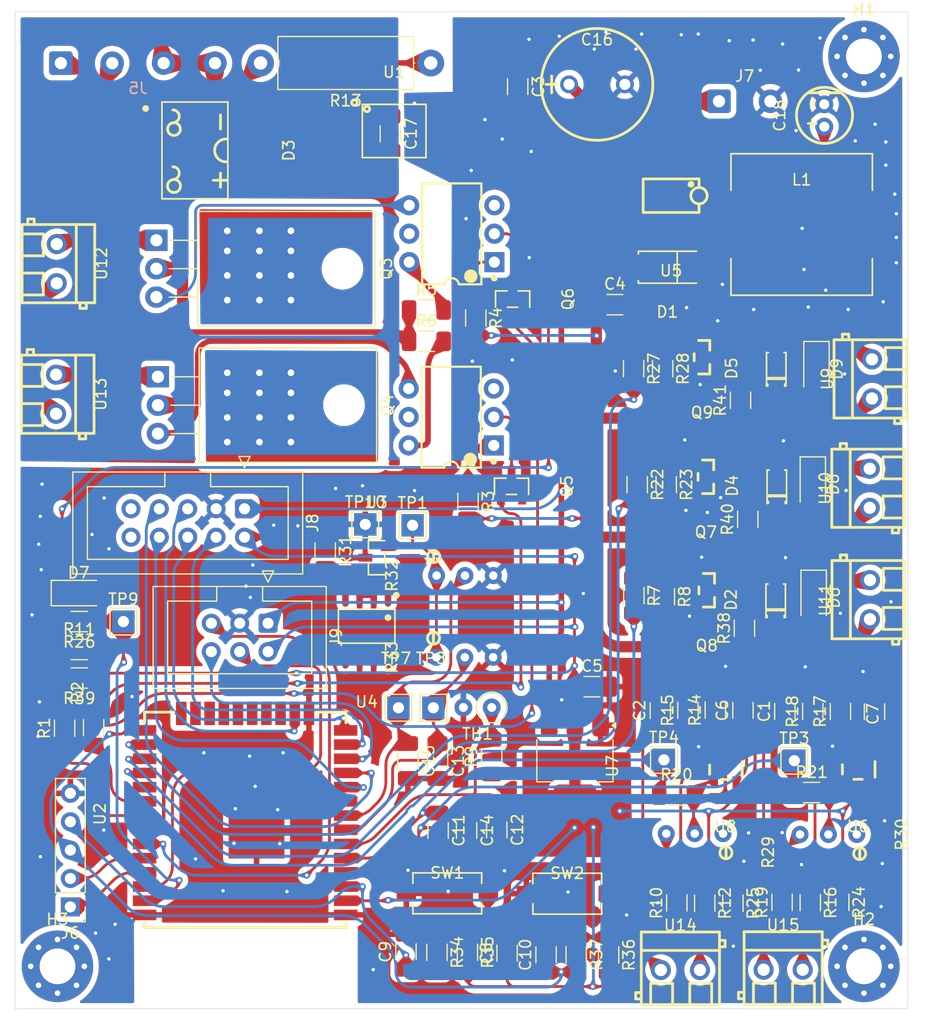
<source format=kicad_pcb>
(kicad_pcb (version 20241229) (generator "pcbnew") (generator_version "9.0")
  (layers (0 "F.Cu" signal) (2 "B.Cu" signal) (13 "F.Paste" user) (15 "B.Paste" user) (5 "F.SilkS" user "F.Silkscreen") (7 "B.SilkS" user "B.Silkscreen") (1 "F.Mask" user) (3 "B.Mask" user) (25 "Edge.Cuts" user))
  (net 0 "")
  (net 1 "LINE")
  (net 2 "Net-(Q3-G)")
  (net 3 "Net-(Q7-G)")
  (net 4 "Net-(Q8-G)")
  (net 5 "Net-(T1-AN)")
  (net 6 "Net-(R5-Pad2)")
  (net 10 "Net-(R6-Pad2)")
  (net 11 "Net-(T2-AN)")
  (net 12 "Net-(U6--IN)")
  (net 13 "Net-(U6-+IN)")
  (net 15 "Net-(U6-OUT)")
  (net 16 "+3.3V")
  (net 17 "+5V")
  (net 18 "Net-(U8--IN)")
  (net 19 "Net-(U8-+IN)")
  (net 20 "Net-(U8-OUT)")
  (net 21 "Net-(D3--)")
  (net 22 "Net-(D3-+)")
  (net 23 "Net-(Q5-C)")
  (net 24 "Net-(Q5-B)")
  (net 25 "Net-(Q6-C)")
  (net 26 "Net-(Q6-B)")
  (net 27 "{slash}ZCD")
  (net 39 "GND")
  (net 40 "ThermocoupleSig1")
  (net 41 "TempSense")
  (net 42 "/VREFAtt2")
  (net 43 "ThermocoupleSig2")
  (net 44 "/VREFAtt1")
  (net 45 "NEUT")
  (net 46 "AcLoad1+")
  (net 47 "AcLoad2+")
  (net 48 "DC_Load2-")
  (net 49 "DC_Load1-")
  (net 50 "Net-(Q9-G)")
  (net 51 "DC_Load3-")
  (net 52 "AcLoad1Control")
  (net 53 "AcLoad2Control")
  (net 54 "+24V")
  (net 55 "DcControl1")
  (net 56 "Net-(R10-Pad2)")
  (net 57 "Net-(R19-Pad2)")
  (net 58 "DcControl2")
  (net 59 "DcControl3")
  (net 61 "Net-(D6-A)")
  (net 62 "Net-(U3-CATHODE)")
  (net 63 "Net-(R34-Pad1)")
  (net 64 "Net-(R36-Pad1)")
  (net 65 "/PROG_TX")
  (net 66 "/I2C_SCL")
  (net 67 "/SPI_CLK")
  (net 68 "/PROG_RX")
  (net 69 "/I2C_RST")
  (net 70 "/SPI_MISO")
  (net 71 "/SPI_RST")
  (net 72 "/I2C_SDA")
  (net 73 "/SPI_MOSI")
  (net 74 "/BOOT_MODE")
  (net 75 "/EN")
  (net 76 "/SPI_CS0")
  (net 77 "/VREF2p5")
  (net 80 "Net-(D1-K)")
  (net 85 "Termocouple1+")
  (net 86 "Termocouple1-")
  (net 87 "Termocouple2+")
  (net 88 "Termocouple2-")
  (net 89 "Net-(D8-A)")
  (net 90 "Net-(D9-A)")
  (net 91 "Net-(C17-Pad1)")
  (net 92 "Net-(D7-K)")
  (net 93 "Net-(D7-A)")
  (net 94 "Net-(Q4-G)")
  (net 95 "Triac1_Heatpad")
  (net 96 "Triac2_Heatpad")
  (footprint "Resistor_SMD:R_1206_3216Metric_Pad1.30x1.75mm_HandSolder" (layer "F.Cu") (at 80.71944 95.039645 -90)
    (property "Reference" "R25")
    (property "Value" "0")
  )
  (footprint "EasyEDA:RES-ADJ-TH_3296W" (layer "F.Cu") (at 56.71444 73.039645 90)
    (property "Reference" "R33")
    (property "Value" "3296W-1-103LF")
  )
  (footprint "Capacitor_SMD:C_1206_3216Metric_Pad1.33x1.80mm_HandSolder" (layer "F.Cu") (at 81.61944 77.789645 90)
    (property "Reference" "C6")
    (property "Value" "100n")
  )
  (footprint "Resistor_SMD:R_1206_3216Metric_Pad1.30x1.75mm_HandSolder" (layer "F.Cu") (at 22.19944 72.344645)
    (property "Reference" "R11")
    (property "Value" "10k")
  )
  (footprint "TestPoint:TestPoint_THTPad_2.0x2.0mm_Drill1.0mm" (layer "F.Cu") (at 50.77444 77.557145)
    (property "Reference" "TP7")
    (property "Value" "VrefAtt2_TP")
  )
  (footprint "Resistor_SMD:R_1206_3216Metric_Pad1.30x1.75mm_HandSolder" (layer "F.Cu") (at 54.22444 99.432145 -90)
    (property "Reference" "R34")
    (property "Value" "1k")
  )
  (footprint "Capacitor_SMD:C_1206_3216Metric_Pad1.33x1.80mm_HandSolder" (layer "F.Cu") (at 59.57444 88.482145 -90)
    (property "Reference" "C12")
    (property "Value" "100n")
  )
  (footprint "Capacitor_SMD:C_1206_3216Metric_Pad1.33x1.80mm_HandSolder" (layer "F.Cu") (at 68.09944 75.669645)
    (property "Reference" "C5")
    (property "Value" "10u")
  )
  (footprint "Capacitor_SMD:C_1206_3216Metric_Pad1.33x1.80mm_HandSolder" (layer "F.Cu") (at 85.36944 77.877145 90)
    (property "Reference" "C1")
    (property "Value" "1u")
  )
  (footprint "EasyEDA:CONN-TH_DB301V-3.5-2P-GN" (layer "F.Cu") (at 76.01694 101.017145)
    (property "Reference" "U14")
    (property "Value" "DB301V-3.5-2P-GN")
  )
  (footprint "MountingHole:MountingHole_3.2mm_M3_Pad_Via" (layer "F.Cu") (at 92.44944 19.28572)
    (property "Reference" "H1")
    (property "Value" "MountingHole")
  )
  (footprint "Resistor_SMD:R_1206_3216Metric_Pad1.30x1.75mm_HandSolder" (layer "F.Cu") (at 53.27444 44.769645)
    (property "Reference" "R6")
    (property "Value" "360")
  )
  (footprint "Resistor_SMD:R_1206_3216Metric_Pad1.30x1.75mm_HandSolder" (layer "F.Cu") (at 74.57944 67.619645 -90)
    (property "Reference" "R8")
    (property "Value" "10k")
  )
  (footprint "TestPoint:TestPoint_THTPad_2.0x2.0mm_Drill1.0mm" (layer "F.Cu") (at 26.14944 69.844645)
    (property "Reference" "TP9")
    (property "Value" "ZCS_TP")
  )
  (footprint "TestPoint:TestPoint_THTPad_2.0x2.0mm_Drill1.0mm" (layer "F.Cu") (at 52.03944 61.229645)
    (property "Reference" "TP1")
    (property "Value" "Vref_TP")
  )
  (footprint "Resistor_SMD:R_1206_3216Metric_Pad1.30x1.75mm_HandSolder" (layer "F.Cu") (at 20.88444 79.384645 90)
    (property "Reference" "R1")
    (property "Value" "10k")
  )
  (footprint "EasyEDA:SOT-23_L2.9-W1.3-P1.90-LS2.4-BR" (layer "F.Cu") (at 78.29944 56.894645 180)
    (property "Reference" "Q7")
    (property "Value" "AO3400_C2938367")
  )
  (footprint "TestPoint:TestPoint_THTPad_2.0x2.0mm_Drill1.0mm" (layer "F.Cu") (at 47.80444 61.149645)
    (property "Reference" "TP10")
    (property "Value" "GND_TP")
  )
  (footprint "Capacitor_SMD:C_1206_3216Metric_Pad1.33x1.80mm_HandSolder" (layer "F.Cu") (at 54.27444 82.319645 -90)
    (property "Reference" "C13")
    (property "Value" "100n")
  )
  (footprint "EasyEDA:SOT-23-5_L2.9-W1.6-P0.95-LS2.8-BL" (layer "F.Cu") (at 91.91944 83.064645 180)
    (property "Reference" "U6")
    (property "Value" "RS321BXF")
  )
  (footprint "LED_SMD:LED_1206_3216Metric_Pad1.42x1.75mm_HandSolder" (layer "F.Cu") (at 88.19944 47.244645 -90)
    (property "Reference" "D9")
    (property "Value" "LED")
  )
  (footprint "Package_TO_SOT_THT:TO-220-3_Horizontal_TabDown" (layer "F.Cu") (at 29.09944 35.734645 -90)
    (property "Reference" "Q3")
    (property "Value" "BT136-500")
  )
  (footprint "Connector_PinHeader_2.54mm:PinHeader_1x05_P2.54mm_Vertical" (layer "F.Cu") (at 21.39944 95.369645 180)
    (property "Reference" "J6")
    (property "Value" "Conn_01x05_Pin")
  )
  (footprint "Resistor_SMD:R_1206_3216Metric_Pad1.30x1.75mm_HandSolder" (layer "F.Cu") (at 72.14944 57.594645 -90)
    (property "Reference" "R22")
    (property "Value" "680")
  )
  (footprint "EasyEDA:SMA_L4.3-W2.6-LS5.2-RD" (layer "F.Cu") (at 74.84944 38.144645 180)
    (property "Reference" "D1")
    (property "Value" "SS34_C8678")
  )
  (footprint "Resistor_SMD:R_1206_3216Metric_Pad1.30x1.75mm_HandSolder" (layer "F.Cu") (at 59.12444 81.932145 90)
    (property "Reference" "R9")
    (property "Value" "10K")
  )
  (footprint "EasyEDA:RES-ADJ-TH_3296W" (layer "F.Cu") (at 56.72944 65.729645 90)
    (property "Reference" "R32")
    (property "Value" "3296W-1-103LF")
  )
  (footprint "EasyEDA:RES-ADJ-TH_3296W" (layer "F.Cu") (at 77.29444 88.814645 -90)
    (property "Reference" "R29")
    (property "Value" "3296W-1-103LF")
  )
  (footprint "Resistor_SMD:R_1206_3216Metric_Pad1.30x1.75mm_HandSolder" (layer "F.Cu") (at 22.19944 69.844645 180)
    (property "Reference" "R26")
    (property "Value" "680")
  )
  (footprint "Capacitor_SMD:C_1206_3216Metric_Pad1.33x1.80mm_HandSolder" (layer "F.Cu") (at 56.87444 88.532145 -90)
    (property "Reference" "C14")
    (property "Value" "100n")
  )
  (footprint "EasyEDA:CONN-TH_DB301V-3.5-2P-GN" (layer "F.Cu") (at 85.21694 100.992145)
    (property "Reference" "U15")
    (property "Value" "DB301V-3.5-2P-GN")
  )
  (footprint "Resistor_SMD:R_1206_3216Metric_Pad1.30x1.75mm_HandSolder" (layer "F.Cu") (at 57.69944 42.694645 -90)
    (property "Reference" "R4")
    (property "Value" "1K")
  )
  (footprint "Resistor_SMD:R_1206_3216Metric_Pad1.30x1.75mm_HandSolder" (layer "F.Cu") (at 66.68944 99.639645 -90)
    (property "Reference" "R37")
    (property "Value" "1k")
  )
  (footprint "Connector_Wire:SolderWire-0.5sqmm_1x02_P4.6mm_D0.9mm_OD2.1mm" (layer "F.Cu") (at 79.47444 23.294645)
    (property "Reference" "J7")
    (property "Value" "Conn_01x02_Socket")
  )
  (footprint "EasyEDA:IND-SMD_L12.5-W12.5" (layer "F.Cu") (at 86.87444 34.319645)
    (property "Reference" "L1")
    (property "Value" "CYH125-68UH")
  )
  (footprint "EasyEDA:CAP-TH_BD10.0-P5.00-D0.6-FD" (layer "F.Cu") (at 68.54944 21.78572)
    (property "Reference" "C16")
    (property "Value" "CD288H1HM471G200T")
  )
  (footprint "TestPoint:TestPoint_THTPad_2.0x2.0mm_Drill1.0mm" (layer "F.Cu") (at 53.89944 77.557145)
    (property "Reference" "TP8")
    (property "Value" "VrefAtt2_TP")
  )
  (footprint "Package_TO_SOT_SMD:SOT-223-3_TabPin2" (layer "F.Cu") (at 66.57444 82.269645 -90)
    (property "Reference" "U7")
    (property "Value" "AMS1117-3.3")
  )
  (footprint "Resistor_SMD:R_1206_3216Metric_Pad1.30x1.75mm_HandSolder" (layer "F.Cu") (at 71.84944 67.519645 -90)
    (property "Reference" "R7")
    (property "Value" "680")
  )
  (footprint "EasyEDA:DBS_L8.4-W6.4-P5.10-LS10.2-BL" (layer "F.Cu") (at 32.54944 27.694645 -90)
    (property "Reference" "D3")
    (property "Value" "DB107S_C525738")
  )
  (footprint "Resistor_SMD:R_1206_3216Metric_Pad1.30x1.75mm_HandSolder" (layer "F.Cu") (at 74.74944 57.594645 -90)
    (property "Reference" "R23")
    (property "Value" "10k")
  )
  (footprint "EasyEDA:SOT-23-3_L2.9-W1.3-P1.90-LS2.4-BR" (layer "F.Cu") (at 48.81444 64.129645)
    (property "Reference" "U3")
    (property "Value" "TL431BIDBZR")
  )
  (footprint "Capacitor_SMD:C_1206_3216Metric_Pad1.33x1.80mm_HandSolder" (layer "F.Cu") (at 51.44944 99.382145 90)
    (property "Reference" "C9")
    (property "Value" "1u")
  )
  (footprint "EasyEDA:CONN-TH_DB301V-3.5-2P-GN" (layer "F.Cu") (at 92.97194 57.917145 90)
    (property "Reference" "U10")
    (property "Value" "DB301V-3.5-2P-GN")
  )
  (footprint "Resistor_SMD:R_1206_3216Metric_Pad1.30x1.75mm_HandSolder" (layer "F.Cu") (at 81.74944 70.444645 90)
    (property "Reference" "R38")
    (property "Value" "10k")
  )
  (footprint "EasyEDA:SOD-123_L2.8-W1.8-LS3.7-RD" (layer "F.Cu") (at 84.59944 47.194645 90)
    (property "Reference" "D5")
    (property "Value" "SD103AW_C181204")
  )
  (footprint "EasyEDA:SOT-23_L2.9-W1.3-P1.90-LS2.4-BR" (layer "F.Cu") (at 77.94944 46.194645 180)
    (property "Reference" "Q9")
    (property "Value" "AO3400_C2938367")
  )
  (footprint "EasyEDA:SOP-4_L6.5-W4.6-P2.54-LS10.3-TL" (layer "F.Cu") (at 50.38944 25.954645)
    (property "Reference" "U1")
    (property "Value" "EL817S1C(F)")
  )
  (footprint "EasyEDA:CONN-TH_DB301V-3.5-2P-GN" (layer "F.Cu") (at 20.17944 37.824645 -90)
    (property "Reference" "U12")
    (property "Value" "DB301V-3.5-2P-GN")
  )
  (footprint "Resistor_SMD:R_1206_3216Metric_Pad1.30x1.75mm_HandSolder" (layer "F.Cu") (at 71.82944 47.224645 -90)
    (property "Reference" "R27")
    (property "Value" "680")
  )
  (footprint "Capacitor_SMD:C_1206_3216Metric_Pad1.33x1.80mm_HandSolder" (layer "F.Cu") (at 60.49944 99.507145 90)
    (property "Reference" "C8")
    (property "Value" "1u")
  )
  (footprint "Resistor_SMD:R_1206_3216Metric_Pad1.30x1.75mm_HandSolder" (layer "F.Cu") (at 78.19444 95.039645 -90)
    (property "Reference" "R12")
    (property "Value" "20k")
  )
  (footprint "EasyEDA:CONN-TH_DB301V-3.5-2P-GN" (layer "F.Cu") (at 93.17194 48.134645 90)
    (property "Reference" "U9")
    (property "Value" "DB301V-3.5-2P-GN")
  )
  (footprint "Resistor_SMD:R_1206_3216Metric_Pad1.30x1.75mm_HandSolder" (layer "F.Cu") (at 53.27444 41.969645)
    (property "Reference" "R5")
    (property "Value" "360")
  )
  (footprint "EasyEDA:CONN-TH_DB301V-3.5-2P-GN" (layer "F.Cu") (at 92.98944 67.884645 90)
    (property "Reference" "U11")
    (property "Value" "DB301V-3.5-2P-GN")
  )
  (footprint "TestPoint:TestPoint_THTPad_2.0x2.0mm_Drill1.0mm" (layer "F.Cu") (at 74.54444 82.214645)
    (property "Reference" "TP4")
    (property "Value" "TC1_TP")
  )
  (footprint "Resistor_SMD:R_1206_3216Metric_Pad1.30x1.75mm_HandSolder" (layer "F.Cu") (at 74.42944 47.224645 -90)
    (property "Reference" "R28")
    (property "Value" "10k")
  )
  (footprint "EasyEDA:SOT-23-3_L2.9-W1.3-P0.95-LS2.4-BR" (layer "F.Cu") (at 60.89944 57.744645 -90)
    (property "Reference" "Q5")
    (property "Value" "S9013_C402281")
  )
  (footprint "Resistor_SMD:R_1206_3216Metric_Pad1.30x1.75mm_HandSolder" (layer "F.Cu") (at 87.76944 85.139645)
    (property "Reference" "R21")
    (property "Value" "680")
  )
  (footprint "EasyEDA:DIP-6_L8.5-W6.4-P2.54-LS7.6-BL" (layer "F.Cu") (at 55.54944 35.144645 90)
    (property "Reference" "T1")
    (property "Value" "MOC3020M" (hide yes))
  )
  (footprint "Resistor_SMD:R_1206_3216Metric_Pad1.30x1.75mm_HandSolder" (layer "F.Cu") (at 56.99944 59.094645 -90)
    (property "Reference" "R3")
    (property "Value" "1K")
  )
  (footprint "EasyEDA:SW-SMD_L6.0-W3.5-LS8.0" (layer "F.Cu") (at 55.14944 94.157145)
    (property "Reference" "SW1")
    (property "Value" "TSB008A2526A")
  )
  (footprint "MountingHole:MountingHole_3.2mm_M3_Pad_Via" (layer "F.Cu") (at 20.24944 100.68572)
    (property "Reference" "H3")
    (property "Value" "MountingHole")
  )
  (footprint "EasyEDA:SOIC-8_L5.0-W4.0-P1.27-LS6.0-BL" (layer "F.Cu") (at 75.184445 31.744645 180)
    (property "Reference" "U5")
    (property "Value" "XL1509-5.0E1")
  )
  (footprint "EasyEDA:SOD-123_L2.8-W1.8-LS3.7-RD" (layer "F.Cu") (at 84.64944 57.694645 90)
    (property "Reference" "D4")
    (property "Value" "SD103AW_C181204")
  )
  (footprint "EasyEDA:CAP-TH_BD5.0-P2.00-D0.5-FD-A" (layer "F.Cu") (at 88.89944 24.569645 90)
    (property "Reference" "C18")
    (property "Value" "EWH1AM221D11OT")
  )
  (footprint "EasyEDA:SOT-23_L2.9-W1.3-P1.90-LS2.4-BR" (layer "F.Cu") (at 78.37444 67.044645 180)
    (property "Reference" "Q8")
    (property "Value" "AO3400_C2938367")
  )
  (footprint "Resistor_SMD:R_1206_3216Metric_Pad1.30x1.75mm_HandSolder" (layer "F.Cu") (at 90.34444 77.889645 90)
    (property "Reference" "R17")
    (property "Value" "20k")
  )
  (footprint "EasyEDA:SW-SMD_L6.0-W3.5-LS8.0" (layer "F.Cu") (at 65.88944 94.189645)
    (property "Reference" "SW2")
    (property "Value" "TSB008A2526A")
  )
  (footprint "Connector_IDC:IDC-Header_2x05_P2.54mm_Vertical" (layer "F.Cu") (at 36.98944 59.754645 -90)
    (property "Reference" "J8")
    (property "Value" "Conn_02x05_Counter_Clockwise")
  )
  (footprint "Resistor_SMD:R_1206_3216Metric_Pad1.30x1.75mm_HandSolder" (layer "F.Cu") (at 22.19944 74.894645 180)
    (property "Reference" "R39")
    (property "Value" "1k")
  )
  (footprint "Capacitor_SMD:C_1206_3216Metric_Pad1.33x1.80mm_HandSolder" (layer "F.Cu") (at 50.04944 26.207145 -90)
    (property "Reference" "C17")
    (property "Value" "100nF")
  )
  (footprint "Resistor_SMD:R_1206_3216Metric_Pad1.30x1.75mm_HandSolder" (layer "F.Cu") (at 82.04944 60.694645 90)
    (property "Reference" "R40")
    (property "Value" "10k")
  )
  (footprint "EasyEDA:SOT-23-5_L2.9-W1.6-P0.95-LS2.8-BL" (layer "F.Cu") (at 80.03444 83.089645 180)
    (property "Reference" "U8")
    (property "Value" "RS321BXF")
  )
  (footprint "Resistor_SMD:R_1206_3216Metric_Pad1.30x1.75mm_HandSolder" (layer "F.Cu") (at 75.66944 85.364645)
    (property "Reference" "R20")
    (property "Value" "680")
  )
  (footprint "Capacitor_SMD:C_1206_3216Metric_Pad1.33x1.80mm_HandSolder" (layer "F.Cu") (at 54.32444 88.532145 -90)
    (property "Reference" "C11")
    (property "Value" "100n")
  )
  (footprint "Capacitor_SMD:C_1206_3216Metric_Pad1.33x1.80mm_HandSolder" (layer "F.Cu") (at 74.21944 77.814645 90)
    (property "Reference" "C2")
    (property "Value" "1u")
  )
  (footprint "MountingHole:MountingHole_3.2mm_M3_Pad_Via" (layer "F.Cu") (at 92.44944 100.68572)
    (property "Reference" "H2")
    (property "Value" "MountingHole")
  )
  (footprint "Capacitor_SMD:C_1206_3216Metric_Pad1.33x1.80mm_HandSolder" (layer "F.Cu") (at 63.98944 99.652145 90)
    (property "Reference" "C10")
    (property "Value" "1u")
  )
  (footprint "LED_SMD:LED_1206_3216Metric_Pad1.42x1.75mm_HandSolder" (layer "F.Cu") (at 22.14944 67.294645)
    (property "Reference" "D7")
    (property "Value" "LED")
  )
  (footprint "Connector_IDC:IDC-Header_2x03_P2.54mm_Vertical" (layer "F.Cu") (at 39.09944 69.994645 -90)
    (property "Reference" "J9")
    (property "Value" "Conn_02x03_Counter_Clockwise")
  )
  (footprint "Resistor_SMD:R_1206_3216Metric_Pad1.30x1.75mm_HandSolder" (layer "F.Cu") (at 85.11944 94.964645 90)
    (property "Reference" "R19")
    (property "Value" "680k")
  )
  (footprint "Resistor_SMD:R_1206_3216Metric_Pad1.30x1.75mm_HandSolder" (layer "F.Cu") (at 23.48444 79.334645 90)
    (property "Reference" "R2")
    (property "Value" "10k")
  )
  (footprint "Resistor_SMD:R_1206_3216Metric_Pad1.30x1.75mm_HandSolder" (layer "F.Cu") (at 79.14444 77.764645 90)
    (property "Reference" "R14")
    (property "Value" "20k")
  )
  (footprint "EasyEDA:DIP-6_L8.5-W6.4-P2.54-LS7.6-BL" (layer "F.Cu") (at 55.49944 51.544645 90)
    (property "Reference" "T2")
    (property "Value" "MOC3020M" (hide yes))
  )
  (footprint "EasyEDA:WIFIM-SMD_39P-L25.5-W18.0-P1.27-BL" (layer "F.Cu") (at 37.04944 87.069645 90)
    (property "Reference" "U2")
    (property "Value" "ESP32-WROOM-32D")
  )
  (footprint "EasyEDA:SOIC-8_L4.9-W3.9-P1.27-LS6.0-BL" (layer "F.Cu") (at 47.92944 70.259645 180)
    (property "Reference" "U4")
    (property "Value" "TL431ACDR")
  )
  (footprint "LED_SMD:LED_1206_3216Metric_Pad1.42x1.75mm_HandSolder" (layer "F.Cu") (at 87.87444 57.569645 -90)
    (property "Reference" "D8")
    (property "Value" "LED")
  )
  (footprint "Capacitor_SMD:C_1206_3216Metric_Pad1.33x1.80mm_HandSolder" (layer "F.Cu") (at 51.62444 82.319645 -90)
    (property "Reference" "C15")
    (property "Value" "100n")
  )
  (footprint "TestPoint:TestPoint_THTPad_2.0x2.0mm_Drill1.0mm" (layer "F.Cu") (at 86.21944 82.289645)
    (property "Reference" "TP3")
    (property "Value" "TC1_TP")
  )
  (footprint "Resistor_SMD:R_1206_3216Metric_Pad1.30x1.75mm_HandSolder" (layer "F.Cu") (at 90.19444 94.964645 -90)
    (property "Reference" "R24")
    (property "Value" "0")
  )
  (footprint "Resistor_SMD:R_1206_3216Metric_Pad1.30x1.75mm_HandSolder" (layer "F.Cu") (at 81.39944 50.044645 90)
    (property "Reference" "R41")
    (property "Value" "10k")
  )
  (footprint "Capacitor_SMD:C_1206_3216Metric_Pad1.33x1.80mm_HandSolder" (layer "F.Cu") (at 93.39444 77.902145 90)
    (property "Reference" "C7")
    (property "Value" "100n")
  )
  (footprint "Resistor_THT:R_Axial_DIN0414_L11.9mm_D4.5mm_P15.24mm_Horizontal" (layer "F.Cu") (at 53.66944 19.874645 180)
    (property "Reference" "R13")
    (property "Value" "33k (2W)")
  )
  (footprint "Package_TO_SOT_THT:TO-220-3_Horizontal_TabDown" (layer "F.Cu") (at 29.23944 47.94572 -90)
    (property "Reference" "Q4")
    (property "Value" "BT136-500")
  )
  (footprint "Resistor_SMD:R_1206_3216Metric_Pad1.30x1.75mm_HandSolder" (layer "F.Cu") (at 76.69444 77.789645 90)
    (property "Reference" "R15")
    (property "Value" "680k")
  )
  (footprint "Resistor_SMD:R_1206_3216Metric_Pad1.30x1.75mm_HandSolder" (layer "F.Cu") (at 69.58944 99.664645 -90)
    (property "Reference" "R36")
    (property "Value" "10k")
  )
  (footprint "Resistor_SMD:R_1206_3216Metric_Pad1.30x1.75mm_HandSolder" (layer "F.Cu") (at 56.94944 99.432145 -90)
    (property "Reference" "R35")
    (property "Value" "10k")
  )
  (footprint "Resistor_SMD:R_1206_3216Metric_Pad1.30x1.75mm_HandSolder" (layer "F.Cu") (at 44.21444 63.529645 -90)
    (property "Reference" "R31")
    (property "Value" "1k")
  )
  (footprint "Resistor_THT:R_Axial_DIN0207_L6.3mm_D2.5mm_P2.54mm_Vertical" (layer "F.Cu") (at 59.12444 77.527145 180)
    (property "Reference" "TH1")
    (property "Value" "Thermistor_NTC")
  )
  (footprint "EasyEDA:RES-ADJ-TH_3296W" (layer "F.Cu") (at 89.26944 88.889645 -90)
    (property "Reference" "R30")
    (property "Value" "3296W-1-103LF")
  )
  (footprint "EasyEDA:SOD-123_L2.8-W1.8-LS3.7-RD" (layer "F.Cu") (at 84.54944 67.894645 90)
    (property "Reference" "D2")
    (property "Value" "SD103AW_C181204")
  )
  (footprint "EasyEDA:SOT-23-3_L2.9-W1.3-P0.95-LS2.4-BR" (layer "F.Cu") (at 60.99944 40.994645 -90)
    (property "Reference" "Q6")
    (property "Value" "S9013_C402281")
  )
  (footprint "EasyEDA:CONN-TH_DB301V-3.5-2P-GN" (layer "F.Cu") (at 20.11944 49.504645 -90)
    (property "Reference" "U13")
    (property "Value" "DB301V-3.5-2P-GN")
  )
  (footprint "LED_SMD:LED_1206_3216Metric_Pad1.42x1.75mm_HandSolder" (layer "F.Cu") (at 87.94944 67.707145 -90)
    (property "Reference" "D6")
    (property "Value" "LED")
  )
  (footprint "Resistor_SMD:R_1206_3216Metric_Pad1.30x1.75mm_HandSolder" (layer "F.Cu") (at 87.86944 77.889645 90)
    (property "Reference" "R18")
    (property "Value" "680k")
  )
  (footprint "Resistor_SMD:R_1206_3216Metric_Pad1.30x1.75mm_HandSolder" (layer "F.Cu") (at 87.64444 94.989645 -90)
    (property "Reference" "R16")
    (property "Value" "20k")
  )
  (footprint "Capacitor_SMD:C_1206_3216Metric_Pad1.33x1.80mm_HandSolder" (layer "F.Cu") (at 70.14944 41.494645)
    (property "Reference" "C4")
    (property "Value" "1u")
  )
  (footprint "Resistor_SMD:R_1206_3216Metric_Pad1.30x1.75mm_HandSolder" (layer "F.Cu") (at 75.69444 95.014645 90)
    (property "Reference" "R10")
    (property "Value" "680k")
  )
  (footprint "Capacitor_SMD:C_1206_3216Metric_Pad1.33x1.80mm_HandSolder" (layer "F.Cu") (at 61.44944 21.98572 -90)
    (property "Reference" "C3")
    (property "Value" "10u")
  )
  (footprint "Connector_Wire:SolderWire-0.5sqmm_1x04_P4.6mm_D0.9mm_OD2.1mm" (layer "B.Cu") (at 20.54944 19.88572)
    (property "Reference" "J5")
    (property "Value" "Conn_01x04_Socket")
  )
  (gr_rect (start 16.44944 15.294645) (end 96.37444 104.48572) (stroke (width 0.05)) (fill no) (layer "Edge.Cuts"))
  (segment (start 50.316042 43.944648) (end 31.744027 43.944605) (width 0.5) (layer "F.Cu") (net 1))
  (segment (start 31.44944 45.70543) (end 31.44944 45.119645) (width 0.5) (layer "F.Cu") (net 1))
  (segment (start 31.44944 44.239231) (end 31.44944 44.828486) (width 1) (layer "F.Cu") (net 1))
  (segment (start 51.724461 44.186314) (end 51.72444 41.969645) (width 0.5) (layer "F.Cu") (net 1))
  (segment (start 29.234439 50.439643) (end 29.22944 50.444645) (width 0.5) (layer "F.Cu") (net 1))
  (segment (start 31.44944 44.239231) (end 31.449444 39.204639) (width 1) (layer "F.Cu") (net 1))
  (segment (start 23.09944 26.575896) (end 23.09944 26.958394) (width 1) (layer "F.Cu") (net 1))
  (segment (start 23.896339 22.067748) (end 25.56444 20.399645) (width 1) (layer "F.Cu") (net 1))
  (segment (start 31.424443 32.84798) (end 31.42444 38.619645) (width 1) (layer "F.Cu") (net 1))
  (segment (start 31.44944 44.828486) (end 31.44944 45.119645) (width 1) (layer "F.Cu") (net 1))
  (segment (start 23.475377 22.111657) (end 23.475377 22.611657) (width 1) (layer "F.Cu") (net 1))
  (segment (start 31.44944 47.462786) (end 31.44944 46.291215) (width 1) (layer "F.Cu") (net 1))
  (segment (start 21.14944 19.88572) (end 20.54944 19.88572) (width 1) (layer "F.Cu") (net 1))
  (segment (start 31.44944 46.291215) (end 31.44944 45.70543) (width 1) (layer "F.Cu") (net 1))
  (segment (start 31.44944 44.828486) (end 31.44944 45.119645) (width 0.5) (layer "F.Cu") (net 1))
  (segment (start 31.44944 45.70543) (end 31.44944 45.119645) (width 1) (layer "F.Cu") (net 1))
  (segment (start 30.519445 38.274648) (end 29.851073 38.274655) (width 1) (layer "F.Cu") (net 1))
  (segment (start 23.099442 23.991627) (end 23.09944 26.575896) (width 1) (layer "F.Cu") (net 1))
  (segment (start 26.544458 30.244642) (end 28.8211 30.244647) (width 1) (layer "F.Cu") (net 1))
  (segment (start 31.44944 47.462786) (end 31.449441 50.110294) (width 1) (layer "F.Cu") (net 1))
  (segment (start 31.44944 46.291215) (end 31.44944 45.70543) (width 0.5) (layer "F.Cu") (net 1))
  (segment (start 31.44944 46.291215) (end 31.44944 47.462786) (width 0.5) (layer "F.Cu") (net 1))
  (segment (start 29.404443 38.459651) (end 29.21944 38.644645) (width 1) (layer "F.Cu") (net 1))
  (segment (start 23.121823 21.258103) (end 22.173704 20.309984) (width 1) (layer "F.Cu") (net 1))
  (segment (start 29.246511 50.434641) (end 31.125088 50.434642) (width 1) (layer "F.Cu") (net 1))
  (segment (start 25.94694 29.997143) (end 23.234673 27.284876) (width 1) (layer "F.Cu") (net 1))
  (segment (start 31.44944 44.828486) (end 31.44942 44.239232) (width 0.5) (layer "F.Cu") (net 1))
  (segment (start 26.576277 30.244645) (end 27.61944 30.244645) (width 1) (layer "F.Cu") (net 1))
  (arc (start 25.94694 29.997143) (mid 26.221084 30.180319) (end 26.544458 30.244642) (width 1) (layer "F.Cu") (net 1))
  (arc (start 51.724461 44.186314) (mid 51.575291 44.409563) (end 51.311952 44.357179) (width 0.5) (layer "F.Cu") (net 1))
  (arc (start 30.519445 38.274648) (mid 31.177053 38.547033) (end 31.449444 39.204639) (width 1) (layer "F.Cu") (net 1))
  (arc (start 50.316042 43.944648) (mid 50.855026 44.051862) (end 51.311952 44.357179) (width 0.5) (layer "F.Cu") (net 1))
  (arc (start 31.44944 45.70543) (mid 31.44944 45.70543) (end 31.44944 45.70543) (width 1) (layer "F.Cu") (net 1))
  (arc (start 31.35444 50.339644) (mid 31.424751 50.234417) (end 31.449441 50.110294) (width 1) (layer "F.Cu") (net 1))
  (arc (start 30.661941 31.007146) (mid 29.817355 30.442815) (end 28.8211 30.244647) (width 1) (layer "F.Cu") (net 1))
  (arc (start 31.44942 44.239232) (mid 31.535701 44.0309) (end 31.744027 43.944605) (width 0.5) (layer "F.Cu") (net 1))
  (arc (start 26.576277 30.244645) (mid 26.576277 30.244645) (end 26.576277 30.244645) (width 1) (layer "F.Cu") (net 1))
  (arc (start 21.14944 19.88572) (mid 21.703767 19.995982) (end 22.173704 20.309984) (width 1) (layer "F.Cu") (net 1))
  (arc (start 31.44944 45.119645) (mid 31.44944 45.119645) (end 31.44944 45.119645) (width 1) (layer "F.Cu") (net 1))
  (arc (start 23.896339 22.067748) (mid 23.306549 22.950431) (end 23.099442 23.991627) (width 1) (layer "F.Cu") (net 1))
  (arc (start 23.09944 26.958394) (mid 23.134585 27.135084) (end 23.234673 27.284876) (width 1) (layer "F.Cu") (net 1))
  (arc (start 29.246511 50.434641) (mid 29.239977 50.435941) (end 29.234439 50.439643) (width 1) (layer "F.Cu") (net 1))
  (arc (start 31.424443 32.84798) (mid 31.226275 31.851727) (end 30.661941 31.007146) (width 1) (layer "F.Cu") (net 1))
  (arc (start 31.44944 44.239231) (mid 31.44943 44.239241) (end 31.44942 44.239232) (width 0.5) (layer "F.Cu") (net 1))
  (arc (start 31.44944 46.291215) (mid 31.44944 46.291215) (end 31.44944 46.291215) (width 1) (layer "F.Cu") (net 1))
  (arc (start 31.35444 50.339644) (mid 31.249212 50.409953) (end 31.125088 50.434642) (width 1) (layer "F.Cu") (net 1))
  (arc (start 29.404443 38.459651) (mid 29.609359 38.322735) (end 29.851073 38.274655) (width 1) (layer "F.Cu") (net 1))
  (arc (start 31.44944 44.828486) (mid 31.44944 44.828486) (end 31.44944 44.828486) (width 1) (layer "F.Cu") (net 1))
  (arc (start 23.121823 21.258103) (mid 23.383491 21.649717) (end 23.475377 22.111657) (width 1) (layer "F.Cu") (net 1))
  (segment (start 33.223999 32.604645) (end 51.73944 32.604645) (width 0.25) (layer "B.Cu") (net 2))
  (segment (start 32.609441 33.219204) (end 32.60944 38.629548) (width 0.25) (layer "B.Cu") (net 2))
  (segment (start 30.424342 40.814643) (end 29.09944 40.814645) (width 0.25) (layer "B.Cu") (net 2))
  (arc (start 31.969439 40.174644) (mid 32.443109 39.465748) (end 32.60944 38.629548) (width 0.25) (layer "B.Cu") (net 2))
  (arc (start 32.789441 32.784646) (mid 32.988817 32.651426) (end 33.223999 32.604645) (width 0.25) (layer "B.Cu") (net 2))
  (arc (start 31.969439 40.174644) (mid 31.260542 40.648312) (end 30.424342 40.814643) (width 0.25) (layer "B.Cu") (net 2))
  (arc (start 32.789441 32.784646) (mid 32.656221 32.984022) (end 32.609441 33.219204) (width 0.25) (layer "B.Cu") (net 2))
  (segment (start 72.149462 56.044635) (end 72.199441 55.994648) (width 0.5) (layer "F.Cu") (net 3))
  (segment (start 72.436945 56.007143) (end 72.69944 55.994645) (width 0.5) (layer "F.Cu") (net 3))
  (segment (start 74.572669 56.042926) (end 72.43723 56.022192) (width 0.25) (layer "F.Cu") (net 3))
  (segment (start 75.176214 55.794639) (end 77.14944 55.794645) (width 0.25) (layer "F.Cu") (net 3))
  (arc (start 74.572669 56.042926) (mid 74.735971 56.011677) (end 74.874438 55.919641) (width 0.25) (layer "F.Cu") (net 3))
  (arc (start 75.176214 55.794639) (mid 75.012893 55.827126) (end 74.874438 55.919641) (width 0.25) (layer "F.Cu") (net 3))
  (arc (start 72.436945 56.007143) (mid 72.429775 56.014805) (end 72.43723 56.022192) (width 0.5) (layer "F.Cu") (net 3))
  (segment (start 74.57944 66.069645) (end 77.181761 66.069649) (width 0.5) (layer "F.Cu") (net 4))
  (segment (start 77.211939 66.082147) (end 77.22444 66.094645) (width 0.5) (layer "F.Cu") (net 4))
  (segment (start 74.57944 66.069645) (end 71.92944 66.069645) (width 0.5) (layer "F.Cu") (net 4))
  (arc (start 77.211939 66.082147) (mid 77.198092 66.072897) (end 77.181761 66.069649) (width 0.5) (layer "F.Cu") (net 4))
  (segment (start 58.243287 37.68465) (end 59.35944 37.684645) (width 0.25) (layer "F.Cu") (net 5))
  (segment (start 57.749432 41.094641) (end 57.69944 41.144645) (width 0.25) (layer "F.Cu") (net 5))
  (segment (start 57.799425 40.97393) (end 57.79944 38.128491) (width 0.25) (layer "F.Cu") (net 5))
  (arc (start 57.929442 37.814648) (mid 57.833227 37.95864) (end 57.79944 38.128491) (width 0.25) (layer "F.Cu") (net 5))
  (arc (start 57.799425 40.97393) (mid 57.786432 41.039257) (end 57.749432 41.094641) (width 0.25) (layer "F.Cu") (net 5))
  (arc (start 58.243287 37.68465) (mid 58.073435 37.718435) (end 57.929442 37.814648) (width 0.25) (layer "F.Cu") (net 5))
  (segment (start 51.739449 37.93464) (end 51.73944 37.684645) (width 0.5) (layer "F.Cu") (net 6))
  (segment (start 54.824438 41.619645) (end 54.82444 41.969645) (width 0.5) (layer "F.Cu") (net 6))
  (segment (start 54.57695 41.022157) (end 51.916231 38.36141) (width 0.5) (layer "F.Cu") (net 6))
  (arc (start 54.824438 41.619645) (mid 54.760117 41.296287) (end 54.57695 41.022157) (width 0.5) (layer "F.Cu") (net 6))
  (arc (start 51.916231 38.36141) (mid 51.785397 38.165606) (end 51.739449 37.93464) (width 0.5) (layer "F.Cu") (net 6))
  (segment (start 52.937915 54.084643) (end 51.68944 54.084645) (width 0.5) (layer "F.Cu") (net 10))
  (segment (start 53.424432 53.598117) (end 53.42444 47.159595) (width 0.5) (layer "F.Cu") (net 10))
  (segment (start 54.124441 45.469645) (end 54.82444 44.769645) (width 0.5) (layer "F.Cu") (net 10))
  (arc (start 52.937915 54.084643) (mid 53.124098 54.047608) (end 53.281935 53.942142) (width 0.5) (layer "F.Cu") (net 10))
  (arc (start 53.281935 53.942142) (mid 53.387398 53.784301) (end 53.424432 53.598117) (width 0.5) (layer "F.Cu") (net 10))
  (arc (start 53.42444 47.159595) (mid 53.606365 46.245001) (end 54.124441 45.469645) (width 0.5) (layer "F.Cu") (net 10))
  (segment (start 56.999441 55.979537) (end 56.99944 57.544645) (width 0.25) (layer "F.Cu") (net 11))
  (segment (start 58.709436 54.084637) (end 59.30944 54.084645) (width 0.25) (layer "F.Cu") (net 11))
  (segment (start 57.554437 54.639637) (end 57.685171 54.5089) (width 0.25) (layer "F.Cu") (net 11))
  (arc (start 57.554437 54.639637) (mid 57.14368 55.25439) (end 56.999441 55.979537) (width 0.25) (layer "F.Cu") (net 11))
  (arc (start 57.685171 54.5089) (mid 58.155106 54.194895) (end 58.709436 54.084637) (width 0.25) (layer "F.Cu") (net 11))
  (segment (start 89.776542 81.964633) (end 90.96944 81.964645) (width 0.25) (layer "F.Cu") (net 12))
  (segment (start 88.069441 83.671756) (end 88.06943 92.714122) (width 0.25) (layer "F.Cu") (net 12))
  (segment (start 85.145974 96.41314) (end 87.476489 94.082571) (width 0.25) (layer "F.Cu") (net 12))
  (segment (start 85.11945 96.477149) (end 85.11944 96.514645) (width 0.25) (layer "F.Cu") (net 12))
  (segment (start 87.812375 93.27171) (end 87.856938 93.227143) (width 0.25) (layer "F.Cu") (net 12))
  (arc (start 88.069441 83.671756) (mid 88.199385 83.018469) (end 88.569437 82.464636) (width 0.25) (layer "F.Cu") (net 12))
  (arc (start 87.644434 93.677142) (mid 87.688086 93.457725) (end 87.812375 93.27171) (width 0.25) (layer "F.Cu") (net 12))
  (arc (start 89.776542 81.964633) (mid 89.123259 82.094576) (end 88.569437 82.464636) (width 0.25) (layer "F.Cu") (net 12))
  (arc (start 87.644434 93.677142) (mid 87.60078 93.896558) (end 87.476489 94.082571) (width 0.25) (layer "F.Cu") (net 12))
  (arc (start 85.145974 96.41314) (mid 85.126348 96.442507) (end 85.11945 96.477149) (width 0.25) (layer "F.Cu") (net 12))
  (arc (start 87.856938 93.227143) (mid 88.014205 92.991765) (end 88.06943 92.714122) (width 0.25) (layer "F.Cu") (net 12))
  (segment (start 90.344444 79.457321) (end 90.34444 79.466127) (width 0.25) (layer "F.Cu") (net 13))
  (segment (start 90.350704 79.445927) (end 90.363166 79.458371) (width 0.25) (layer "F.Cu") (net 13))
  (segment (start 90.335612 79.439645) (end 90.326761 79.439645) (width 0.25) (layer "F.Cu") (net 13))
  (segment (start 87.86944 79.439645) (end 85.36944 79.439645) (width 0.25) (layer "F.Cu") (net 13))
  (segment (start 90.335612 79.439645) (end 90.353227 79.439645) (width 0.25) (layer "F.Cu") (net 13))
  (segment (start 90.31791 79.439645) (end 90.300209 79.439645) (width 0.25) (layer "F.Cu") (net 13))
  (segment (start 90.344437 79.48374) (end 90.34444 79.466127) (width 0.25) (layer "F.Cu") (net 13))
  (segment (start 90.300209 79.439645) (end 90.31791 79.439642) (width 0.25) (layer "F.Cu") (net 13))
  (segment (start 90.335612 79.439633) (end 90.326761 79.439639) (width 0.25) (layer "F.Cu") (net 13))
  (segment (start 90.344437 79.48374) (end 90.344426 80.20176) (width 0.25) (layer "F.Cu") (net 13))
  (segment (start 90.34445 79.448515) (end 90.344451 79.448472) (width 0.25) (layer "F.Cu") (net 13))
  (segment (start 90.31791 79.439645) (end 90.326761 79.439645) (width 0.25) (layer "F.Cu") (net 13))
  (segment (start 92.869443 81.080918) (end 92.86944 81.964645) (width 0.25) (layer "F.Cu") (net 13))
  (segment (start 90.363166 79.458371) (end 90.36944 79.464645) (width 0.25) (layer "F.Cu") (net 13))
  (segment (start 90.344446 79.457322) (end 90.344454 79.448516) (width 0.25) (layer "F.Cu") (net 13))
  (segment (start 90.344442 79.466128) (end 90.344437 79.48374) (width 0.25) (layer "F.Cu") (net 13))
  (segment (start 90.677328 80.534649) (end 92.323162 80.534649) (width 0.25) (layer "F.Cu") (net 13))
  (segment (start 90.344446 79.457322) (end 90.344442 79.466128) (width 0.25) (layer "F.Cu") (net 13))
  (segment (start 90.371006 79.439645) (end 90.353227 79.439645) (width 0.25) (layer "F.Cu") (net 13))
  (segment (start 90.371006 79.439645) (end 90.94444 79.439645) (width 0.25) (layer "F.Cu") (net 13))
  (segment (start 90.31791 79.439642) (end 90.326761 79.439639) (width 0.25) (layer "F.Cu") (net 13))
  (segment (start 90.344444 79.457321) (end 90.34445 79.448515) (width 0.25) (layer "F.Cu") (net 13))
  (segment (start 90.350698 79.445933) (end 90.350639 79.445874) (width 0.25) (layer "F.Cu") (net 13))
  (segment (start 87.86944 79.439645) (end 90.300209 79.439645) (width 0.25) (layer "F.Cu") (net 13))
  (arc (start 90.335612 79.439645) (mid 90.335606 79.439639) (end 90.335612 79.439633) (width 0.25) (layer "F.Cu") (net 13))
  (arc (start 90.344444 79.457321) (mid 90.344444 79.457322) (end 90.344446 79.457322) (width 0.25) (layer "F.Cu") (net 13))
  (arc (start 90.353228 79.439624) (mid 90.353237 79.439634) (end 90.353227 79.439645) (width 0.25) (layer "F.Cu") (net 13))
  (arc (start 90.353228 79.439624) (mid 90.34984 79.441882) (end 90.350639 79.445874) (width 0.25) (layer "F.Cu") (net 13))
  (arc (start 90.350698 79.445933) (mid 90.350703 79.445932) (end 90.350704 79.445927) (width 0.25) (layer "F.Cu") (net 13))
  (arc (start 90.344426 80.20176) (mid 90.369765 80.329153) (end 90.441931 80.43715) (width 0.25) (layer "F.Cu") (net 13))
  (arc (start 90.677328 80.534649) (mid 90.549933 80.509309) (end 90.441931 80.43715) (width 0.25) (layer "F.Cu") (net 13))
  (arc (start 90.353228 79.439624) (mid 90.362117 79.439639) (end 90.371006 79.439645) (width 0.25) (layer "F.Cu") (net 13))
  (arc (start 90.344454 79.448516) (mid 90.346715 79.445136) (end 90.350704 79.445927) (width 0.25) (layer "F.Cu") (net 13))
  (arc (start 90.335612 79.439633) (mid 90.341865 79.442218) (end 90.344451 79.448472) (width 0.25) (layer "F.Cu") (net 13))
  (arc (start 90.31791 79.439642) (mid 90.317908 79.439643) (end 90.31791 79.439645) (width 0.25) (layer "F.Cu") (net 13))
  (arc (start 92.869443 81.080918) (mid 92.827859 80.871868) (end 92.70944 80.694647) (width 0.25) (layer "F.Cu") (net 13))
  (arc (start 90.34445 79.448515) (mid 90.344451 79.448517) (end 90.344454 79.448516) (width 0.25) (layer "F.Cu") (net 13))
  (arc (start 90.326761 79.439639) (mid 90.326758 79.439642) (end 90.326761 79.439645) (width 0.25) (layer "F.Cu") (net 13))
  (arc (start 90.350698 79.445933) (mid 90.356935 79.452148) (end 90.363166 79.458371) (width 0.25) (layer "F.Cu") (net 13))
  (arc (start 90.34444 79.466127) (mid 90.34444 79.466128) (end 90.344442 79.466128) (width 0.25) (layer "F.Cu") (net 13))
  (arc (start 92.70944 80.694647) (mid 92.532213 80.576231) (end 92.323162 80.534649) (width 0.25) (layer "F.Cu") (net 13))
  (segment (start 89.356941 85.027145) (end 89.36944 85.014645) (width 0.25) (layer "F.Cu") (net 15))
  (segment (start 89.306937 88.852143) (end 89.26944 88.889645) (width 0.25) (layer "F.Cu") (net 15))
  (segment (start 89.344439 85.114644) (end 89.36944 85.089645) (width 0.25) (layer "F.Cu") (net 15))
  (segment (start 90.055785 84.403282) (end 89.344439 85.114644) (width 0.25) (layer "F.Cu") (net 15))
  (segment (start 90.631937 84.164637) (end 90.96944 84.164645) (width 0.25) (layer "F.Cu") (net 15))
  (segment (start 89.344441 85.057323) (end 89.344435 88.761609) (width 0.25) (layer "F.Cu") (net 15))
  (arc (start 89.344439 85.114644) (mid 89.344439 85.114644) (end 89.344439 85.114644) (width 0.25) (layer "F.Cu") (net 15))
  (arc (start 89.344439 85.114644) (mid 89.344439 85.114644) (end 89.344439 85.114644) (width 0.25) (layer "F.Cu") (net 15))
  (arc (start 89.344439 85.114644) (mid 89.344439 85.114644) (end 89.344439 85.114644) (width 0.25) (layer "F.Cu") (net 15))
  (arc (start 89.344435 88.761609) (mid 89.334689 88.810605) (end 89.306937 88.852143) (width 0.25) (layer "F.Cu") (net 15))
  (arc (start 90.055785 84.403282) (mid 90.320125 84.226655) (end 90.631937 84.164637) (width 0.25) (layer "F.Cu") (net 15))
  (arc (start 89.344441 85.057323) (mid 89.34769 85.040991) (end 89.356941 85.027145) (width 0.25) (layer "F.Cu") (net 15))
  (segment (start 66.536935 64.088271) (end 66.53694 75.669645) (width 0.25) (layer "F.Cu") (net 16))
  (segment (start 43.6767 62.294643) (end 36.98944 62.294645) (width 0.25) (layer "F.Cu") (net 16))
  (segment (start 66.555698 79.100891) (end 66.560481 82.456822) (width 1) (layer "F.Cu") (net 16))
  (segment (start 69.319429 102.224639) (end 69.3278 102.216269) (width 0.25) (layer "F.Cu") (net 16))
  (segment (start 68.16944 102.494645) (end 68.16944 102.344645) (width 0.25) (layer "F.Cu") (net 16))
  (segment (start 81.944432 82.550819) (end 81.944443 79.906953) (width 0.25) (layer "F.Cu") (net 16))
  (segment (start 56.94945 101.035193) (end 56.949454 101.017532) (width 0.25) (layer "F.Cu") (net 16))
  (segment (start 44.056939 62.137144) (end 44.21444 61.979645) (width 0.25) (layer "F.Cu") (net 16))
  (segment (start 56.94944 101.8118) (end 56.94944 101.158824) (width 0.25) (layer "F.Cu") (net 16))
  (segment (start 66.57444 83.484306) (end 66.57444 83.458015) (width 1) (layer "F.Cu") (net 16))
  (segment (start 92.876953 85.214853) (end 92.87694 84.169645) (width 0.25) (layer "F.Cu") (net 16))
  (segment (start 23.749479 74.569621) (end 23.74944 72.344645) (width 0.25) (layer "F.Cu") (net 16))
  (segment (start 24.074462 74.894621) (end 24.091845 74.894622) (width 0.25) (layer "F.Cu") (net 16))
  (segment (start 60.758017 102.494649) (end 57.632281 102.494649) (width 0.25) (layer "F.Cu") (net 16))
  (segment (start 79.346321 91.341546) (end 80.453808 92.449033) (width 0.25) (layer "F.Cu") (net 16))
  (segment (start 60.49944 101.8118) (end 60.49944 101.069645) (width 0.25) (layer "F.Cu") (net 16))
  (segment (start 93.844416 80.232849) (end 93.844432 83.268412) (width 0.25) (layer "F.Cu") (net 16))
  (segment (start 93.478536 84.005542) (end 93.581936 83.902142) (width 0.25) (layer "F.Cu") (net 16))
  (segment (start 78.549441 87.104857) (end 78.54943 89.417668) (width 0.25) (layer "F.Cu") (net 16))
  (segment (start 49.824439 94.794644) (end 49.84944 94.769645) (width 0.25) (layer "F.Cu") (net 16))
  (segment (start 80.52967 85.964417) (end 80.018856 86.475233) (width 0.25) (layer "F.Cu") (net 16))
  (segment (start 56.949443 101.088177) (end 56.949445 101.070516) (width 0.25) (layer "F.Cu") (net 16))
  (segment (start 80.991941 84.848395) (end 80.99194 84.194645) (width 0.25) (layer "F.Cu") (net 16))
  (segment (start 68.16944 102.494645) (end 61.040876 102.494649) (width 0.25) (layer "F.Cu") (net 16))
  (segment (start 66.555698 79.100891) (end 66.537053 76.088795) (width 1) (layer "F.Cu") (net 16))
  (segment (start 68.16944 102.494645) (end 68.667605 102.494643) (width 0.25) (layer "F.Cu") (net 16))
  (segment (start 66.550962 76.054932) (end 66.564994 76.040907) (width 1) (layer "F.Cu") (net 16))
  (segment (start 41.63944 74.459645) (end 25.142028 74.459633) (width 0.25) (layer "F.Cu") (net 16))
  (segment (start 56.949443 101.088177) (end 56.94944 101.158824) (width 0.25) (layer "F.Cu") (net 16))
  (segment (start 66.57444 83.458015) (end 66.57444 83.418128) (width 1) (layer "F.Cu") (net 16))
  (segment (start 66.574444 79.119643) (end 66.536952 79.082139) (width 1) (layer "F.Cu") (net 16))
  (segment (start 93.619427 79.68965) (end 93.39444 79.464645) (width 0.25) (layer "F.Cu") (net 16))
  (segment (start 66.57444 83.484306) (end 66.57444 85.419645) (width 1) (layer "F.Cu") (net 16))
  (segment (start 56.974449 101.007181) (end 57.04944 101.082145) (width 0.25) (layer "F.Cu") (net 16))
  (segment (start 80.726933 93.108398) (end 80.72694 93.494645) (width 0.25) (layer "F.Cu") (net 16))
  (segment (start 91.0282 86.315871) (end 90.54944 86.794645) (width 0.25) (layer "F.Cu") (net 16))
  (segment (start 60.699439 102.294646) (end 60.799433 102.394642) (width 0.25) (layer "F.Cu") (net 16))
  (segment (start 81.781942 79.514644) (end 81.61944 79.352145) (width 0.25) (layer "F.Cu") (net 16))
  (segment (start 81.464435 83.709642) (end 80.98444 84.189645) (width 0.25) (layer "F.Cu") (net 16))
  (segment (start 91.924442 85.944651) (end 92.147152 85.94466) (width 0.25) (layer "F.Cu") (net 16))
  (segment (start 60.758017 102.494649) (end 61.040876 102.494649) (width 0.25) (layer "F.Cu") (net 16))
  (segment (start 66.558187 64.036969) (end 66.57944 64.01572) (width 0.25) (layer "F.Cu") (net 16))
  (segment (start 49.764084 94.819643) (end 46.04944 94.819645) (width 0.25) (layer "F.Cu") (net 16))
  (segment (start 66.574441 83.444645) (end 66.536939 83.482143) (width 0.25) (layer "F.Cu") (net 16))
  (segment (start 66.565018 83.454132) (end 66.55569 83.463395) (width 1) (layer "F.Cu") (net 16))
  (segment (start 90.54944 86.794645) (end 90.549429 90.198922) (width 0.25) (layer "F.Cu") (net 16))
  (segment (start 93.094439 84.164643) (end 92.86944 84.164645) (width 0.25) (layer "F.Cu") (net 16))
  (segment (start 56.94945 101.035193) (end 56.949445 101.070516) (width 0.25) (layer "F.Cu") (net 16))
  (segment (start 65.561515 83.460571) (end 59.12444 83.482145) (width 0.25) (layer "F.Cu") (net 16))
  (segment (start 69.58943 101.584641) (end 69.58944 101.214645) (width 0.25) (layer "F.Cu") (net 16))
  (segment (start 90.201941 91.037863) (end 90.20194 93.419645) (width 0.25) (layer "F.Cu") (net 16))
  (segment (start 60.799448 102.394648) (end 60.69944 102.294645) (width 0.25) (layer "F.Cu") (net 16))
  (segment (start 79.199437 86.814637) (end 78.839643 86.814628) (width 0.25) (layer "F.Cu") (net 16))
  (via (at 66.57944 64.01572) (size 0.6) (drill 0.3) (layers "F.Cu" "B.Cu") (net 16))
  (via (at 70.59944 86.794645) (size 0.6) (drill 0.3) (layers "F.Cu" "B.Cu") (net 16))
  (via (at 66.54944 73.794645) (size 0.6) (drill 0.3) (layers "F.Cu" "B.Cu") (net 16))
  (via (at 66.57444 70.319645) (size 0.6) (drill 0.3) (layers "F.Cu" "B.Cu") (net 16))
  (via (at 41.63944 74.459645) (size 0.6) (drill 0.3) (layers "F.Cu" "B.Cu") (net 16))
  (via (at 78.54944 86.794645) (size 0.6) (drill 0.3) (layers "F.Cu" "B.Cu") (net 16))
  (via (at 68.16944 102.494645) (size 0.6) (drill 0.3) (layers "F.Cu" "B.Cu") (net 16))
  (via (at 49.84944 94.769645) (size 0.6) (drill 0.3) (layers "F.Cu" "B.Cu") (net 16))
  (via (at 66.54944 88.284645) (size 0.6) (drill 0.3) (layers "F.Cu" "B.Cu") (net 16))
  (via (at 68.22944 88.244645) (size 0.6) (drill 0.3) (layers "F.Cu" "B.Cu") (net 16))
  (via (at 90.54944 86.794645) (size 0.6) (drill 0.3) (layers "F.Cu" "B.Cu") (net 16))
  (arc (start 81.464435 83.709642) (mid 81.819684 83.177968) (end 81.944432 82.550819) (width 0.25) (layer "F.Cu") (net 16))
  (arc (start 66.574393 83.458016) (mid 66.574416 83.458038) (end 66.57444 83.458015) (width 1) (layer "F.Cu") (net 16))
  (arc (start 56.974449 101.007181) (mid 56.958494 101.004008) (end 56.949454 101.017532) (width 0.25) (layer "F.Cu") (net 16))
  (arc (start 24.074462 74.894621) (mid 23.844665 74.799423) (end 23.749479 74.569621) (width 0.25) (layer "F.Cu") (net 16))
  (arc (start 57.149439 102.294646) (mid 57.370968 102.442669) (end 57.632281 102.494649) (width 0.25) (layer "F.Cu") (net 16))
  (arc (start 91.0282 86.315871) (mid 91.439398 86.041117) (end 91.924442 85.944651) (width 0.25) (layer "F.Cu") (net 16))
  (arc (start 66.536935 64.088271) (mid 66.542458 64.060506) (end 66.558187 64.036969) (width 0.25) (layer "F.Cu") (net 16))
  (arc (start 49.824439 94.794644) (mid 49.796747 94.813145) (end 49.764084 94.819643) (width 0.25) (layer "F.Cu") (net 16))
  (arc (start 43.6767 62.294643) (mid 43.882483 62.25371) (end 44.056939 62.137144) (width 0.25) (layer "F.Cu") (net 16))
  (arc (start 56.94944 101.8118) (mid 57.001418 102.073114) (end 57.149439 102.294646) (width 0.25) (layer "F.Cu") (net 16))
  (arc (start 65.561515 83.460571) (mid 66.268598 83.165307) (end 66.560481 82.456822) (width 1) (layer "F.Cu") (net 16))
  (arc (start 93.478536 84.005542) (mid 93.302311 84.123293) (end 93.094439 84.164643) (width 0.25) (layer "F.Cu") (net 16))
  (arc (start 24.616937 74.677138) (mid 24.857849 74.51616) (end 25.142028 74.459633) (width 0.25) (layer "F.Cu") (net 16))
  (arc (start 60.758017 102.494649) (mid 60.812141 102.458487) (end 60.799448 102.394648) (width 0.25) (layer "F.Cu") (net 16))
  (arc (start 61.040876 102.494649) (mid 60.91021 102.468658) (end 60.799433 102.394642) (width 0.25) (layer "F.Cu") (net 16))
  (arc (start 79.346321 91.341546) (mid 78.756532 90.458863) (end 78.54943 89.417668) (width 0.25) (layer "F.Cu") (net 16))
  (arc (start 69.319429 102.224639) (mid 69.020371 102.424471) (end 68.667605 102.494643) (width 0.25) (layer "F.Cu") (net 16))
  (arc (start 60.799448 102.394648) (mid 60.799442 102.394646) (end 60.799433 102.394642) (width 0.25) (layer "F.Cu") (net 16))
  (arc (start 80.991941 84.848395) (mid 80.871801 85.452381) (end 80.52967 85.964417) (width 0.25) (layer "F.Cu") (net 16))
  (arc (start 90.375685 90.618393) (mid 90.247095 90.810848) (end 90.201941 91.037863) (width 0.25) (layer "F.Cu") (net 16))
  (arc (start 60.49944 101.8118) (mid 60.551418 102.073114) (end 60.699439 102.294646) (width 0.25) (layer "F.Cu") (net 16))
  (arc (start 66.574393 83.458016) (mid 66.570997 83.452954) (end 66.565018 83.454132) (width 1) (layer "F.Cu") (net 16))
  (arc (start 79.199437 86.814637) (mid 79.642903 86.726434) (end 80.018856 86.475233) (width 0.25) (layer "F.Cu") (net 16))
  (arc (start 90.549429 90.198922) (mid 90.504274 90.425936) (end 90.375685 90.618393) (width 0.25) (layer "F.Cu") (net 16))
  (arc (start 81.781942 79.514644) (mid 81.90221 79.694636) (end 81.944443 79.906953) (width 0.25) (layer "F.Cu") (net 16))
  (arc (start 80.726933 93.108398) (mid 80.655946 92.751552) (end 80.453808 92.449033) (width 0.25) (layer "F.Cu") (net 16))
  (arc (start 92.876953 85.214853) (mid 92.821403 85.494141) (end 92.663204 85.730912) (width 0.25) (layer "F.Cu") (net 16))
  (arc (start 92.663204 85.730912) (mid 92.426438 85.889114) (end 92.147152 85.94466) (width 0.25) (layer "F.Cu") (net 16))
  (arc (start 93.844416 80.232849) (mid 93.785943 79.938874) (end 93.619427 79.68965) (width 0.25) (layer "F.Cu") (net 16))
  (arc (start 78.839643 86.814628) (mid 78.728584 86.83672) (end 78.634437 86.899636) (width 0.25) (layer "F.Cu") (net 16))
  (arc (start 66.57444 83.484306) (mid 66.574428 83.471161) (end 66.574393 83.458016) (width 1) (layer "F.Cu") (net 16))
  (arc (start 69.58943 101.584641) (mid 69.52143 101.926474) (end 69.3278 102.216269) (width 0.25) (layer "F.Cu") (net 16))
  (arc (start 66.537053 76.088795) (mid 66.540611 76.070468) (end 66.550962 76.054932) (width 1) (layer "F.Cu") (net 16))
  (arc (start 93.581936 83.902142) (mid 93.776212 83.611383) (end 93.844432 83.268412) (width 0.25) (layer "F.Cu") (net 16))
  (arc (start 78.549441 87.104857) (mid 78.571531 86.993794) (end 78.634437 86.899636) (width 0.25) (layer "F.Cu") (net 16))
  (arc (start 24.616937 74.677138) (mid 24.376023 74.838109) (end 24.091845 74.894622) (width 0.25) (layer "F.Cu") (net 16))
  (segment (start 68.16944 102.494645) (end 68.199436 102.464643) (width 0.25) (layer "B.Cu") (net 16))
  (segment (start 39.19194 72.534646) (end 39.09944 72.534645) (width 0.25) (layer "B.Cu") (net 16))
  (segment (start 66.54944 73.794645) (end 66.239439 74.104644) (width 0.25) (layer "B.Cu") (net 16))
  (segment (start 68.22944 88.244645) (end 68.229432 102.392216) (width 0.25) (layer "B.Cu") (net 16))
  (segment (start 41.63944 74.459645) (end 41.661943 74.437153) (width 0.25) (layer "B.Cu") (net 16))
  (segment (start 41.716263 74.414661) (end 65.491033 74.414643) (width 0.25) (layer "B.Cu") (net 16))
  (segment (start 58.937456 94.76964) (end 49.84944 94.769645) (width 0.25) (layer "B.Cu") (net 16))
  (segment (start 66.54944 88.284645) (end 60.861334 93.972743) (width 0.25) (layer "B.Cu") (net 16))
  (segment (start 70.59944 86.794645) (end 78.54944 86.794645) (width 0.25) (layer "B.Cu") (net 16))
  (segment (start 39.837502 64.015707) (end 66.57944 64.01572) (width 0.25) (layer "B.Cu") (net 16))
  (segment (start 90.54944 86.794645) (end 78.54944 86.794645) (width 0.25) (layer "B.Cu") (net 16))
  (segment (start 39.349847 72.469239) (end 40.702542 71.116535) (width 0.25) (layer "B.Cu") (net 16))
  (segment (start 37.913618 63.218814) (end 36.98944 62.294645) (width 0.25) (layer "B.Cu") (net 16))
  (segment (start 42.626417 70.319637) (end 66.57444 70.319645) (width 0.25) (layer "B.Cu") (net 16))
  (arc (start 39.837502 64.015707) (mid 38.796304 63.808601) (end 37.913618 63.218814) (width 0.25) (layer "B.Cu") (net 16))
  (arc (start 42.626417 70.319637) (mid 41.585222 70.526744) (end 40.702542 71.116535) (width 0.25) (layer "B.Cu") (net 16))
  (arc (start 68.229432 102.392216) (mid 68.221636 102.431412) (end 68.199436 102.464643) (width 0.25) (layer "B.Cu") (net 16))
  (arc (start 41.716263 74.414661) (mid 41.686867 74.420506) (end 41.661943 74.437153) (width 0.25) (layer "B.Cu") (net 16))
  (arc (start 58.937456 94.76964) (mid 59.978651 94.562533) (end 60.861334 93.972743) (width 0.25) (layer "B.Cu") (net 16))
  (arc (start 39.349847 72.469239) (mid 39.277398 72.517647) (end 39.19194 72.534646) (width 0.25) (layer "B.Cu") (net 16))
  (arc (start 65.491033 74.414643) (mid 65.896067 74.334076) (end 66.239439 74.104644) (width 0.25) (layer "B.Cu") (net 16))
  (segment (start 89.924439 32.619644) (end 90.393094 33.088297) (width 0.5) (layer "F.Cu") (net 17))
  (segment (start 65.359425 70.467425) (end 65.359441 26.438216) (width 0.5) (layer "F.Cu") (net 17))
  (segment (start 74.554445 27.193208) (end 74.554445 29.034645) (width 0.5) (layer "F.Cu") (net 17))
  (segment (start 79.701161 19.994648) (end 77.55836 19.994643) (width 0.5) (layer "F.Cu") (net 17))
  (segment (start 76.253007 25.494643) (end 82.79944 25.494645) (width 0.5) (layer "F.Cu") (net 17))
  (segment (start 91.292529 33.987724) (end 90.932755 33.627953) (width 0.5) (layer "F.Cu") (net 17))
  (segment (start 89.924439 32.619644) (end 89.510226 32.205431) (width 0.5) (layer "F.Cu") (net 17))
  (segment (start 72.756546 22.778613) (end 75.18381 20.351349) (width 0.5) (layer "F.Cu") (net 17))
  (segment (start 90.932755 33.627953) (end 90.393094 33.088297) (width 0.5) (layer "F.Cu") (net 17))
  (segment (start 89.204825 31.900041) (end 89.510226 32.205431) (width 0.5) (layer "F.Cu") (net 17))
  (segment (start 65.359442 25.385719) (end 65.359441 26.438216) (width 0.5) (layer "F.Cu") (net 17))
  (segment (start 64.274416 73.086847) (end 64.27444 79.119645) (width 0.5) (layer "F.Cu") (net 17))
  (segment (start 65.359443 24.859471) (end 65.359442 25.385719) (width 0.5) (layer "F.Cu") (net 17))
  (segment (start 76.549439 19.994642) (end 76.044979 19.994642) (width 0.5) (layer "F.Cu") (net 17))
  (segment (start 81.809439 24.174645) (end 81.80944 23.844645) (width 0.5) (layer "F.Cu") (net 17))
  (segment (start 88.899425 31.162756) (end 88.89944 25.569645) (width 0.5) (layer "F.Cu") (net 17))
  (segment (start 90.932755 33.627953) (end 91.292529 33.987724) (width 0.5) (layer "F.Cu") (net 17))
  (segment (start 61.61819 20.25447) (end 61.878021 19.994639) (width 0.5) (layer "F.Cu") (net 17))
  (segment (start 65.522458 20.08572) (end 62.025588 20.08572) (width 0.5) (layer "F.Cu") (net 17))
  (segment (start 77.55836 19.994643) (end 76.549439 19.994642) (width 0.5) (layer "F.Cu") (net 17))
  (segment (start 89.510226 32.205431) (end 82.042783 24.73799) (width 0.5) (layer "F.Cu") (net 17))
  (segment (start 91.472416 34.16761) (end 91.292529 33.987724) (width 0.5) (layer "F.Cu") (net 17))
  (segment (start 81.80944 24.174645) (end 81.809442 22.102919) (width 0.5) (layer "F.Cu") (net 17))
  (segment (start 64.987329 23.961109) (end 61.61819 20.59197) (width 0.5) (layer "F.Cu") (net 17))
  (segment (start 91.839442 34.31964) (end 92.05444 34.319645) (width 0.5) (layer "F.Cu") (net 17))
  (segment (start 69.342333 22.778613) (end 67.446336 20.882616) (width 0.5) (layer "F.Cu") (net 17))
  (segment (start 90.932755 33.627953) (end 90.393094 33.088297) (width 0.5) (layer "F.Cu") (net 17))
  (segment (start 89.924439 32.619644) (end 89.510226 32.205431) (width 0.5) (layer "F.Cu") (net 17))
  (segment (start 89.510226 32.205431) (end 89.510226 32.205431) (width 0.5) (layer "F.Cu") (net 17))
  (segment (start 89.924439 32.619644) (end 90.393094 33.088297) (width 0.5) (layer "F.Cu") (net 17))
  (via (at 65.35944 58.224645) (size 0.6) (drill 0.3) (layers "F.Cu" "B.Cu") (net 17))
  (via (at 65.35944 68.124645) (size 0.6) (drill 0.3) (layers "F.Cu" "B.Cu") (net 17))
  (arc (start 91.839442 34.31964) (mid 91.640809 34.280126) (end 91.472416 34.16761) (width 0.5) (layer "F.Cu") (net 17))
  (arc (start 64.816919 71.777136) (mid 65.218432 71.176236) (end 65.359425 70.467425) (width 0.5) (layer "F.Cu") (net 17))
  (arc (start 74.554445 27.193208) (mid 74.68374 26.543195) (end 75.051942 25.992141) (width 0.5) (layer "F.Cu") (net 17))
  (arc (start 61.61819 20.59197) (mid 61.548291 20.42322) (end 61.61819 20.25447) (width 0.5) (layer "F.Cu") (net 17))
  (arc (start 61.61819 20.59197) (mid 61.548291 20.42322) (end 61.61819 20.25447) (width 0.5) (layer "F.Cu") (net 17))
  (arc (start 62.025588 20.08572) (mid 61.805105 20.129576) (end 61.61819 20.25447) (width 0.5) (layer "F.Cu") (net 17))
  (arc (start 65.359443 24.859471) (mid 65.262733 24.373281) (end 64.987329 23.961109) (width 0.5) (layer "F.Cu") (net 17))
  (arc (start 81.80944 24.174645) (mid 81.809439 24.174645) (end 81.809439 24.174645) (width 0.5) (layer "F.Cu") (net 17))
  (arc (start 88.899425 31.162756) (mid 88.978795 31.561773) (end 89.204825 31.900041) (width 0.5) (layer "F.Cu") (net 17))
  (arc (start 71.04944 23.48572) (mid 71.973319 23.301948) (end 72.756546 22.778613) (width 0.5) (layer "F.Cu") (net 17))
  (arc (start 71.04944 23.48572) (mid 70.12556 23.301948) (end 69.342333 22.778613) (width 0.5) (layer "F.Cu") (net 17))
  (arc (start 81.80944 24.174645) (mid 81.80944 24.174645) (end 81.80944 24.174645) (width 0.5) (layer "F.Cu") (net 17))
  (arc (start 79.701161 19.994648) (mid 80.507964 20.155131) (end 81.191941 20.612146) (width 0.5) (layer "F.Cu") (net 17))
  (arc (start 81.809439 24.174645) (mid 81.870082 24.479525) (end 82.042783 24.73799) (width 0.5) (layer "F.Cu") (net 17))
  (arc (start 89.924439 32.619644) (mid 89.924439 32.619644) (end 89.924439 32.619644) (width 0.5) (layer "F.Cu") (net 17))
  (arc (start 81.809439 24.174645) (mid 81.809439 24.174645) (end 81.80944 24.174645) (width 0.5) (layer "F.Cu") (net 17))
  (arc (start 89.510226 32.205431) (mid 89.510226 32.205431) (end 89.510226 32.205431) (width 0.5) (layer "F.Cu") (net 17))
  (arc (start 89.510226 32.205431) (mid 89.510226 32.205431) (end 89.510226 32.205431) (width 0.5) (layer "F.Cu") (net 17))
  (arc (start 76.044979 19.994642) (mid 75.578917 20.087347) (end 75.18381 20.351349) (width 0.5) (layer "F.Cu") (net 17))
  (arc (start 76.253007 25.494643) (mid 75.602995 25.623938) (end 75.051942 25.992141) (width 0.5) (layer "F.Cu") (net 17))
  (arc (start 89.510226 32.205431) (mid 89.510226 32.205431) (end 89.510226 32.205431) (width 0.5) (layer "F.Cu") (net 17))
  (arc (start 81.191941 20.612146) (mid 81.648959 21.296117) (end 81.809442 22.102919) (width 0.5) (layer "F.Cu") (net 17))
  (arc (start 64.816919 71.777136) (mid 64.415406 72.378035) (end 64.274416 73.086847) (width 0.5) (layer "F.Cu") (net 17))
  (arc (start 90.393094 33.088297) (mid 90.393094 33.088297) (end 90.393094 33.088297) (width 0.5) (layer "F.Cu") (net 17))
  (arc (start 90.932755 33.627953) (mid 90.932755 33.627953) (end 90.932755 33.627953) (width 0.5) (layer "F.Cu") (net 17))
  (arc (start 65.522458 20.08572) (mid 66.563653 20.292826) (end 67.446336 20.882616) (width 0.5) (layer "F.Cu") (net 17))
  (arc (start 89.510226 32.205431) (mid 89.510226 32.205431) (end 89.510226 32.205431) (width 0.5) (layer "F.Cu") (net 17))
  (arc (start 61.61819 20.25447) (mid 61.61819 20.25447) (end 61.61819 20.25447) (width 0.5) (layer "F.Cu") (net 17))
  (segment (start 65.35944 68.124645) (end 42.096417 68.124637) (width 0.25) (layer "B.Cu") (net 17))
  (segment (start 62.747565 59.754643) (end 36.98944 59.754645) (width 0.25) (layer "B.Cu") (net 17))
  (segment (start 65.35944 58.224645) (end 64.594439 58.989644) (width 0.25) (layer "B.Cu") (net 17))
  (segment (start 40.172542 68.921535) (end 39.09944 69.994645) (width 0.25) (layer "B.Cu") (net 17))
  (arc (start 40.172542 68.921535) (mid 41.055222 68.331744) (end 42.096417 68.124637) (width 0.25) (layer "B.Cu") (net 17))
  (arc (start 62.747565 59.754643) (mid 63.747086 59.555826) (end 64.594439 58.989644) (width 0.25) (layer "B.Cu") (net 17))
  (segment (start 78.464436 81.989637) (end 79.08444 81.989645) (width 0.25) (layer "F.Cu") (net 18))
  (segment (start 76.841334 82.992742) (end 77.406027 82.428041) (width 0.25) (layer "F.Cu") (net 18))
  (segment (start 77.858551 93.82551) (end 75.897736 95.786353) (width 0.25) (layer "F.Cu") (net 18))
  (segment (start 76.044428 89.262668) (end 76.04444 84.916628) (width 0.25) (layer "F.Cu") (net 18))
  (segment (start 75.694442 96.277146) (end 75.69444 96.564645) (width 0.25) (layer "F.Cu") (net 18))
  (segment (start 77.858558 92.203777) (end 76.841322 91.186544) (width 0.25) (layer "F.Cu") (net 18))
  (arc (start 77.406027 82.428041) (mid 77.891628 82.10357) (end 78.464436 81.989637) (width 0.25) (layer "F.Cu") (net 18))
  (arc (start 76.841334 82.992742) (mid 76.251547 83.87543) (end 76.04444 84.916628) (width 0.25) (layer "F.Cu") (net 18))
  (arc (start 78.194425 93.014643) (mid 78.107138 92.575805) (end 77.858558 92.203777) (width 0.25) (layer "F.Cu") (net 18))
  (arc (start 78.194425 93.014643) (mid 78.107132 93.45348) (end 77.858551 93.82551) (width 0.25) (layer "F.Cu") (net 18))
  (arc (start 76.841322 91.186544) (mid 76.251532 90.303862) (end 76.044428 89.262668) (width 0.25) (layer "F.Cu") (net 18))
  (arc (start 75.694442 96.277146) (mid 75.747277 96.011531) (end 75.897736 95.786353) (width 0.25) (layer "F.Cu") (net 18))
  (segment (start 79.138216 79.320829) (end 79.138169 79.320875) (width 0.25) (layer "F.Cu") (net 19))
  (segment (start 76.69444 79.339645) (end 79.131966 79.327079) (width 0.25) (layer "F.Cu") (net 19))
  (segment (start 76.69444 79.339645) (end 74.25694 79.339645) (width 0.25) (layer "F.Cu") (net 19))
  (segment (start 79.784606 80.564649) (end 80.275987 80.564649) (width 0.25) (layer "F.Cu") (net 19))
  (segment (start 80.984442 81.273093) (end 80.98444 81.989645) (width 0.25) (layer "F.Cu") (net 19))
  (segment (start 79.125689 79.333394) (end 79.119439 79.339643) (width 0.25) (layer "F.Cu") (net 19))
  (segment (start 79.144434 79.92448) (end 79.144439 79.341225) (width 0.25) (layer "F.Cu") (net 19))
  (segment (start 74.26444 79.344645) (end 74.22694 79.382145) (width 0.25) (layer "F.Cu") (net 19))
  (arc (start 79.138216 79.320829) (mid 79.142208 79.320028) (end 79.144466 79.323418) (width 0.25) (layer "F.Cu") (net 19))
  (arc (start 80.984442 81.273093) (mid 80.930514 81.001982) (end 80.77694 80.772147) (width 0.25) (layer "F.Cu") (net 19))
  (arc (start 79.144434 79.92448) (mid 79.193163 80.169462) (end 79.331935 80.377148) (width 0.25) (layer "F.Cu") (net 19))
  (arc (start 79.144439 79.341225) (mid 79.144446 79.332321) (end 79.144466 79.323418) (width 0.25) (layer "F.Cu") (net 19))
  (arc (start 79.784606 80.564649) (mid 79.539622 80.515919) (end 79.331935 80.377148) (width 0.25) (layer "F.Cu") (net 19))
  (arc (start 80.275987 80.564649) (mid 80.5471 80.618576) (end 80.77694 80.772147) (width 0.25) (layer "F.Cu") (net 19))
  (arc (start 79.125689 79.333394) (mid 79.131934 79.327139) (end 79.138169 79.320875) (width 0.25) (layer "F.Cu") (net 19))
  (segment (start 78.739437 84.189637) (end 79.08444 84.189645) (width 0.25) (layer "F.Cu") (net 20))
  (segment (start 77.194454 88.64393) (end 77.19444 85.114645) (width 0.25) (layer "F.Cu") (net 20))
  (segment (start 78.150482 84.433585) (end 77.21944 85.364645) (width 0.25) (layer "F.Cu") (net 20))
  (segment (start 77.244447 88.764641) (end 77.29444 88.814645) (width 0.25) (layer "F.Cu") (net 20))
  (arc (start 77.194454 88.64393) (mid 77.207447 88.709257) (end 77.244447 88.764641) (width 0.25) (layer "F.Cu") (net 20))
  (arc (start 78.150482 84.433585) (mid 78.420696 84.253033) (end 78.739437 84.189637) (width 0.25) (layer "F.Cu") (net 20))
  (segment (start 48.859812 27.769647) (end 49.44944 27.769645) (width 0.5) (layer "F.Cu") (net 21))
  (segment (start 38.242543 26.427749) (end 36.95944 25.144645) (width 0.5) (layer "F.Cu") (net 21))
  (segment (start 45.93944 27.224645) (end 47.544063 27.224649) (width 0.5) (layer "F.Cu") (net 21))
  (segment (start 40.16642 27.224645) (end 45.93944 27.224645) (width 0.5) (layer "F.Cu") (net 21))
  (arc (start 38.242543 26.427749) (mid 39.125225 27.017538) (end 40.16642 27.224645) (width 0.5) (layer "F.Cu") (net 21))
  (arc (start 48.859812 27.769647) (mid 48.503773 27.698828) (end 48.201938 27.497149) (width 0.5) (layer "F.Cu") (net 21))
  (arc (start 48.201938 27.497149) (mid 47.900102 27.295469) (end 47.544063 27.224649) (width 0.5) (layer "F.Cu") (net 21))
  (segment (start 34.346336 23.972744) (end 34.622253 23.696825) (width 0.5) (layer "F.Cu") (net 22))
  (segment (start 34.374152 29.569357) (end 34.299438 29.494644) (width 0.5) (layer "F.Cu") (net 22))
  (segment (start 33.54944 25.896628) (end 33.549436 27.683986) (width 0.5) (layer "F.Cu") (net 22))
  (segment (start 36.004441 30.244643) (end 36.95944 30.244645) (width 0.5) (layer "F.Cu") (net 22))
  (segment (start 34.632856 23.671228) (end 38.42944 19.874645) (width 0.5) (layer "F.Cu") (net 22))
  (arc (start 36.004441 30.244643) (mid 35.122135 30.069141) (end 34.374152 29.569357) (width 0.5) (layer "F.Cu") (net 22))
  (arc (start 34.346336 23.972744) (mid 33.756548 24.85543) (end 33.54944 25.896628) (width 0.5) (layer "F.Cu") (net 22))
  (arc (start 34.627555 23.684027) (mid 34.626177 23.690953) (end 34.622253 23.696825) (width 0.5) (layer "F.Cu") (net 22))
  (arc (start 34.627555 23.684027) (mid 34.628932 23.6771) (end 34.632856 23.671228) (width 0.5) (layer "F.Cu") (net 22))
  (arc (start 33.549436 27.683986) (mid 33.744354 28.663907) (end 34.299438 29.494644) (width 0.5) (layer "F.Cu") (net 22))
  (segment (start 60.387304 51.544648) (end 59.30944 51.544645) (width 0.25) (layer "F.Cu") (net 23))
  (segment (start 60.899443 52.056776) (end 60.89944 56.444645) (width 0.25) (layer "F.Cu") (net 23))
  (arc (start 60.899443 52.056776) (mid 60.860458 51.860792) (end 60.74944 51.694646) (width 0.25) (layer "F.Cu") (net 23))
  (arc (start 60.74944 51.694646) (mid 60.583289 51.583631) (end 60.387304 51.544648) (width 0.25) (layer "F.Cu") (net 23))
  (segment (start 41.72944 75.374645) (end 27.021417 75.374637) (width 0.25) (layer "F.Cu") (net 24))
  (segment (start 60.309032 59.944213) (end 60.246439 59.881619) (width 0.25) (layer "F.Cu") (net 24))
  (segment (start 25.097541 76.171535) (end 23.48444 77.784645) (width 0.25) (layer "F.Cu") (net 24))
  (segment (start 59.949449 59.16464) (end 59.94944 58.744645) (width 0.25) (layer "F.Cu") (net 24))
  (segment (start 61.484442 60.439641) (end 61.469855 60.425054) (width 0.25) (layer "F.Cu") (net 24))
  (segment (start 61.739443 61.055269) (end 61.73944 75.714645) (width 0.25) (layer "F.Cu") (net 24))
  (via (at 41.72944 75.374645) (size 0.6) (drill 0.3) (layers "F.Cu" "B.Cu") (net 24))
  (via (at 61.73944 75.714645) (size 0.6) (drill 0.3) (layers "F.Cu" "B.Cu") (net 24))
  (arc (start 25.097541 76.171535) (mid 25.980222 75.581744) (end 27.021417 75.374637) (width 0.25) (layer "F.Cu") (net 24))
  (arc (start 61.469855 60.425054) (mid 61.20356 60.247119) (end 60.889443 60.184634) (width 0.25) (layer "F.Cu") (net 24))
  (arc (start 60.309032 59.944213) (mid 60.575326 60.122148) (end 60.889443 60.184634) (width 0.25) (layer "F.Cu") (net 24))
  (arc (start 61.739443 61.055269) (mid 61.67317 60.722093) (end 61.484442 60.439641) (width 0.25) (layer "F.Cu") (net 24))
  (arc (start 60.246439 59.881619) (mid 60.026638 59.552666) (end 59.949449 59.16464) (width 0.25) (layer "F.Cu") (net 24))
  (segment (start 41.814795 75.324648) (end 61.073667 75.324649) (width 0.25) (layer "B.Cu") (net 24))
  (segment (start 61.544439 75.519647) (end 61.73944 75.714645) (width 0.25) (layer "B.Cu") (net 24))
  (segment (start 41.75444 75.349646) (end 41.72944 75.374645) (width 0.25) (layer "B.Cu") (net 24))
  (arc (start 61.544439 75.519647) (mid 61.328446 75.375327) (end 61.073667 75.324649) (width 0.25) (layer "B.Cu") (net 24))
  (arc (start 41.814795 75.324648) (mid 41.782131 75.331144) (end 41.75444 75.349646) (width 0.25) (layer "B.Cu") (net 24))
  (segment (start 60.899417 39.994622) (end 60.79944 39.994645) (width 0.25) (layer "F.Cu") (net 25))
  (segment (start 60.401955 35.144649) (end 59.35944 35.144645) (width 0.25) (layer "F.Cu") (net 25))
  (segment (start 60.999412 35.742137) (end 60.999395 39.894622) (width 0.25) (layer "F.Cu") (net 25))
  (arc (start 60.899417 39.994622) (mid 60.970113 39.965324) (end 60.999395 39.894622) (width 0.25) (layer "F.Cu") (net 25))
  (arc (start 60.999412 35.742137) (mid 60.953935 35.513492) (end 60.824425 35.319653) (width 0.25) (layer "F.Cu") (net 25))
  (arc (start 60.824425 35.319653) (mid 60.630596 35.190131) (end 60.401955 35.144649) (width 0.25) (layer "F.Cu") (net 25))
  (segment (start 41.41944 76.274645) (end 29.746417 76.274637) (width 0.25) (layer "F.Cu") (net 26))
  (segment (start 62.71944 78.054645) (end 62.719441 72.415268) (width 0.25) (layer "F.Cu") (net 26))
  (segment (start 60.146682 42.366861) (end 62.432547 44.652744) (width 0.25) (layer "F.Cu") (net 26))
  (segment (start 21.45944 78.109645) (end 21.15944 77.809645) (width 0.25) (layer "F.Cu") (net 26))
  (segment (start 60.049449 42.132141) (end 60.04944 41.994645) (width 0.25) (layer "F.Cu") (net 26))
  (segment (start 63.229431 71.184018) (end 63.22944 46.576626) (width 0.25) (layer "F.Cu") (net 26))
  (segment (start 26.561333 78.332742) (end 27.82254 77.071533) (width 0.25) (layer "F.Cu") (net 26))
  (segment (start 21.114259 78.714448) (end 21.206948 78.807142) (width 0.25) (layer "F.Cu") (net 26))
  (segment (start 21.985519 79.129647) (end 24.637456 79.129642) (width 0.25) (layer "F.Cu") (net 26))
  (segment (start 20.884449 78.15964) (end 20.88444 77.834645) (width 0.25) (layer "F.Cu") (net 26))
  (via (at 62.71944 78.054645) (size 0.6) (drill 0.3) (layers "F.Cu" "B.Cu") (net 26))
  (via (at 41.41944 76.274645) (size 0.6) (drill 0.3) (layers "F.Cu" "B.Cu") (net 26))
  (arc (start 26.561333 78.332742) (mid 25.678651 78.922533) (end 24.637456 79.129642) (width 0.25) (layer "F.Cu") (net 26))
  (arc (start 63.229431 71.184018) (mid 63.16316 71.517191) (end 62.974436 71.799643) (width 0.25) (layer "F.Cu") (net 26))
  (arc (start 63.22944 46.576626) (mid 63.022334 45.535429) (end 62.432547 44.652744) (width 0.25) (layer "F.Cu") (net 26))
  (arc (start 29.746417 76.274637) (mid 28.705222 76.481743) (end 27.82254 77.071533) (width 0.25) (layer "F.Cu") (net 26))
  (arc (start 62.719441 72.415268) (mid 62.785712 72.082095) (end 62.974436 71.799643) (width 0.25) (layer "F.Cu") (net 26))
  (arc (start 21.206948 78.807142) (mid 21.564157 79.045831) (end 21.985519 79.129647) (width 0.25) (layer "F.Cu") (net 26))
  (arc (start 60.049449 42.132141) (mid 60.074723 42.25917) (end 60.146682 42.366861) (width 0.25) (layer "F.Cu") (net 26))
  (arc (start 21.114259 78.714448) (mid 20.944179 78.459898) (end 20.884449 78.15964) (width 0.25) (layer "F.Cu") (net 26))
  (segment (start 45.552453 76.27465) (end 41.41944 76.274645) (width 0.25) (layer "B.Cu") (net 26))
  (segment (start 47.476333 77.071547) (end 48.842541 78.43775) (width 0.25) (layer "B.Cu") (net 26))
  (segment (start 62.71944 78.054645) (end 62.129439 78.644644) (width 0.25) (layer "B.Cu") (net 26))
  (segment (start 60.705051 79.234643) (end 50.76642 79.234645) (width 0.25) (layer "B.Cu") (net 26))
  (arc (start 48.842541 78.43775) (mid 49.725224 79.027539) (end 50.76642 79.234645) (width 0.25) (layer "B.Cu") (net 26))
  (arc (start 60.705051 79.234643) (mid 61.475924 79.081307) (end 62.129439 78.644644) (width 0.25) (layer "B.Cu") (net 26))
  (arc (start 45.552453 76.27465) (mid 46.593649 76.481757) (end 47.476333 77.071547) (width 0.25) (layer "B.Cu") (net 26))
  (segment (start 31.14944 92.98572) (end 31.149443 93.172683) (width 0.25) (layer "F.Cu") (net 27))
  (segment (start 28.036939 94.807147) (end 28.02444 94.794645) (width 0.25) (layer "F.Cu") (net 27))
  (segment (start 26.18944 73.484645) (end 26.169432 73.464648) (width 0.25) (layer "F.Cu") (net 27))
  (segment (start 30.269273 94.239825) (end 31.017244 93.49185) (width 0.25) (layer "F.Cu") (net 27))
  (segment (start 26.54944 69.844645) (end 23.74944 69.844645) (width 0.25) (layer "F.Cu") (net 27))
  (segment (start 26.149424 73.416363) (end 26.14944 69.844645) (width 0.25) (layer "F.Cu") (net 27))
  (segment (start 28.869441 94.819653) (end 28.067116 94.819649) (width 0.25) (layer "F.Cu") (net 27))
  (via (at 31.14944 92.98572) (size 0.6) (drill 0.3) (layers "F.Cu" "B.Cu") (net 27))
  (via (at 26.18944 73.484645) (size 0.6) (drill 0.3) (layers "F.Cu" "B.Cu") (net 27))
  (arc (start 28.869441 94.819653) (mid 29.627025 94.668962) (end 30.269273 94.239825) (width 0.25) (layer "F.Cu") (net 27))
  (arc (start 26.169432 73.464648) (mid 26.154624 73.442496) (end 26.149424 73.416363) (width 0.25) (layer "F.Cu") (net 27))
  (arc (start 31.017244 93.49185) (mid 31.115087 93.345415) (end 31.149443 93.172683) (width 0.25) (layer "F.Cu") (net 27))
  (arc (start 28.036939 94.807147) (mid 28.050783 94.816399) (end 28.067116 94.819649) (width 0.25) (layer "F.Cu") (net 27))
  (segment (start 31.14113 92.977416) (end 31.14944 92.98572) (width 0.25) (layer "B.Cu") (net 27))
  (segment (start 31.128574 92.974644) (end 31.132489 92.974646) (width 0.25) (layer "B.Cu") (net 27))
  (segment (start 31.132489 92.974646) (end 31.134447 92.974647) (width 0.25) (layer "B.Cu") (net 27))
  (segment (start 25.579441 74.52598) (end 25.579438 87.287663) (width 0.25) (layer "B.Cu") (net 27))
  (segment (start 31.118788 92.974642) (end 31.126617 92.974644) (width 0.25) (layer "B.Cu") (net 27))
  (segment (start 29.78904 92.62423) (end 26.376335 89.211539) (width 0.25) (layer "B.Cu") (net 27))
  (segment (start 26.18944 73.484645) (end 25.884441 73.789645) (width 0.25) (layer "B.Cu") (net 27))
  (segment (start 31.128574 92.974644) (end 31.126617 92.974644) (width 0.25) (layer "B.Cu") (net 27))
  (segment (start 30.634988 92.974638) (end 31.118788 92.974642) (width 0.25) (layer "B.Cu") (net 27))
  (arc (start 25.579441 74.52598) (mid 25.658708 74.127478) (end 25.884441 73.789645) (width 0.25) (layer "B.Cu") (net 27))
  (arc (start 31.14113 92.977416) (mid 31.138063 92.975367) (end 31.134447 92.974647) (width 0.25) (layer "B.Cu") (net 27))
  (arc (start 26.376335 89.211539) (mid 25.786544 88.328857) (end 25.579438 87.287663) (width 0.25) (layer "B.Cu") (net 27))
  (arc (start 30.634988 92.974638) (mid 30.177164 92.883567) (end 29.78904 92.62423) (width 0.25) (layer "B.Cu") (net 27))
  (segment (start 80.041942 81.568113) (end 80.04194 81.994645) (width 0.25) (layer "F.Cu") (net 39))
  (segment (start 91.917567 81.112772) (end 91.913812 81.109017) (width 0.25) (layer "F.Cu") (net 39))
  (segment (start 91.91944 81.122603) (end 91.91944 81.964645) (width 0.25) (layer "F.Cu") (net 39))
  (segment (start 91.92694 81.130094) (end 91.92694 81.969645) (width 0.25) (layer "F.Cu") (net 39))
  (segment (start 91.919367 81.117293) (end 91.919362 81.117108) (width 0.25) (layer "F.Cu") (net 39))
  (segment (start 91.921371 81.116472) (end 91.921238 81.116332) (width 0.25) (layer "F.Cu") (net 39))
  (segment (start 91.867564 81.062772) (end 91.913812 81.109017) (width 0.25) (layer "F.Cu") (net 39))
  (segment (start 91.917567 81.112772) (end 91.921318 81.116523) (width 0.25) (layer "F.Cu") (net 39))
  (segment (start 89.63944 80.994645) (end 89.649439 81.004647) (width 0.25) (layer "F.Cu") (net 39))
  (segment (start 91.75138 81.014649) (end 89.673582 81.014649) (width 0.25) (layer "F.Cu") (net 39))
  (segment (start 77.64944 81.034645) (end 79.508467 81.034649) (width 0.25) (layer "F.Cu") (net 39))
  (via (at 18.71944 90.884645) (size 0.6) (drill 0.3) (layers "F.Cu" "B.Cu") (net 39))
  (via (at 73.99944 95.00572) (size 0.6) (drill 0.3) (layers "F.Cu" "B.Cu") (net 39))
  (via (at 92.36944 74.314645) (size 0.6) (drill 0.3) (layers "F.Cu" "B.Cu") (net 39))
  (via (at 36.04944 89.68572) (size 0.6) (drill 0.3) (layers "F.Cu" "B.Cu") (net 39))
  (via (at 39.60944 61.22572) (size 0.6) (drill 0.3) (layers "F.Cu" "B.Cu") (net 39))
  (via (at 80.391107 17.874148) (size 0.6) (drill 0.3) (layers "F.Cu" "B.Cu") (net 39))
  (via (at 36.16944 86.584645) (size 0.6) (drill 0.3) (layers "F.Cu" "B.Cu") (net 39))
  (via (at 80.75944 98.88572) (size 0.6) (drill 0.3) (layers "F.Cu" "B.Cu") (net 39))
  (via (at 76.82944 69.35572) (size 0.6) (drill 0.3) (layers "F.Cu" "B.Cu") (net 39))
  (via (at 40.14944 89.71572) (size 0.6) (drill 0.3) (layers "F.Cu" "B.Cu") (net 39))
  (via (at 77.64944 81.034645) (size 0.6) (drill 0.3) (layers "F.Cu" "B.Cu") (net 39))
  (via (at 37.12944 66.674645) (size 0.6) (drill 0.3) (layers "F.Cu" "B.Cu") (net 39))
  (via (at 18.56944 62.924645) (size 0.6) (drill 0.3) (layers "F.Cu" "B.Cu") (net 39))
  (via (at 40.44944 81.58572) (size 0.6) (drill 0.3) (layers "F.Cu" "B.Cu") (net 39))
  (via (at 37.94944 84.58572) (size 0.6) (drill 0.3) (layers "F.Cu" "B.Cu") (net 39))
  (via (at 25.40944 96.924645) (size 0.6) (drill 0.3) (layers "F.Cu" "B.Cu") (net 39))
  (via (at 68.308959 18.629283) (size 0.6) (drill 0.3) (layers "F.Cu" "B.Cu") (net 39))
  (via (at 77.61944 17.28572) (size 0.6) (drill 0.3) (layers "F.Cu" "B.Cu") (net 39))
  (via (at 94.408286 26.935759) (size 0.6) (drill 0.3) (layers "F.Cu" "B.Cu") (net 39))
  (via (at 95.210616 31.608152) (size 0.6) (drill 0.3) (layers "F.Cu" "B.Cu") (net 39))
  (via (at 82.12444 88.749645) (size 0.6) (drill 0.3) (layers "F.Cu" "B.Cu") (net 39))
  (via (at 82.51944 17.81572) (size 0.6) (drill 0.3) (layers "F.Cu" "B.Cu") (net 39))
  (via (at 48.51944 100.982145) (size 0.6) (drill 0.3) (layers "F.Cu" "B.Cu") (net 39))
  (via (at 23.65944 97.71572) (size 0.6) (drill 0.3) (layers "F.Cu" "B.Cu") (net 39))
  (via (at 60.06944 26.67572) (size 0.6) (drill 0.3) (layers "F.Cu" "B.Cu") (net 39))
  (via (at 77.78944 48.64572) (size 0.6) (drill 0.3) (layers "F.Cu" "B.Cu") (net 39))
  (via (at 62.47944 37.284645) (size 0.6) (drill 0.3) (layers "F.Cu" "B.Cu") (net 39))
  (via (at 72.037434 18.629283) (size 0.6) (drill 0.3) (layers "F.Cu" "B.Cu") (net 39))
  (via (at 79.77756 39.67865) (size 0.6) (drill 0.3) (layers "F.Cu" "B.Cu") (net 39))
  (via (at 24.84944 100.02572) (size 0.6) (drill 0.3) (layers "F.Cu" "B.Cu") (net 39))
  (via (at 69.33944 17.11572) (size 0.6) (drill 0.3) (layers "F.Cu" "B.Cu") (net 39))
  (via (at 87.47049 41.708073) (size 0.6) (drill 0.3) (layers "F.Cu" "B.Cu") (net 39))
  (via (at 94.172307 41.236114) (size 0.6) (drill 0.3) (layers "F.Cu" "B.Cu") (net 39))
  (via (at 81.69944 91.284645) (size 0.6) (drill 0.3) (layers "F.Cu" "B.Cu") (net 39))
  (via (at 89.027955 40.197804) (size 0.6) (drill 0.3) (layers "F.Cu" "B.Cu") (net 39))
  (via (at 37.73944 64.78572) (size 0.6) (drill 0.3) (layers "F.Cu" "B.Cu") (net 39))
  (via (at 80.05944 73.854645) (size 0.6) (drill 0.3) (layers "F.Cu" "B.Cu") (net 39))
  (via (at 32.60944 91.07572) (size 0.6) (drill 0.3) (layers "F.Cu" "B.Cu") (net 39))
  (via (at 70.18944 47.42572) (size 0.6) (drill 0.3) (layers "F.Cu" "B.Cu") (net 39))
  (via (at 26.91944 76.55572) (size 0.6) (drill 0.3) (layers "F.Cu" "B.Cu") (net 39))
  (via (at 41.76944 61.284645) (size 0.6) (drill 0.3) (layers "F.Cu" "B.Cu") (net 39))
  (via (at 82.57944 41.924645) (size 0.6) (drill 0.3) (layers "F.Cu" "B.Cu") (net 39))
  (via (at 86.36944 25.91572) (size 0.6) (drill 0.3) (layers "F.Cu" "B.Cu") (net 39))
  (via (at 87.199666 73.892003) (size 0.6) (drill 0.3) (layers "F.Cu" "B.Cu") (net 39))
  (via (at 86.91944 34.664645) (size 0.6) (drill 0.3) (layers "F.Cu" "B.Cu") (net 39))
  (via (at 60.26944 92.134645) (size 0.6) (drill 0.3) (layers "F.Cu" "B.Cu") (net 39))
  (via (at 85.42944 64.124645) (size 0.6) (drill 0.3) (layers "F.Cu" "B.Cu") (net 39))
  (via (at 37.51944 67.68572) (size 0.6) (drill 0.3) (layers "F.Cu" "B.Cu") (net 39))
  (via (at 95.352204 35.478215) (size 0.6) (drill 0.3) (layers "F.Cu" "B.Cu") (net 39))
  (via (at 83.175664 20.517118) (size 0.6) (drill 0.3) (layers "F.Cu" "B.Cu") (net 39))
  (via (at 93.44944 25.34572) (size 0.6) (drill 0.3) (layers "F.Cu" "B.Cu") (net 39))
  (via (at 23.33944 62.05572) (size 0.6) (drill 0.3) (layers "F.Cu" "B.Cu") (net 39))
  (via (at 95.352204 37.743618) (size 0.6) (drill 0.3) (layers "F.Cu" "B.Cu") (net 39))
  (via (at 87.08944 38.34572) (size 0.6) (drill 0.3) (layers "F.Cu" "B.Cu") (net 39))
  (via (at 51.627248 92.086645) (size 0.6) (drill 0.3) (layers "F.Cu" "B.Cu") (net 39))
  (via (at 17.96944 69.24572) (size 0.6) (drill 0.3) (layers "F.Cu" "B.Cu") (net 39))
  (via (at 79.61944 58.75572) (size 0.6) (drill 0.3) (layers "F.Cu" "B.Cu") (net 39))
  (via (at 89.63944 80.994645) (size 0.6) (drill 0.3) (layers "F.Cu" "B.Cu") (net 39))
  (via (at 90.71944 47.68572) (size 0.6) (drill 0.3) (layers "F.Cu" "B.Cu") (net 39))
  (via (at 33.34944 81.58572) (size 0.6) (drill 0.3) (layers "F.Cu" "B.Cu") (net 39))
  (via (at 65.38944 76.844645) (size 0.6) (drill 0.3) (layers "F.Cu" "B.Cu") (net 39))
  (via (at 91.03944 41.924645) (size 0.6) (drill 0.3) (layers "F.Cu" "B.Cu") (net 39))
  (via (at 88.91944 99.00572) (size 0.6) (drill 0.3) (layers "F.Cu" "B.Cu") (net 39))
  (via (at 76.56944 41.754645) (size 0.6) (drill 0.3) (layers "F.Cu" "B.Cu") (net 39))
  (via (at 95.352204 33.3544) (size 0.6) (drill 0.3) (layers "F.Cu" "B.Cu") (net 39))
  (via (at 94.29944 87.664645) (size 0.6) (drill 0.3) (layers "F.Cu" "B.Cu") (net 39))
  (via (at 65.16944 17.47572) (size 0.6) (drill 0.3) (layers "F.Cu" "B.Cu") (net 39))
  (via (at 85.16944 18.17572) (size 0.6) (drill 0.3) (layers "F.Cu" "B.Cu") (net 39))
  (via (at 65.95944 94.04572) (size 0.6) (drill 0.3) (layers "F.Cu" "B.Cu") (net 39))
  (via (at 94.09944 91.489645) (size 0.6) (drill 0.3) (layers "F.Cu" "B.Cu") (net 39))
  (via (at 57.28944 29.48572) (size 0.6) (drill 0.3) (layers "F.Cu" "B.Cu") (net 39))
  (via (at 67.31944 67.33572) (size 0.6) (drill 0.3) (layers "F.Cu" "B.Cu") (net 39))
  (via (at 40.78944 93.994645) (size 0.6) (drill 0.3) (layers "F.Cu" "B.Cu") (net 39))
  (via (at 47.55944 57.69572) (size 0.6) (drill 0.3) (layers "F.Cu" "B.Cu") (net 39))
  (via (at 76.09944 17.34572) (size 0.6) (drill 0.3) (layers "F.Cu" "B.Cu") (net 39))
  (via (at 85.12944 88.724645) (size 0.6) (drill 0.3) (layers "F.Cu" "B.Cu") (net 39))
  (via (at 18.62944 77.02572) (size 0.6) (drill 0.3) (layers "F.Cu" "B.Cu") (net 39))
  (via (at 18.78944 65.20572) (size 0.6) (drill 0.3) (layers "F.Cu" "B.Cu") (net 39))
  (via (at 86.59944 20.49572) (size 0.6) (drill 0.3) (layers "F.Cu" "B.Cu") (net 39))
  (via (at 72.54944 17.28572) (size 0.6) (drill 0.3) (layers "F.Cu" "B.Cu") (net 39))
  (via (at 77.91944 64.084645) (size 0.6) (drill 0.3) (layers "F.Cu" "B.Cu") (net 39))
  (via (at 39.95944 86.674645) (size 0.6) (drill 0.3) (layers "F.Cu" "B.Cu") (net 39))
  (via (at 90.84944 58.11572) (size 0.6) (drill 0.3) (layers "F.Cu" "B.Cu") (net 39))
  (via (at 62.65944 27.784645) (size 0.6) (drill 0.3) (layers "F.Cu" "B.Cu") (net 39))
  (via (at 18.49944 80.114645) (size 0.6) (drill 0.3) (layers "F.Cu" "B.Cu") (net 39))
  (via (at 78.42944 60.084645) (size 0.6) (drill 0.3) (layers "F.Cu" "B.Cu") (net 39))
  (via (at 76.50944 59.89572) (size 0.6) (drill 0.3) (layers "F.Cu" "B.Cu") (net 39))
  (via (at 86.85944 91.584645) (size 0.6) (drill 0.3) (layers "F.Cu" "B.Cu") (net 39))
  (via (at 91.670924 26.841367) (size 0.6) (drill 0.3) (layers "F.Cu" "B.Cu") (net 39))
  (via (at 55.22944 93.97572) (size 0.6) (drill 0.3) (layers "F.Cu" "B.Cu") (net 39))
  (via (at 94.86944 68.07572) (size 0.6) (drill 0.3) (layers "F.Cu" "B.Cu") (net 39))
  (via (at 85.23944 53.674645) (size 0.6) (drill 0.3) (layers "F.Cu" "B.Cu") (net 39))
  (via (at 18.86944 57.54572) (size 0.6) (drill 0.3) (layers "F.Cu" "B.Cu") (net 39))
  (via (at 79.35944 42.93572) (size 0.6) (drill 0.3) (layers "F.Cu" "B.Cu") (net 39))
  (via (at 52.21944 23.47572) (size 0.6) (drill 0.3) (layers "F.Cu" "B.Cu") (net 39))
  (via (at 71.19944 96.09572) (size 0.6) (drill 0.3) (layers "F.Cu" "B.Cu") (net 39))
  (via (at 37.44944 81.88572) (size 0.6) (drill 0.3) (layers "F.Cu" "B.Cu") (net 39))
  (via (at 60.96944 46.43572) (size 0.6) (drill 0.3) (layers "F.Cu" "B.Cu") (net 39))
  (via (at 56.82944 33.79572) (size 0.6) (drill 0.3) (layers "F.Cu" "B.Cu") (net 39))
  (via (at 58.51944 24.93572) (size 0.6) (drill 0.3) (layers "F.Cu" "B.Cu") (net 39))
  (via (at 45.14944 57.93572) (size 0.6) (drill 0.3) (layers "F.Cu" "B.Cu") (net 39))
  (via (at 90.33944 69.10572) (size 0.6) (drill 0.3) (layers "F.Cu" "B.Cu") (net 39))
  (via (at 62.45944 17.75572) (size 0.6) (drill 0.3) (layers "F.Cu" "B.Cu") (net 39))
  (via (at 93.986838 95.33932) (size 0.6) (drill 0.3) (layers "F.Cu" "B.Cu") (net 39))
  (via (at 76.40944 53.594645) (size 0.6) (drill 0.3) (layers "F.Cu" "B.Cu") (net 39))
  (via (at 94.408286 29.012378) (size 0.6) (drill 0.3) (layers "F.Cu" "B.Cu") (net 39))
  (via (at 35.06944 93.924645) (size 0.6) (drill 0.3) (layers "F.Cu" "B.Cu") (net 39))
  (via (at 24.85944 63.33572) (size 0.6) (drill 0.3) (layers "F.Cu" "B.Cu") (net 39))
  (via (at 52.21944 58.12572) (size 0.6) (drill 0.3) (layers "F.Cu" "B.Cu") (net 39))
  (via (at 88.51944 17.63572) (size 0.6) (drill 0.3) (layers "F.Cu" "B.Cu") (net 39))
  (via (at 57.38944 46.54572) (size 0.6) (drill 0.3) (layers "F.Cu" "B.Cu") (net 39))
  (via (at 24.42944 58.78572) (size 0.6) (drill 0.3) (layers "F.Cu" "B.Cu") (net 39))
  (via (at 18.70944 60.42572) (size 0.6) (drill 0.3) (layers "F.Cu" "B.Cu") (net 39))
  (via (at 24.38944 88.494645) (size 0.6) (drill 0.3) (layers "F.Cu" "B.Cu") (net 39))
  (arc (start 91.91944 81.122603) (mid 91.919442 81.119947) (end 91.919449 81.117292) (width 0.25) (layer "F.Cu") (net 39))
  (arc (start 91.91944 81.122603) (mid 91.919421 81.119948) (end 91.919367 81.117293) (width 0.25) (layer "F.Cu") (net 39))
  (arc (start 91.925052 81.120275) (mid 91.926433 81.122354) (end 91.926927 81.124802) (width 0.25) (layer "F.Cu") (net 39))
  (arc (start 91.917574 81.112766) (mid 91.915691 81.110893) (end 91.913812 81.109017) (width 0.25) (layer "F.Cu") (net 39))
  (arc (start 91.921371 81.116472) (mid 91.921369 81.116523) (end 91.921318 81.116523) (width 0.25) (layer "F.Cu") (net 39))
  (arc (start 91.921371 81.116472) (mid 91.9232 81.118384) (end 91.925052 81.120275) (width 0.25) (layer "F.Cu") (net 39))
  (arc (start 91.925052 81.120275) (mid 91.923187 81.118397) (end 91.921318 81.116523) (width 0.25) (layer "F.Cu") (net 39))
  (arc (start 91.919362 81.117108) (mid 91.920033 81.116075) (end 91.921238 81.116332) (width 0.25) (layer "F.Cu") (net 39))
  (arc (start 91.917574 81.112766) (mid 91.917567 81.112765) (end 91.917567 81.112772) (width 0.25) (layer "F.Cu") (net 39))
  (arc (start 91.867564 81.062772) (mid 91.814257 81.027156) (end 91.75138 81.014649) (width 0.25) (layer "F.Cu") (net 39))
  (arc (start 91.917574 81.112766) (mid 91.918966 81.11484) (end 91.919449 81.117292) (width 0.25) (layer "F.Cu") (net 39))
  (arc (start 91.919449 81.117292) (mid 91.919408 81.117332) (end 91.919367 81.117293) (width 0.25) (layer "F.Cu") (net 39))
  (arc (start 89.673582 81.014649) (mid 89.660515 81.012049) (end 89.649439 81.004647) (width 0.25) (layer "F.Cu") (net 39))
  (arc (start 91.92694 81.130094) (mid 91.926936 81.127448) (end 91.926927 81.124802) (width 0.25) (layer "F.Cu") (net 39))
  (arc (start 79.885691 81.190896) (mid 79.712618 81.075256) (end 79.508467 81.034649) (width 0.25) (layer "F.Cu") (net 39))
  (arc (start 79.885691 81.190896) (mid 80.001334 81.363964) (end 80.041942 81.568113) (width 0.25) (layer "F.Cu") (net 39))
  (segment (start 54.499438 87.144647) (end 54.67444 87.319645) (width 0.25) (layer "F.Cu") (net 40))
  (segment (start 47.853851 91.009657) (end 46.04944 91.009645) (width 0.25) (layer "F.Cu") (net 40))
  (segment (start 74.544431 84.639121) (end 74.54444 82.214645) (width 0.25) (layer "F.Cu") (net 40))
  (segment (start 52.936946 87.011586) (end 52.936943 86.969645) (width 0.25) (layer "F.Cu") (net 40))
  (segment (start 54.07695 86.969649) (end 52.936943 86.969645) (width 0.25) (layer "F.Cu") (net 40))
  (segment (start 74.331935 85.152142) (end 74.11944 85.364645) (width 0.25) (layer "F.Cu") (net 40))
  (segment (start 52.907291 87.083185) (end 49.777725 90.212767) (width 0.25) (layer "F.Cu") (net 40))
  (via (at 52.936943 86.969645) (size 0.6) (drill 0.3) (layers "F.Cu" "B.Cu") (net 40))
  (arc (start 49.777725 90.212767) (mid 48.895044 90.802555) (end 47.853851 91.009657) (width 0.25) (layer "F.Cu") (net 40))
  (arc (start 74.331935 85.152142) (mid 74.489204 84.916765) (end 74.544431 84.639121) (width 0.25) (layer "F.Cu") (net 40))
  (arc (start 52.907291 87.083185) (mid 52.92924 87.050335) (end 52.936946 87.011586) (width 0.25) (layer "F.Cu") (net 40))
  (arc (start 54.499438 87.144647) (mid 54.305598 87.015129) (end 54.07695 86.969649) (width 0.25) (layer "F.Cu") (net 40))
  (segment (start 56.552538 83.016532) (end 53.056255 86.512808) (width 0.25) (layer "B.Cu") (net 40))
  (segment (start 52.936935 86.80089) (end 52.936943 86.969645) (width 0.25) (layer "B.Cu") (net 40))
  (segment (start 58.476417 82.219637) (end 74.55194 82.219645) (width 0.25) (layer "B.Cu") (net 40))
  (arc (start 52.936935 86.80089) (mid 52.967942 86.644981) (end 53.056255 86.512808) (width 0.25) (layer "B.Cu") (net 40))
  (arc (start 56.552538 83.016532) (mid 57.435221 82.426743) (end 58.476417 82.219637) (width 0.25) (layer "B.Cu") (net 40))
  (segment (start 53.551417 85.332137) (end 54.924469 85.332137) (width 0.25) (layer "F.Cu") (net 41))
  (segment (start 58.136937 80.869636) (end 58.447673 80.558893) (width 0.25) (layer "F.Cu") (net 41))
  (segment (start 51.627541 86.129034) (end 48.712558 89.044032) (width 0.25) (layer "F.Cu") (net 41))
  (segment (start 57.757659 85.332142) (end 58.324076 85.332144) (width 0.25) (layer "F.Cu") (net 41))
  (segment (start 57.19124 85.33214) (end 56.624456 85.332139) (width 0.25) (layer "F.Cu") (net 41))
  (segment (start 54.924469 85.332137) (end 56.624456 85.332139) (width 0.25) (layer "F.Cu") (net 41))
  (segment (start 58.891595 85.332148) (end 58.749807 85.332147) (width 0.25) (layer "F.Cu") (net 41))
  (segment (start 47.033191 89.739648) (end 46.04944 89.739645) (width 0.25) (layer "F.Cu") (net 41))
  (segment (start 59.574443 86.014985) (end 59.57444 86.919645) (width 0.25) (layer "F.Cu") (net 41))
  (segment (start 58.46623 85.332145) (end 58.749807 85.332147) (width 0.25) (layer "F.Cu") (net 41))
  (segment (start 57.64944 82.046577) (end 57.649439 85.033412) (width 0.25) (layer "F.Cu") (net 41))
  (segment (start 57.56194 85.244645) (end 57.47444 85.332146) (width 0.25) (layer "F.Cu") (net 41))
  (segment (start 58.324076 85.332144) (end 58.46623 85.332145) (width 0.25) (layer "F.Cu") (net 41))
  (segment (start 57.561951 85.244639) (end 57.474463 85.332134) (width 0.25) (layer "F.Cu") (net 41))
  (segment (start 57.19124 85.33214) (end 57.757659 85.332142) (width 0.25) (layer "F.Cu") (net 41))
  (segment (start 59.124398 80.132119) (end 59.12444 77.527145) (width 0.25) (layer "F.Cu") (net 41))
  (arc (start 59.374441 85.532146) (mid 59.152908 85.384126) (end 58.891595 85.332148) (width 0.25) (layer "F.Cu") (net 41))
  (arc (start 48.712558 89.044032) (mid 47.942058 89.558865) (end 47.033191 89.739648) (width 0.25) (layer "F.Cu") (net 41))
  (arc (start 58.136937 80.869636) (mid 57.776136 81.409623) (end 57.64944 82.046577) (width 0.25) (layer "F.Cu") (net 41))
  (arc (start 58.874414 80.382114) (mid 58.643462 80.428064) (end 58.447673 80.558893) (width 0.25) (layer "F.Cu") (net 41))
  (arc (start 53.551417 85.332137) (mid 52.510222 85.539243) (end 51.627541 86.129034) (width 0.25) (layer "F.Cu") (net 41))
  (arc (start 59.574443 86.014985) (mid 59.522464 85.753673) (end 59.374441 85.532146) (width 0.25) (layer "F.Cu") (net 41))
  (arc (start 57.649439 85.033412) (mid 57.626701 85.147726) (end 57.561951 85.244639) (width 0.25) (layer "F.Cu") (net 41))
  (arc (start 59.124398 80.132119) (mid 59.051179 80.308887) (end 58.874414 80.382114) (width 0.25) (layer "F.Cu") (net 41))
  (segment (start 54.274441 80.238727) (end 54.274442 80.757144) (width 0.25) (layer "F.Cu") (net 42))
  (segment (start 53.899435 78.302231) (end 53.899434 78.662064) (width 0.25) (layer "F.Cu") (net 42))
  (segment (start 50.249443 83.110698) (end 50.249449 84.392669) (width 0.25) (layer "F.Cu") (net 42))
  (segment (start 53.899435 77.614956) (end 53.899435 77.441518) (width 0.25) (layer "F.Cu") (net 42))
  (segment (start 54.274443 79.747311) (end 54.274441 80.238727) (width 0.25) (layer "F.Cu") (net 42))
  (segment (start 56.276018 74.718041) (end 54.144708 76.849361) (width 0.25) (layer "F.Cu") (net 42))
  (segment (start 46.674444 88.469656) (end 46.04944 88.469645) (width 0.25) (layer "F.Cu") (net 42))
  (segment (start 54.274443 80.886748) (end 54.274442 80.757144) (width 0.25) (layer "F.Cu") (net 42))
  (segment (start 54.274443 80.886748) (end 54.274446 81.145957) (width 0.25) (layer "F.Cu") (net 42))
  (segment (start 49.45256 86.316548) (end 47.741393 88.027721) (width 0.25) (layer "F.Cu") (net 42))
  (segment (start 53.292849 82.257143) (end 51.102993 82.257147) (width 0.25) (layer "F.Cu") (net 42))
  (segment (start 53.899433 78.84198) (end 53.899434 78.662064) (width 0.25) (layer "F.Cu") (net 42))
  (segment (start 56.71443 73.659641) (end 56.71444 73.039645) (width 0.25) (layer "F.Cu") (net 42))
  (segment (start 54.274446 81.145957) (end 54.274449 81.275561) (width 0.25) (layer "F.Cu") (net 42))
  (segment (start 53.899435 77.614956) (end 53.899435 77.961833) (width 0.25) (layer "F.Cu") (net 42))
  (segment (start 53.899435 77.961833) (end 53.899435 78.302231) (width 0.25) (layer "F.Cu") (net 42))
  (arc (start 53.986948 81.969647) (mid 54.199733 81.651199) (end 54.274449 81.275561) (width 0.25) (layer "F.Cu") (net 42))
  (arc (start 49.45256 86.316548) (mid 50.042347 85.433864) (end 50.249449 84.392669) (width 0.25) (layer "F.Cu") (net 42))
  (arc (start 56.276018 74.718041) (mid 56.600486 74.232442) (end 56.71443 73.659641) (width 0.25) (layer "F.Cu") (net 42))
  (arc (start 54.274443 79.747311) (mid 54.225712 79.502329) (end 54.086938 79.294646) (width 0.25) (layer "F.Cu") (net 42))
  (arc (start 53.292849 82.257143) (mid 53.66849 82.182425) (end 53.986948 81.969647) (width 0.25) (layer "F.Cu") (net 42))
  (arc (start 47.741393 88.027721) (mid 47.251872 88.354805) (end 46.674444 88.469656) (width 0.25) (layer "F.Cu") (net 42))
  (arc (start 53.899433 78.84198) (mid 53.948163 79.086962) (end 54.086938 79.294646) (width 0.25) (layer "F.Cu") (net 42))
  (arc (start 50.499441 82.507147) (mid 50.314414 82.784058) (end 50.249443 83.110698) (width 0.25) (layer "F.Cu") (net 42))
  (arc (start 53.899435 77.441518) (mid 53.963177 77.121045) (end 54.144708 76.849361) (width 0.25) (layer "F.Cu") (net 42))
  (arc (start 50.499441 82.507147) (mid 50.776353 82.32212) (end 51.102993 82.257147) (width 0.25) (layer "F.Cu") (net 42))
  (segment (start 86.21944 82.289645) (end 86.21944 85.139645) (width 0.25) (layer "F.Cu") (net 43))
  (segment (start 52.136942 91.461644) (end 49.873356 91.46166) (width 0.25) (layer "F.Cu") (net 43))
  (segment (start 52.76194 88.282145) (end 56.533019 88.282143) (width 0.25) (layer "F.Cu") (net 43))
  (segment (start 47.89853 92.279643) (end 46.04944 92.279645) (width 0.25) (layer "F.Cu") (net 43))
  (segment (start 56.874431 87.94072) (end 56.87444 86.969645) (width 0.25) (layer "F.Cu") (net 43))
  (segment (start 52.588922 91.00964) (end 52.58894 88.282145) (width 0.25) (layer "F.Cu") (net 43))
  (via (at 52.76194 88.282145) (size 0.6) (drill 0.3) (layers "F.Cu" "B.Cu") (net 43))
  (arc (start 52.456542 91.329252) (mid 52.554517 91.182611) (end 52.588922 91.00964) (width 0.25) (layer "F.Cu") (net 43))
  (arc (start 47.89853 92.279643) (mid 48.432912 92.17335) (end 48.885943 91.870654) (width 0.25) (layer "F.Cu") (net 43))
  (arc (start 48.885943 91.870654) (mid 49.338974 91.567956) (end 49.873356 91.46166) (width 0.25) (layer "F.Cu") (net 43))
  (arc (start 52.456542 91.329252) (mid 52.309909 91.427235) (end 52.136942 91.461644) (width 0.25) (layer "F.Cu") (net 43))
  (arc (start 56.774434 88.182141) (mid 56.848442 88.071375) (end 56.874431 87.94072) (width 0.25) (layer "F.Cu") (net 43))
  (arc (start 56.774434 88.182141) (mid 56.663672 88.256153) (end 56.533019 88.282143) (width 0.25) (layer "F.Cu") (net 43))
  (segment (start 83.551417 82.294639) (end 86.22694 82.294645) (width 0.25) (layer "B.Cu") (net 43))
  (segment (start 52.76194 88.282145) (end 52.761941 88.250895) (width 0.25) (layer "B.Cu") (net 43))
  (segment (start 81.62754 83.091533) (end 80.871333 83.847742) (width 0.25) (layer "B.Cu") (net 43))
  (segment (start 78.947456 84.644639) (end 57.463917 84.644637) (width 0.25) (layer "B.Cu") (net 43))
  (segment (start 52.784039 88.197549) (end 55.540041 85.441534) (width 0.25) (layer "B.Cu") (net 43))
  (arc (start 83.551417 82.294639) (mid 82.510222 82.501744) (end 81.62754 83.091533) (width 0.25) (layer "B.Cu") (net 43))
  (arc (start 52.784039 88.197549) (mid 52.767685 88.222024) (end 52.761941 88.250895) (width 0.25) (layer "B.Cu") (net 43))
  (arc (start 78.947456 84.644639) (mid 79.988651 84.437532) (end 80.871333 83.847742) (width 0.25) (layer "B.Cu") (net 43))
  (arc (start 57.463917 84.644637) (mid 56.422722 84.851743) (end 55.540041 85.441534) (width 0.25) (layer "B.Cu") (net 43))
  (segment (start 56.096941 66.362145) (end 56.72944 65.729645) (width 0.25) (layer "F.Cu") (net 44))
  (segment (start 55.464442 67.889135) (end 55.464448 73.426577) (width 0.25) (layer "F.Cu") (net 44))
  (segment (start 50.774441 79.306194) (end 50.77444 76.832145) (width 0.25) (layer "F.Cu") (net 44))
  (segment (start 50.473978 81.05759) (end 50.211937 81.319636) (width 0.25) (layer "F.Cu") (net 44))
  (segment (start 46.892477 87.199645) (end 46.04944 87.199645) (width 0.25) (layer "F.Cu") (net 44))
  (segment (start 49.649429 84.15873) (end 49.649437 82.677643) (width 0.25) (layer "F.Cu") (net 44))
  (segment (start 48.331628 86.603523) (end 48.852531 86.082615) (width 0.25) (layer "F.Cu") (net 44))
  (segment (start 52.140123 75.244636) (end 53.646368 75.24464) (width 0.25) (layer "F.Cu") (net 44))
  (segment (start 50.774441 76.610333) (end 50.77444 77.557145) (width 0.25) (layer "F.Cu") (net 44))
  (segment (start 51.32382 80.456591) (end 51.199351 80.332106) (width 0.25) (layer "F.Cu") (net 44))
  (arc (start 50.473978 81.05759) (mid 50.806779 80.835208) (end 51.199347 80.757099) (width 0.25) (layer "F.Cu") (net 44))
  (arc (start 51.32382 80.456591) (mid 51.361972 80.648427) (end 51.199347 80.757099) (width 0.25) (layer "F.Cu") (net 44))
  (arc (start 50.774441 79.306194) (mid 50.884871 79.861406) (end 51.199351 80.332106) (width 0.25) (layer "F.Cu") (net 44))
  (arc (start 48.331628 86.603523) (mid 47.671341 87.044717) (end 46.892477 87.199645) (width 0.25) (layer "F.Cu") (net 44))
  (arc (start 56.096941 66.362145) (mid 55.628823 67.062734) (end 55.464442 67.889135) (width 0.25) (layer "F.Cu") (net 44))
  (arc (start 49.649429 84.15873) (mid 49.442319 85.199927) (end 48.852531 86.082615) (width 0.25) (layer "F.Cu") (net 44))
  (arc (start 50.211937 81.319636) (mid 49.795627 81.942696) (end 49.649437 82.677643) (width 0.25) (layer "F.Cu") (net 44))
  (arc (start 50.774441 76.610333) (mid 50.878397 76.087705) (end 51.174439 75.64464) (width 0.25) (layer "F.Cu") (net 44))
  (arc (start 54.931944 74.712145) (mid 54.342115 75.10625) (end 53.646368 75.24464) (width 0.25) (layer "F.Cu") (net 44))
  (arc (start 52.140123 75.244636) (mid 51.617497 75.348593) (end 51.174439 75.64464) (width 0.25) (layer "F.Cu") (net 44))
  (arc (start 54.931944 74.712145) (mid 55.326055 74.122322) (end 55.464448 73.426577) (width 0.25) (layer "F.Cu") (net 44))
  (segment (start 31.286332 24.347741) (end 34.355961 21.278098) (width 1) (layer "F.Cu") (net 45))
  (segment (start 18.261627 49.396832) (end 18.26044 49.395645) (width 1) (layer "F.Cu") (net 45))
  (segment (start 18.27469 49.409895) (end 18.28894 49.424145) (width 1) (layer "F.Cu") (net 45))
  (segment (start 18.264002 49.399207) (end 18.267565 49.40277) (width 1) (layer "F.Cu") (net 45))
  (segment (start 29.362456 25.144642) (end 28.13944 25.144645) (width 1) (layer "F.Cu") (net 45))
  (segment (start 18.069436 20.649555) (end 18.069436 22.992698) (width 1) (layer "F.Cu") (net 45))
  (segment (start 29.74944 19.08572) (end 29.74944 19.48572) (width 1) (layer "F.Cu") (net 45))
  (segment (start 27.700911 17.08572) (end 20.083828 17.08572) (width 1) (layer "F.Cu") (net 45))
  (segment (start 18.28894 49.424145) (end 18.28894 49.424145) (width 1) (layer "F.Cu") (net 45))
  (segment (start 18.264002 49.399207) (end 18.267565 49.40277) (width 1) (layer "F.Cu") (net 45))
  (segment (start 18.069436 22.992698) (end 18.069436 25.335841) (width 1) (layer "F.Cu") (net 45))
  (segment (start 18.27469 49.409895) (end 18.267565 49.40277) (width 1) (layer "F.Cu") (net 45))
  (segment (start 18.264002 49.399207) (end 18.261627 49.396832) (width 1) (layer "F.Cu") (net 45))
  (segment (start 18.069436 25.335841) (end 18.06944 48.6531) (width 1) (layer "F.Cu") (net 45))
  (segment (start 18.069436 19.100112) (end 18.069436 20.649555) (width 1) (layer "F.Cu") (net 45))
  (segment (start 18.261627 49.396832) (end 18.264002 49.399207) (width 1) (layer "F.Cu") (net 45))
  (segment (start 18.28894 49.424145) (end 19.23444 50.369645) (width 1) (layer "F.Cu") (net 45))
  (segment (start 18.27944 41.474645) (end 20.17944 39.574645) (width 1) (layer "F.Cu") (net 45))
  (segment (start 18.27469 49.409895) (end 18.267565 49.40277) (width 1) (layer "F.Cu") (net 45))
  (segment (start 29.14944 17.68572) (end 29.183754 17.720034) (width 1) (layer "F.Cu") (net 45))
  (segment (start 18.27469 49.409895) (end 18.28894 49.424145) (width 1) (layer "F.Cu") (net 45))
  (segment (start 18.45944 49.594644) (end 18.84944 49.984645) (width 1) (layer "F.Cu") (net 45))
  (segment (start 18.28894 49.424145) (end 20.11944 51.254645) (width 1) (layer "F.Cu") (net 45))
  (segment (start 30.14944 19.88572) (end 34.34944 19.88572) (width 1) (layer "F.Cu") (net 45))
  (arc (start 18.28894 49.424145) (mid 18.28894 49.424145) (end 18.28894 49.424145) (width 1) (layer "F.Cu") (net 45))
  (arc (start 18.28894 49.424145) (mid 18.28894 49.424145) (end 18.28894 49.424145) (width 1) (layer "F.Cu") (net 45))
  (arc (start 18.45944 49.594644) (mid 18.170798 49.16266) (end 18.06944 48.6531) (width 1) (layer "F.Cu") (net 45))
  (arc (start 29.74944 19.48572) (mid 29.866597 19.768562) (end 30.14944 19.88572) (width 1) (layer "F.Cu") (net 45))
  (arc (start 18.27469 49.409895) (mid 18.27469 49.409895) (end 18.27469 49.409895) (width 1) (layer "F.Cu") (net 45))
  (arc (start 18.069436 19.100112) (mid 18.222772 18.329237) (end 18.659438 17.675722) (width 1) (layer "F.Cu") (net 45))
  (arc (start 18.659438 17.675722) (mid 19.312953 17.239056) (end 20.083828 17.08572) (width 1) (layer "F.Cu") (net 45))
  (arc (start 34.355961 21.278098) (mid 34.57315 20.953045) (end 34.64941 20.569621) (width 1) (layer "F.Cu") (net 45))
  (arc (start 18.28894 49.424145) (mid 18.28894 49.424145) (end 18.28894 49.424145) (width 1) (layer "F.Cu") (net 45))
  (arc (start 18.267565 49.40277) (mid 18.267565 49.40277) (end 18.267565 49.40277) (width 1) (layer "F.Cu") (net 45))
  (arc (start 18.264002 49.399207) (mid 18.264002 49.399207) (end 18.264002 49.399207) (width 1) (layer "F.Cu") (net 45))
  (arc (start 29.14944 17.68572) (mid 28.484849 17.241654) (end 27.700911 17.08572) (width 1) (layer "F.Cu") (net 45))
  (arc (start 18.28894 49.424145) (mid 18.28894 49.424145) (end 18.28894 49.424145) (width 1) (layer "F.Cu") (net 45))
  (arc (start 29.74944 19.08572) (mid 29.602422 18.346616) (end 29.183754 17.720034) (width 1) (layer "F.Cu") (net 45))
  (arc (start 29.362456 25.144642) (mid 30.40365 24.937533) (end 31.286332 24.347741) (width 1) (layer "F.Cu") (net 45))
  (segment (start 28.994444 35.879632) (end 29.21944 36.104645) (width 1) (layer "F.Cu") (net 46))
  (segment (start 28.451245 35.654621) (end 22.00944 35.654645) (width 1) (layer "F.Cu") (net 46))
  (segment (start 20.389438 35.86464) (end 20.17944 36.074645) (width 1) (layer "F.Cu") (net 46))
  (segment (start 20.896422 35.654637) (end 22.53944 35.654645) (width 1) (layer "F.Cu") (net 46))
  (arc (start 20.389438 35.86464) (mid 20.622043 35.709214) (end 20.896422 35.654637) (width 1) (layer "F.Cu") (net 46))
  (arc (start 28.451245 35.654621) (mid 28.745224 35.713099) (end 28.994444 35.879632) (width 1) (layer "F.Cu") (net 46))
  (segment (start 29.224387 47.909633) (end 29.17944 47.954645) (width 1) (layer "F.Cu") (net 47))
  (segment (start 29.166965 47.822158) (end 29.192003 47.847211) (width 1) (layer "F.Cu") (net 47))
  (segment (start 29.224397 47.879644) (end 29.216913 47.872149) (width 1) (layer "F.Cu") (net 47))
  (segment (start 29.201944 47.857161) (end 29.216913 47.872149) (width 1) (layer "F.Cu") (net 47))
  (segment (start 29.021663 47.754621) (end 20.11944 47.754645) (width 1) (layer "F.Cu") (net 47))
  (segment (start 29.154445 47.809633) (end 29.166965 47.822158) (width 1) (layer "F.Cu") (net 47))
  (segment (start 29.192003 47.847211) (end 29.201944 47.857161) (width 1) (layer "F.Cu") (net 47))
  (arc (start 29.154445 47.809633) (mid 29.093526 47.768918) (end 29.021663 47.754621) (width 1) (layer "F.Cu") (net 47))
  (arc (start 29.224397 47.879644) (mid 29.230593 47.89464) (end 29.224387 47.909633) (width 1) (layer "F.Cu") (net 47))
  (segment (start 92.848172 56.094649) (end 82.48944 56.094645) (width 1) (layer "F.Cu") (net 48))
  (segment (start 80.815123 56.094637) (end 82.68944 56.094645) (width 1) (layer "F.Cu") (net 48))
  (segment (start 92.935688 56.130897) (end 92.97194 56.167145) (width 1) (layer "F.Cu") (net 48))
  (segment (start 79.849438 56.49464) (end 79.44944 56.894645) (width 1) (layer "F.Cu") (net 48))
  (arc (start 92.848172 56.094649) (mid 92.895535 56.104069) (end 92.935688 56.130897) (width 1) (layer "F.Cu") (net 48))
  (arc (start 79.849438 56.49464) (mid 80.292497 56.198593) (end 80.815123 56.094637) (width 1) (layer "F.Cu") (net 48))
  (segment (start 79.944439 66.624643) (end 79.52444 67.044645) (width 1) (layer "F.Cu") (net 49))
  (segment (start 80.958409 66.204642) (end 84.05944 66.204645) (width 1) (layer "F.Cu") (net 49))
  (segment (start 92.801657 66.244643) (end 82.57444 66.244645) (width 1) (layer "F.Cu") (net 49))
  (segment (start 92.934439 66.189644) (end 92.98944 66.134645) (width 1) (layer "F.Cu") (net 49))
  (arc (start 80.958409 66.204642) (mid 80.409652 66.313796) (end 79.944439 66.624643) (width 1) (layer "F.Cu") (net 49))
  (arc (start 92.801657 66.244643) (mid 92.873518 66.230349) (end 92.934439 66.189644) (width 1) (layer "F.Cu") (net 49))
  (segment (start 76.434439 45.459644) (end 76.64944 45.244645) (width 0.5) (layer "F.Cu") (net 50))
  (segment (start 74.42944 45.674645) (end 75.915383 45.674643) (width 0.5) (layer "F.Cu") (net 50))
  (segment (start 74.42944 45.674645) (end 73.44944 45.674645) (width 0.5) (layer "F.Cu") (net 50))
  (segment (start 74.42944 45.674645) (end 71.82944 45.674645) (width 0.5) (layer "F.Cu") (net 50))
  (arc (start 75.915383 45.674643) (mid 76.196294 45.618766) (end 76.434439 45.459644) (width 0.5) (layer "F.Cu") (net 50))
  (segment (start 92.781938 45.994647) (end 93.17194 46.384645) (width 1) (layer "F.Cu") (net 51))
  (segment (start 80.106634 45.604635) (end 81.04944 45.604645) (width 1) (layer "F.Cu") (net 51))
  (segment (start 79.024443 46.194653) (end 78.94944 46.194645) (width 1) (layer "F.Cu") (net 51))
  (segment (start 79.394441 45.899647) (end 79.15248 46.141624) (width 1) (layer "F.Cu") (net 51))
  (segment (start 91.840394 45.604649) (end 80.08944 45.604645) (width 1) (layer "F.Cu") (net 51))
  (arc (start 79.024443 46.194653) (mid 79.093736 46.180875) (end 79.15248 46.141624) (width 1) (layer "F.Cu") (net 51))
  (arc (start 80.106634 45.604635) (mid 79.721195 45.681305) (end 79.394441 45.899647) (width 1) (layer "F.Cu") (net 51))
  (arc (start 91.840394 45.604649) (mid 92.349953 45.706006) (end 92.781938 45.994647) (width 1) (layer "F.Cu") (net 51))
  (segment (start 21.678247 82.529624) (end 22.569106 82.52964) (width 0.25) (layer "F.Cu") (net 52))
  (segment (start 24.284992 87.199655) (end 28.04944 87.199645) (width 0.25) (layer "F.Cu") (net 52))
  (segment (start 24.009951 87.085733) (end 23.969966 87.085734) (width 0.25) (layer "F.Cu") (net 52))
  (segment (start 23.84944 83.809974) (end 23.849423 86.965192) (width 0.25) (layer "F.Cu") (net 52))
  (segment (start 20.884452 81.73584) (end 20.88444 80.934645) (width 0.25) (layer "F.Cu") (net 52))
  (arc (start 23.84944 83.809974) (mid 23.751982 83.320013) (end 23.47444 82.904647) (width 0.25) (layer "F.Cu") (net 52))
  (arc (start 20.884452 81.73584) (mid 20.944879 82.039607) (end 21.116954 82.297128) (width 0.25) (layer "F.Cu") (net 52))
  (arc (start 21.116954 82.297128) (mid 21.374478 82.469198) (end 21.678247 82.529624) (width 0.25) (layer "F.Cu") (net 52))
  (arc (start 24.009951 87.085733) (mid 24.084376 87.100536) (end 24.147472 87.142694) (width 0.25) (layer "F.Cu") (net 52))
  (arc (start 23.969966 87.085734) (mid 23.884729 87.050428) (end 23.849423 86.965192) (width 0.25) (layer "F.Cu") (net 52))
  (arc (start 23.47444 82.904647) (mid 23.059068 82.627105) (end 22.569106 82.52964) (width 0.25) (layer "F.Cu") (net 52))
  (arc (start 24.284992 87.199655) (mid 24.210566 87.184851) (end 24.147472 87.142694) (width 0.25) (layer "F.Cu") (net 52))
  (segment (start 25.049423 83.592348) (end 25.049424 84.318265) (width 0.25) (layer "F.Cu") (net 53))
  (segment (start 23.484436 80.902683) (end 23.48444 80.884645) (width 0.25) (layer "F.Cu") (net 53))
  (segment (start 26.660822 85.929647) (end 28.04944 85.929645) (width 0.25) (layer "F.Cu") (net 53))
  (segment (start 23.497188 80.933477) (end 24.266927 81.703224) (width 0.25) (layer "F.Cu") (net 53))
  (arc (start 23.497188 80.933477) (mid 23.487748 80.919348) (end 23.484436 80.902683) (width 0.25) (layer "F.Cu") (net 53))
  (arc (start 25.521394 85.457687) (mid 25.172086 84.934916) (end 25.049424 84.318265) (width 0.25) (layer "F.Cu") (net 53))
  (arc (start 25.049423 83.592348) (mid 24.846058 82.569962) (end 24.266927 81.703224) (width 0.25) (layer "F.Cu") (net 53))
  (arc (start 25.521394 85.457687) (mid 26.044169 85.806989) (end 26.660822 85.929647) (width 0.25) (layer "F.Cu") (net 53))
  (segment (start 68.48944 46.823073) (end 68.48944 47.408859) (width 1) (layer "F.Cu") (net 54))
  (segment (start 73.646336 25.088823) (end 74.643623 24.091536) (width 1) (layer "F.Cu") (net 54))
  (segment (start 92.72426 70.6498) (end 92.076328 71.297739) (width 1) (layer "F.Cu") (net 54))
  (segment (start 84.549454 71.924015) (end 84.54944 69.584645) (width 1) (layer "F.Cu") (net 54))
  (segment (start 68.48944 47.994645) (end 68.48944 49.166217) (width 1) (layer "F.Cu") (net 54))
  (segment (start 91.141335 61.497745) (end 92.97194 59.667145) (width 1) (layer "F.Cu") (net 54))
  (segment (start 68.48944 31.270034) (end 68.48944 30.869255) (width 1) (layer "F.Cu") (net 54))
  (segment (start 59.09944 44.244645) (end 57.69944 44.244645) (width 0.25) (layer "F.Cu") (net 54))
  (segment (start 90.284956 51.644635) (end 88.214066 51.644626) (width 1) (layer "F.Cu") (net 54))
  (segment (start 85.820923 72.094618) (end 83.47778 72.094615) (width 1) (layer "F.Cu") (net 54))
  (segment (start 68.89944 25.53572) (end 68.89944 26.145806) (width 1) (layer "F.Cu") (net 54))
  (segment (start 68.489439 60.621204) (end 68.489425 61.69716) (width 1) (layer "F.Cu") (net 54))
  (segment (start 83.649442 62.294604) (end 69.08693 62.294648) (width 1) (layer "F.Cu") (net 54))
  (segment (start 85.870923 51.644618) (end 88.214066 51.644626) (width 1) (layer "F.Cu") (net 54))
  (segment (start 85.870923 51.644618) (end 83.52778 51.644615) (width 1) (layer "F.Cu") (net 54))
  (segment (start 83.649442 62.294604) (end 85.649441 62.294607) (width 1) (layer "F.Cu") (net 54))
  (segment (start 68.539441 30.644648) (end 68.489442 30.694646) (width 0.5) (layer "F.Cu") (net 54))
  (segment (start 68.48944 31.270034) (end 68.48944 31.444645) (width 1) (layer "F.Cu") (net 54))
  (segment (start 68.489439 60.621204) (end 68.48944 60.604069) (width 1) (layer "F.Cu") (net 54))
  (segment (start 88.164066 72.094626) (end 90.152457 72.094635) (width 1) (layer "F.Cu") (net 54))
  (segment (start 69.104439 26.23072) (end 68.69444 26.640719) (width 1) (layer "F.Cu") (net 54))
  (segment (start 68.48944 58.266216) (end 68.489444 69.901009) (width 1) (layer "F.Cu") (net 54))
  (segment (start 68.48944 60.604069) (end 68.48944 60.578802) (width 1) (layer "F.Cu") (net 54))
  (segment (start 68.48944 56.508859) (end 68.48944 57.094645) (width 1) (layer "F.Cu") (net 54))
  (segment (start 59.111939 60.632144) (end 59.12444 60.619645) (width 0.25) (layer "F.Cu") (net 54))
  (segment (start 68.48944 32.194645) (end 68.48944 32.944645) (width 1) (layer "F.Cu") (net 54))
  (segment (start 68.48944 32.944645) (end 68.48944 45.651501) (width 1) (layer "F.Cu") (net 54))
  (segment (start 68.48944 47.408859) (end 68.48944 47.994645) (width 1) (layer "F.Cu") (net 54))
  (segment (start 68.48944 27.135632) (end 68.48944 30.869255) (width 1) (layer "F.Cu") (net 54))
  (segment (start 68.48944 54.751501) (end 68.48944 55.923073) (width 1) (layer "F.Cu") (net 54))
  (segment (start 81.184637 51.644618) (end 69.01944 51.644645) (width 1) (layer "F.Cu") (net 54))
  (segment (start 89.217456 62.294632) (end 85.649441 62.294607) (width 1) (layer "F.Cu") (net 54))
  (segment (start 77.094449 30.055685) (end 77.094445 29.034645) (width 0.5) (layer "F.Cu") (net 54))
  (segment (start 67.479422 60.611082) (end 66.32944 60.619645) (width 0.25) (layer "F.Cu") (net 54))
  (segment (start 68.48944 55.923073) (end 68.48944 54.751501) (width 1) (layer "F.Cu") (net 54))
  (segment (start 68.48944 55.923073) (end 68.48944 56.508859) (width 1) (layer "F.Cu") (net 54))
  (segment (start 68.48944 49.166217) (end 68.48944 51.114645) (width 1) (layer "F.Cu") (net 54))
  (segment (start 68.48944 31.444645) (end 68.48944 31.819645) (width 1) (layer "F.Cu") (net 54))
  (segment (start 68.483503 60.601591) (end 68.477477 60.607682) (width 1) (layer "F.Cu") (net 54))
  (segment (start 68.48944 47.408859) (end 68.48944 47.994645) (width 1) (layer "F.Cu") (net 54))
  (segment (start 84.599454 51.474015) (end 84.59944 48.884645) (width 1) (layer "F.Cu") (net 54))
  (segment (start 85.820923 72.094618) (end 88.164066 72.094626) (width 1) (layer "F.Cu") (net 54))
  (segment (start 68.484217 59.601525) (end 68.487847 58.266214) (width 1) (layer "F.Cu") (net 54))
  (segment (start 84.59944 72.044645) (end 84.649438 72.094649) (width 1) (layer "F.Cu") (net 54))
  (segment (start 92.98943 70.009641) (end 92.98944 69.634645) (width 1) (layer "F.Cu") (net 54))
  (segment (start 68.48944 47.994645) (end 68.48944 49.166217) (width 1) (layer "F.Cu") (net 54))
  (segment (start 68.263043 23.999323) (end 66.04944 21.78572) (width 1) (layer "F.Cu") (net 54))
  (segment (start 68.48944 58.266216) (end 68.48944 57.094645) (width 1) (layer "F.Cu") (net 54))
  (segment (start 68.48944 56.508859) (end 68.48944 57.094645) (width 1) (layer "F.Cu") (net 54))
  (segment (start 76.505483 30.645384) (end 68.714829 30.669038) (width 0.5) (layer "F.Cu") (net 54))
  (segment (start 92.208835 50.847745) (end 93.17194 49.884645) (width 1) (layer "F.Cu") (net 54))
  (segment (start 83.52778 51.644615) (end 81.184637 51.644618) (width 1) (layer "F.Cu") (net 54))
  (segment (start 84.649362 51.594606) (end 84.699269 51.644575) (width 1) (layer "F.Cu") (net 54))
  (segment (start 68.48944 60.59572) (end 68.465513 60.619643) (width 0.25) (layer "F.Cu") (net 54))
  (segment (start 68.48944 45.651501) (end 68.48944 46.823073) (width 1) (layer "F.Cu") (net 54))
  (segment (start 68.48944 32.194645) (end 68.48944 31.819645) (width 1) (layer "F.Cu") (net 54))
  (segment (start 59.081761 60.644643) (end 56.99944 60.644645) (width 0.25) (layer "F.Cu") (net 54))
  (segment (start 68.48944 55.923073) (end 68.48944 56.508859) (width 1) (layer "F.Cu") (net 54))
  (segment (start 68.48944 54.751501) (end 68.48944 49.166217) (width 1) (layer "F.Cu") (net 54))
  (segment (start 76.567501 23.294641) (end 79.47444 23.294645) (width 1) (layer "F.Cu") (net 54))
  (segment (start 68.48944 32.194645) (end 68.48944 31.819645) (width 1) (layer "F.Cu") (net 54))
  (segment (start 68.48944 32.944645) (end 68.48944 32.194645) (width 1) (layer "F.Cu") (net 54))
  (segment (start 68.48944 46.823073) (end 68.48944 45.651501) (width 1) (layer "F.Cu") (net 54))
  (segment (start 70.683071 72.094646) (end 82.306209 72.094616) (width 1) (layer "F.Cu") (net 54))
  (segment (start 82.306209 72.094616) (end 83.47778 72.094615) (width 1) (layer "F.Cu") (net 54))
  (segment (start 68.48944 46.823073) (end 68.48944 47.408859) (width 1) (layer "F.Cu") (net 54))
  (segment (start 84.64944 51.594645) (end 84.699438 51.644649) (width 1) (layer "F.Cu") (net 54))
  (segment (start 68.48944 31.270034) (end 68.48944 31.444645) (width 1) (layer "F.Cu") (net 54))
  (segment (start 68.48944 31.444645) (end 68.48944 31.819645) (width 1) (layer "F.Cu") (net 54))
  (segment (start 71.722458 25.88572) (end 69.838348 25.88572) (width 1) (layer "F.Cu") (net 54))
  (segment (start 84.599362 72.044606) (end 84.649269 72.094575) (width 1) (layer "F.Cu") (net 54))
  (segment (start 84.649441 61.294601) (end 84.64944 59.384645) (width 1) (layer "F.Cu") (net 54))
  (segment (start 69.174439 26.160719) (end 69.104439 26.23072) (width 1) (layer "F.Cu") (net 54))
  (via (at 59.12444 60.619645) (size 0.6) (drill 0.3) (layers "F.Cu" "B.Cu") (net 54))
  (via (at 66.32944 60.619645) (size 0.6) (drill 0.3) (layers "F.Cu" "B.Cu") (net 54))
  (via (at 59.09944 44.244645) (size 0.6) (drill 0.3) (layers "F.Cu" "B.Cu") (net 54))
  (via (at 68.52444 44.269645) (size 0.6) (drill 0.3) (layers "F.Cu" "B.Cu") (net 54))
  (arc (start 68.48944 57.094645) (mid 68.489041 57.68043) (end 68.487847 58.266214) (width 1) (layer "F.Cu") (net 54))
  (arc (start 68.484217 59.601525) (mid 68.189404 60.312909) (end 67.479422 60.611082) (width 1) (layer "F.Cu") (net 54))
  (arc (start 68.48944 32.194645) (mid 68.48944 32.194645) (end 68.48944 32.194645) (width 1) (layer "F.Cu") (net 54))
  (arc (start 59.081761 60.644643) (mid 59.098093 60.641394) (end 59.111939 60.632144) (width 0.25) (layer "F.Cu") (net 54))
  (arc (start 84.599362 72.044606) (mid 84.562424 71.98927) (end 84.549454 71.924015) (width 1) (layer "F.Cu") (net 54))
  (arc (start 68.48944 27.135632) (mid 68.542718 26.867787) (end 68.69444 26.640719) (width 1) (layer "F.Cu") (net 54))
  (arc (start 68.48944 57.094645) (mid 68.48944 57.094645) (end 68.48944 57.094645) (width 1) (layer "F.Cu") (net 54))
  (arc (start 77.094449 30.055685) (mid 77.049617 30.281071) (end 76.921945 30.472143) (width 0.5) (layer "F.Cu") (net 54))
  (arc (start 84.649362 51.594606) (mid 84.612424 51.53927) (end 84.599454 51.474015) (width 1) (layer "F.Cu") (net 54))
  (arc (start 68.48944 47.408859) (mid 68.48944 47.408859) (end 68.48944 47.408859) (width 1) (layer "F.Cu") (net 54))
  (arc (start 84.649441 61.294601) (mid 84.942334 62.001709) (end 85.649441 62.294607) (width 1) (layer "F.Cu") (net 54))
  (arc (start 68.89944 26.145806) (mid 68.846162 26.413651) (end 68.69444 26.640719) (width 1) (layer "F.Cu") (net 54))
  (arc (start 68.48944 56.508859) (mid 68.48944 56.508859) (end 68.48944 56.508859) (width 1) (layer "F.Cu") (net 54))
  (arc (start 76.567501 23.294641) (mid 75.526306 23.501746) (end 74.643623 24.091536) (width 1) (layer "F.Cu") (net 54))
  (arc (start 68.48944 60.604069) (mid 68.489462 60.604091) (end 68.489485 60.604069) (width 1) (layer "F.Cu") (net 54))
  (arc (start 68.48944 31.270034) (mid 68.492565 31.069742) (end 68.50194 30.869646) (width 0.5) (layer "F.Cu") (net 54))
  (arc (start 90.284956 51.644635) (mid 91.326151 51.437532) (end 92.208835 50.847745) (width 1) (layer "F.Cu") (net 54))
  (arc (start 68.89944 26.145806) (mid 68.97357 26.256751) (end 69.104439 26.23072) (width 1) (layer "F.Cu") (net 54))
  (arc (start 68.48944 55.923073) (mid 68.48944 55.923073) (end 68.48944 55.923073) (width 1) (layer "F.Cu") (net 54))
  (arc (start 68.48944 31.444645) (mid 68.48944 31.444645) (end 68.48944 31.444645) (width 1) (layer "F.Cu") (net 54))
  (arc (start 71.722458 25.88572) (mid 72.763653 25.678613) (end 73.646336 25.088823) (width 1) (layer "F.Cu") (net 54))
  (arc (start 69.838348 25.88572) (mid 69.479043 25.957189) (end 69.174439 26.160719) (width 1) (layer "F.Cu") (net 54))
  (arc (start 83.649442 62.294604) (mid 84.356548 62.001708) (end 84.649441 61.294601) (width 1) (layer "F.Cu") (net 54))
  (arc (start 91.141335 61.497745) (mid 90.258651 62.087531) (end 89.217456 62.294632) (width 1) (layer "F.Cu") (net 54))
  (arc (start 69.131942 71.452145) (mid 69.843605 71.927666) (end 70.683071 72.094646) (width 1) (layer "F.Cu") (net 54))
  (arc (start 68.664431 62.11965) (mid 68.858276 62.249168) (end 69.08693 62.294648) (width 1) (layer "F.Cu") (net 54))
  (arc (start 76.921945 30.472143) (mid 76.730875 30.600018) (end 76.505483 30.645384) (width 0.5) (layer "F.Cu") (net 54))
  (arc (start 68.48944 49.166217) (mid 68.48944 49.166217) (end 68.48944 49.166217) (width 1) (layer "F.Cu") (net 54))
  (arc (start 68.48944 58.266216) (mid 68.488644 58.265419) (end 68.487847 58.266214) (width 1) (layer "F.Cu") (net 54))
  (arc (start 68.50194 30.869646) (mid 68.4955 30.875508) (end 68.48944 30.869255) (width 1) (layer "F.Cu") (net 54))
  (arc (start 92.98943 70.009641) (mid 92.92051 70.356092) (end 92.72426 70.6498) (width 1) (layer "F.Cu") (net 54))
  (arc (start 68.48944 47.994645) (mid 68.48944 47.994645) (end 68.48944 47.994645) (width 1) (layer "F.Cu") (net 54))
  (arc (start 68.263043 23.999323) (mid 68.734045 24.704228) (end 68.89944 25.53572) (width 1) (layer "F.Cu") (net 54))
  (arc (start 68.483503 60.601591) (mid 68.487326 60.60082) (end 68.489485 60.604069) (width 1) (layer "F.Cu") (net 54))
  (arc (start 90.152457 72.094635) (mid 91.19365 71.88753) (end 92.076328 71.297739) (width 1) (layer "F.Cu") (net 54))
  (arc (start 68.489425 61.69716) (mid 68.534906 61.925811) (end 68.664431 62.11965) (width 1) (layer "F.Cu") (net 54))
  (arc (start 68.48944 57.094645) (mid 68.48944 57.094645) (end 68.48944 57.094645) (width 1) (layer "F.Cu") (net 54))
  (arc (start 68.489439 60.621204) (mid 68.489451 60.612636) (end 68.489485 60.604069) (width 1) (layer "F.Cu") (net 54))
  (arc (start 68.50194 30.869646) (mid 68.568747 30.727278) (end 68.714829 30.669038) (width 0.5) (layer "F.Cu") (net 54))
  (arc (start 68.48944 31.819645) (mid 68.48944 31.819645) (end 68.48944 31.819645) (width 1) (layer "F.Cu") (net 54))
  (arc (start 69.131942 71.452145) (mid 68.656424 70.740477) (end 68.489444 69.901009) (width 1) (layer "F.Cu") (net 54))
  (arc (start 68.48944 31.270034) (mid 68.48944 31.270034) (end 68.48944 31.270034) (width 1) (layer "F.Cu") (net 54))
  (arc (start 68.48944 47.994645) (mid 68.48944 47.994645) (end 68.48944 47.994645) (width 1) (layer "F.Cu") (net 54))
  (arc (start 68.48944 46.823073) (mid 68.48944 46.823073) (end 68.48944 46.823073) (width 1) (layer "F.Cu") (net 54))
  (segment (start 59.12444 60.619645) (end 66.32944 60.619645) (width 0.25) (layer "B.Cu") (net 54))
  (segment (start 59.324437 44.244645) (end 59.324446 44.244649) (width 0.25) (layer "B.Cu") (net 54))
  (segment (start 59.324444 44.244649) (end 59.324434 44.244645) (width 0.25) (layer "B.Cu") (net 54))
  (segment (start 68.511939 44.257147) (end 68.52444 44.269645) (width 0.25) (layer "B.Cu") (net 54))
  (segment (start 59.324434 44.244645) (end 59.324448 44.244649) (width 0.25) (layer "B.Cu") (net 54))
  (segment (start 68.481761 44.244649) (end 59.324448 44.244649) (width 0.25) (layer "B.Cu") (net 54))
  (segment (start 59.09944 44.244645) (end 59.324434 44.244645) (width 0.25) (layer "B.Cu") (net 54))
  (arc (start 59.324444 44.244649) (mid 59.324442 44.244647) (end 59.324437 44.244645) (width 0.25) (layer "B.Cu") (net 54))
  (arc (start 68.481761 44.244649) (mid 68.498092 44.247897) (end 68.511939 44.257147) (width 0.25) (layer "B.Cu") (net 54))
  (arc (start 59.324446 44.244649) (mid 59.324444 44.244649) (end 59.324444 44.244649) (width 0.25) (layer "B.Cu") (net 54))
  (arc (start 59.324448 44.244649) (mid 59.324446 44.244649) (end 59.324444 44.244649) (width 0.25) (layer "B.Cu") (net 54))
  (segment (start 26.566939 83.322147) (end 26.49944 83.254645) (width 0.25) (layer "F.Cu") (net 55))
  (segment (start 26.729899 83.389648) (end 28.04944 83.389645) (width 0.25) (layer "F.Cu") (net 55))
  (segment (start 71.84944 70.28572) (end 71.84944 69.069645) (width 0.25) (layer "F.Cu") (net 55))
  (via (at 71.84944 70.28572) (size 0.6) (drill 0.3) (layers "F.Cu" "B.Cu") (net 55))
  (via (at 26.49944 83.254645) (size 0.6) (drill 0.3) (layers "F.Cu" "B.Cu") (net 55))
  (arc (start 26.729899 83.389648) (mid 26.641705 83.372105) (end 26.566939 83.322147) (width 0.25) (layer "F.Cu") (net 55))
  (segment (start 56.152543 82.241536) (end 52.110048 86.284068) (width 0.25) (layer "B.Cu") (net 55))
  (segment (start 71.84944 70.28572) (end 71.849428 78.798626) (width 0.25) (layer "B.Cu") (net 55))
  (segment (start 34.092542 90.847749) (end 26.49944 83.254645) (width 0.25) (layer "B.Cu") (net 55))
  (segment (start 58.076417 81.444637) (end 69.203426 81.444642) (width 0.25) (layer "B.Cu") (net 55))
  (segment (start 51.817451 86.405228) (end 51.572541 86.650166) (width 0.25) (layer "B.Cu") (net 55))
  (segment (start 45.622455 91.64464) (end 36.01642 91.644645) (width 0.25) (layer "B.Cu") (net 55))
  (segment (start 51.451363 86.942747) (end 47.546337 90.847746) (width 0.25) (layer "B.Cu") (net 55))
  (arc (start 56.152543 82.241536) (mid 57.035223 81.651744) (end 58.076417 81.444637) (width 0.25) (layer "B.Cu") (net 55))
  (arc (start 36.01642 91.644645) (mid 34.975225 91.437538) (end 34.092542 90.847749) (width 0.25) (layer "B.Cu") (net 55))
  (arc (start 71.849428 78.798626) (mid 71.648013 79.811211) (end 71.074433 80.669641) (width 0.25) (layer "B.Cu") (net 55))
  (arc (start 52.110048 86.284068) (mid 52.042925 86.328912) (end 51.963748 86.344647) (width 0.25) (layer "B.Cu") (net 55))
  (arc (start 51.511954 86.796459) (mid 51.527698 86.717286) (end 51.572541 86.650166) (width 0.25) (layer "B.Cu") (net 55))
  (arc (start 69.203426 81.444642) (mid 70.216008 81.243226) (end 71.074433 80.669641) (width 0.25) (layer "B.Cu") (net 55))
  (arc (start 45.622455 91.64464) (mid 46.663651 91.437534) (end 47.546337 90.847746) (width 0.25) (layer "B.Cu") (net 55))
  (arc (start 51.451363 86.942747) (mid 51.496209 86.875629) (end 51.511954 86.796459) (width 0.25) (layer "B.Cu") (net 55))
  (arc (start 51.963748 86.344647) (mid 51.884572 86.360381) (end 51.817451 86.405228) (width 0.25) (layer "B.Cu") (net 55))
  (segment (start 75.69443 93.027149) (end 75.69444 93.464645) (width 0.25) (layer "F.Cu") (net 56))
  (segment (start 74.754429 90.98497) (end 74.75444 88.814645) (width 0.25) (layer "F.Cu") (net 56))
  (segment (start 75.224423 92.119651) (end 75.385065 92.280295) (width 0.25) (layer "F.Cu") (net 56))
  (arc (start 74.754429 90.98497) (mid 74.876575 91.599054) (end 75.224423 92.119651) (width 0.25) (layer "F.Cu") (net 56))
  (arc (start 75.385065 92.280295) (mid 75.614024 92.622954) (end 75.69443 93.027149) (width 0.25) (layer "F.Cu") (net 56))
  (segment (start 85.916339 89.702748) (end 86.72944 88.889645) (width 0.25) (layer "F.Cu") (net 57))
  (segment (start 85.119442 91.626628) (end 85.11944 93.414645) (width 0.25) (layer "F.Cu") (net 57))
  (arc (start 85.916339 89.702748) (mid 85.326549 90.585432) (end 85.119442 91.626628) (width 0.25) (layer "F.Cu") (net 57))
  (segment (start 71.508471 59.144653) (end 72.14944 59.144645) (width 0.25) (layer "F.Cu") (net 58))
  (segment (start 26.611938 82.132141) (end 26.59944 82.144645) (width 0.25) (layer "F.Cu") (net 58))
  (segment (start 70.79498 59.440189) (end 70.49944 59.73572) (width 0.25) (layer "F.Cu") (net 58))
  (segment (start 26.642116 82.119638) (end 28.04944 82.119645) (width 0.25) (layer "F.Cu") (net 58))
  (via (at 70.49944 59.73572) (size 0.6) (drill 0.3) (layers "F.Cu" "B.Cu") (net 58))
  (via (at 26.59944 82.144645) (size 0.6) (drill 0.3) (layers "F.Cu" "B.Cu") (net 58))
  (arc (start 70.79498 59.440189) (mid 71.122333 59.221462) (end 71.508471 59.144653) (width 0.25) (layer "F.Cu") (net 58))
  (arc (start 26.611938 82.132141) (mid 26.625783 82.122887) (end 26.642116 82.119638) (width 0.25) (layer "F.Cu") (net 58))
  (segment (start 68.008274 80.644642) (end 57.376417 80.644637) (width 0.25) (layer "B.Cu") (net 58))
  (segment (start 46.846334 90.047743) (end 55.452539 81.441533) (width 0.25) (layer "B.Cu") (net 58))
  (segment (start 70.474437 59.760719) (end 70.49944 59.73572) (width 0.25) (layer "B.Cu") (net 58))
  (segment (start 70.449446 78.203482) (end 70.449435 59.821074) (width 0.25) (layer "B.Cu") (net 58))
  (segment (start 26.59944 82.144645) (end 34.502542 90.047749) (width 0.25) (layer "B.Cu") (net 58))
  (segment (start 44.922456 90.84464) (end 36.42642 90.844645) (width 0.25) (layer "B.Cu") (net 58))
  (arc (start 55.452539 81.441533) (mid 56.335222 80.851743) (end 57.376417 80.644637) (width 0.25) (layer "B.Cu") (net 58))
  (arc (start 69.734443 79.929645) (mid 68.942469 80.45882) (end 68.008274 80.644642) (width 0.25) (layer "B.Cu") (net 58))
  (arc (start 70.474437 59.760719) (mid 70.455932 59.788409) (end 70.449435 59.821074) (width 0.25) (layer "B.Cu") (net 58))
  (arc (start 69.734443 79.929645) (mid 70.263623 79.137675) (end 70.449446 78.203482) (width 0.25) (layer "B.Cu") (net 58))
  (arc (start 34.502542 90.047749) (mid 35.385225 90.637538) (end 36.42642 90.844645) (width 0.25) (layer "B.Cu") (net 58))
  (arc (start 44.922456 90.84464) (mid 45.963651 90.637533) (end 46.846334 90.047743) (width 0.25) (layer "B.Cu") (net 58))
  (segment (start 71.839442 48.784644) (end 71.82944 48.774645) (width 0.25) (layer "F.Cu") (net 59))
  (segment (start 71.84944 49.98572) (end 71.849443 48.808787) (width 0.25) (layer "F.Cu") (net 59))
  (segment (start 26.62974 80.849645) (end 28.04944 80.849645) (width 0.25) (layer "F.Cu") (net 59))
  (segment (start 26.623193 80.850902) (end 26.61944 80.854645) (width 0.25) (layer "F.Cu") (net 59))
  (via (at 71.84944 49.98572) (size 0.6) (drill 0.3) (layers "F.Cu" "B.Cu") (net 59))
  (via (at 26.61944 80.854645) (size 0.6) (drill 0.3) (layers "F.Cu" "B.Cu") (net 59))
  (arc (start 71.849443 48.808787) (mid 71.846844 48.79572) (end 71.839442 48.784644) (width 0.25) (layer "F.Cu") (net 59))
  (arc (start 26.62974 80.849645) (mid 26.627974 80.849646) (end 26.626209 80.84965) (width 0.25) (layer "F.Cu") (net 59))
  (arc (start 26.626209 80.84965) (mid 26.624577 80.849978) (end 26.623193 80.850902) (width 0.25) (layer "F.Cu") (net 59))
  (segment (start 71.278902 49.98572) (end 71.84944 49.98572) (width 0.25) (layer "B.Cu") (net 59))
  (segment (start 69.749434 51.622706) (end 69.749454 76.92767) (width 0.25) (layer "B.Cu") (net 59))
  (segment (start 56.776417 80.044637) (end 66.632455 80.044639) (width 0.25) (layer "B.Cu") (net 59))
  (segment (start 33.853622 88.088811) (end 26.61944 80.854645) (width 0.25) (layer "B.Cu") (net 59))
  (segment (start 70.304931 50.389148) (end 70.228899 50.465181) (width 0.25) (layer "B.Cu") (net 59))
  (segment (start 68.55634 79.247748) (end 68.952553 78.85154) (width 0.25) (layer "B.Cu") (net 59))
  (segment (start 45.681375 88.885701) (end 35.777501 88.885706) (width 0.25) (layer "B.Cu") (net 59))
  (segment (start 47.605254 88.088805) (end 54.852538 80.841532) (width 0.25) (layer "B.Cu") (net 59))
  (arc (start 47.605254 88.088805) (mid 46.72257 88.678594) (end 45.681375 88.885701) (width 0.25) (layer "B.Cu") (net 59))
  (arc (start 68.55634 79.247748) (mid 67.673652 79.837534) (end 66.632455 80.044639) (width 0.25) (layer "B.Cu") (net 59))
  (arc (start 71.278902 49.98572) (mid 70.751793 50.090567) (end 70.304931 50.389148) (width 0.25) (layer "B.Cu") (net 59))
  (arc (start 69.749454 76.92767) (mid 69.542346 77.968862) (end 68.952553 78.85154) (width 0.25) (layer "B.Cu") (net 59))
  (arc (start 56.776417 80.044637) (mid 55.735221 80.251743) (end 54.852538 80.841532) (width 0.25) (layer "B.Cu") (net 59))
  (arc (start 69.749434 51.622706) (mid 69.874042 50.996257) (end 70.228899 50.465181) (width 0.25) (layer "B.Cu") (net 59))
  (arc (start 33.853622 88.088811) (mid 34.736305 88.6786) (end 35.777501 88.885706) (width 0.25) (layer "B.Cu") (net 59))
  (segment (start 83.371192 67.944649) (end 84.865556 67.944649) (width 0.25) (layer "F.Cu") (net 61))
  (segment (start 87.824471 69.069658) (end 87.69944 68.944645) (width 0.25) (layer "F.Cu") (net 61))
  (segment (start 86.37444 68.569642) (end 86.663544 68.858741) (width 0.25) (layer "F.Cu") (net 61))
  (segment (start 82.224441 68.419647) (end 81.74944 68.894645) (width 0.25) (layer "F.Cu") (net 61))
  (segment (start 87.772694 69.194664) (end 87.474473 69.194652) (width 0.25) (layer "F.Cu") (net 61))
  (arc (start 82.224441 68.419647) (mid 82.750575 68.068096) (end 83.371192 67.944649) (width 0.25) (layer "F.Cu") (net 61))
  (arc (start 86.37444 68.569642) (mid 85.682156 68.107079) (end 84.865556 67.944649) (width 0.25) (layer "F.Cu") (net 61))
  (arc (start 87.474473 69.194652) (mid 87.035602 69.107343) (end 86.663544 68.858741) (width 0.25) (layer "F.Cu") (net 61))
  (arc (start 87.772694 69.194664) (mid 87.840348 69.14946) (end 87.824471 69.069658) (width 0.25) (layer "F.Cu") (net 61))
  (segment (start 49.814427 67.446969) (end 49.81444 65.079645) (width 0.25) (layer "F.Cu") (net 62))
  (segment (start 49.826933 67.477147) (end 49.83944 67.489645) (width 0.25) (layer "F.Cu") (net 62))
  (segment (start 49.81444 65.079645) (end 44.21444 65.079645) (width 0.25) (layer "F.Cu") (net 62))
  (arc (start 49.814427 67.446969) (mid 49.817677 67.463302) (end 49.826933 67.477147) (width 0.25) (layer "F.Cu") (net 62))
  (segment (start 56.94944 97.882145) (end 58.143587 96.68798) (width 0.25) (layer "F.Cu") (net 63))
  (segment (start 56.94944 97.882145) (end 54.22444 97.882145) (width 0.25) (layer "F.Cu") (net 63))
  (segment (start 58.79943 95.104641) (end 58.79944 94.177145) (width 0.25) (layer "F.Cu") (net 63))
  (arc (start 58.143587 96.68798) (mid 58.628977 95.961536) (end 58.79943 95.104641) (width 0.25) (layer "F.Cu") (net 63))
  (segment (start 69.589447 98.096966) (end 69.589443 98.08811) (width 0.25) (layer "F.Cu") (net 64))
  (segment (start 69.589447 98.096966) (end 69.589456 98.105822) (width 0.25) (layer "F.Cu") (net 64))
  (segment (start 69.562906 98.114645) (end 69.48944 98.114645) (width 0.25) (layer "F.Cu") (net 64))
  (segment (start 69.589452 98.105822) (end 69.589452 98.105837) (width 0.25) (layer "F.Cu") (net 64))
  (segment (start 69.589446 98.096966) (end 69.589443 98.08811) (width 0.25) (layer "F.Cu") (net 64))
  (segment (start 69.583203 98.108426) (end 69.58318 98.108403) (width 0.25) (layer "F.Cu") (net 64))
  (segment (start 69.589443 94.240858) (end 69.58944 98.070399) (width 0.25) (layer "F.Cu") (net 64))
  (segment (start 69.562906 98.114645) (end 69.580617 98.114661) (width 0.25) (layer "F.Cu") (net 64))
  (segment (start 69.580617 98.11469) (end 69.580712 98.11469) (width 0.25) (layer "F.Cu") (net 64))
  (segment (start 69.574442 94.204644) (end 69.55944 94.189645) (width 0.25) (layer "F.Cu") (net 64))
  (segment (start 69.589443 98.08811) (end 69.58944 98.070399) (width 0.25) (layer "F.Cu") (net 64))
  (segment (start 69.583259 98.108443) (end 66.68944 98.089645) (width 0.25) (layer "F.Cu") (net 64))
  (segment (start 69.570689 98.095897) (end 69.58318 98.108403) (width 0.25) (layer "F.Cu") (net 64))
  (segment (start 69.589446 98.096966) (end 69.589452 98.105822) (width 0.25) (layer "F.Cu") (net 64))
  (segment (start 69.58944 98.070399) (end 69.589443 98.08811) (width 0.25) (layer "F.Cu") (net 64))
  (segment (start 69.570689 98.095897) (end 69.564438 98.08965) (width 0.25) (layer "F.Cu") (net 64))
  (segment (start 69.583301 98.108441) (end 69.583221 98.108362) (width 0.25) (layer "F.Cu") (net 64))
  (arc (start 69.589456 98.105822) (mid 69.589453 98.10582) (end 69.589452 98.105822) (width 0.25) (layer "F.Cu") (net 64))
  (arc (start 69.570689 98.095897) (mid 69.576947 98.102137) (end 69.583221 98.108362) (width 0.25) (layer "F.Cu") (net 64))
  (arc (start 69.58318 98.108403) (mid 69.58318 98.108362) (end 69.583221 98.108362) (width 0.25) (layer "F.Cu") (net 64))
  (arc (start 69.589452 98.105837) (mid 69.587193 98.109222) (end 69.583203 98.108426) (width 0.25) (layer "F.Cu") (net 64))
  (arc (start 69.580712 98.11469) (mid 69.584106 98.112435) (end 69.583301 98.108441) (width 0.25) (layer "F.Cu") (net 64))
  (arc (start 69.562906 98.114645) (mid 69.571761 98.114656) (end 69.580617 98.11469) (width 0.25) (layer "F.Cu") (net 64))
  (arc (start 69.589443 98.08811) (mid 69.589442 98.088109) (end 69.589443 98.08811) (width 0.25) (layer "F.Cu") (net 64))
  (arc (start 69.589447 98.096966) (mid 69.589446 98.096965) (end 69.589446 98.096966) (width 0.25) (layer "F.Cu") (net 64))
  (arc (start 69.589456 98.105822) (mid 69.586872 98.112077) (end 69.580617 98.114661) (width 0.25) (layer "F.Cu") (net 64))
  (arc (start 69.580617 98.11469) (mid 69.580602 98.114675) (end 69.580617 98.114661) (width 0.25) (layer "F.Cu") (net 64))
  (arc (start 69.574442 94.204644) (mid 69.585544 94.221258) (end 69.589443 94.240858) (width 0.25) (layer "F.Cu") (net 64))
  (segment (start 27.006937 92.279637) (end 28.04944 92.279645) (width 0.25) (layer "F.Cu") (net 65))
  (segment (start 22.136944 95.369655) (end 21.39944 95.369645) (width 0.25) (layer "F.Cu") (net 65))
  (segment (start 25.227279 93.016796) (end 23.395939 94.848167) (width 0.25) (layer "F.Cu") (net 65))
  (arc (start 27.006937 92.279637) (mid 26.043791 92.471214) (end 25.227279 93.016796) (width 0.25) (layer "F.Cu") (net 65))
  (arc (start 23.395939 94.848167) (mid 22.818308 95.234129) (end 22.136944 95.369655) (width 0.25) (layer "F.Cu") (net 65))
  (segment (start 37.029449 73.334642) (end 36.676126 72.981307) (width 0.25) (layer "F.Cu") (net 66))
  (segment (start 30.016939 93.027152) (end 30.005324 93.038766) (width 0.25) (layer "F.Cu") (net 66))
  (segment (start 42.8876 73.804649) (end 38.164116 73.804649) (width 0.25) (layer "F.Cu") (net 66))
  (segment (start 36.559449 72.69964) (end 36.55944 72.534645) (width 0.25) (layer "F.Cu") (net 66))
  (segment (start 32.895242 83.154627) (end 42.273047 83.154641) (width 0.25) (layer "F.Cu") (net 66))
  (segment (start 43.809442 74.72648) (end 43.809421 81.618244) (width 0.25) (layer "F.Cu") (net 66))
  (segment (start 30.53944 85.510456) (end 30.539432 91.765711) (width 0.25) (layer "F.Cu") (net 66))
  (segment (start 28.771943 93.549654) (end 28.04944 93.549645) (width 0.25) (layer "F.Cu") (net 66))
  (arc (start 37.029449 73.334642) (mid 37.550036 73.682497) (end 38.164116 73.804649) (width 0.25) (layer "F.Cu") (net 66))
  (arc (start 28.771943 93.549654) (mid 29.439446 93.416882) (end 30.005324 93.038766) (width 0.25) (layer "F.Cu") (net 66))
  (arc (start 30.53944 85.510456) (mid 30.718765 84.608922) (end 31.229437 83.844636) (width 0.25) (layer "F.Cu") (net 66))
  (arc (start 43.359429 82.704639) (mid 43.692471 82.206195) (end 43.809421 81.618244) (width 0.25) (layer "F.Cu") (net 66))
  (arc (start 32.895242 83.154627) (mid 31.993712 83.333954) (end 31.229437 83.844636) (width 0.25) (layer "F.Cu") (net 66))
  (arc (start 43.539441 74.074646) (mid 43.739271 74.373709) (end 43.809442 74.72648) (width 0.25) (layer "F.Cu") (net 66))
  (arc (start 43.359429 82.704639) (mid 42.860994 83.03769) (end 42.273047 83.154641) (width 0.25) (layer "F.Cu") (net 66))
  (arc (start 42.8876 73.804649) (mid 43.240373 73.874819) (end 43.539441 74.074646) (width 0.25) (layer "F.Cu") (net 66))
  (arc (start 30.539432 91.765711) (mid 30.40364 92.448395) (end 30.016939 93.027152) (width 0.25) (layer "F.Cu") (net 66))
  (arc (start 36.676126 72.981307) (mid 36.589776 72.852076) (end 36.559449 72.69964) (width 0.25) (layer "F.Cu") (net 66))
  (segment (start 46.081405 80.81769) (end 46.04944 80.849645) (width 0.25) (layer "F.Cu") (net 67))
  (segment (start 46.158569 80.785734) (end 47.54944 80.78572) (width 0.25) (layer "F.Cu") (net 67))
  (via (at 47.54944 80.78572) (size 0.6) (drill 0.3) (layers "F.Cu" "B.Cu") (net 67))
  (arc (start 46.158569 80.785734) (mid 46.116809 80.794039) (end 46.081405 80.81769) (width 0.25) (layer "F.Cu") (net 67))
  (segment (start 45.159486 77.744647) (end 33.885838 77.744621) (width 0.25) (layer "B.Cu") (net 67))
  (segment (start 47.54944 80.78572) (end 47.549444 79.96518) (width 0.25) (layer "B.Cu") (net 67))
  (segment (start 32.349445 65.521627) (end 32.349459 76.208248) (width 0.25) (layer "B.Cu") (net 67))
  (segment (start 46.969234 78.564436) (end 46.849442 78.444645) (width 0.25) (layer "B.Cu") (net 67))
  (segment (start 33.146339 63.597748) (end 34.44944 62.294645) (width 0.25) (layer "B.Cu") (net 67))
  (arc (start 32.799455 77.294628) (mid 32.466409 76.796193) (end 32.349459 76.208248) (width 0.25) (layer "B.Cu") (net 67))
  (arc (start 47.549444 79.96518) (mid 47.398654 79.207101) (end 46.969234 78.564436) (width 0.25) (layer "B.Cu") (net 67))
  (arc (start 45.159486 77.744647) (mid 46.074082 77.926571) (end 46.849442 78.444645) (width 0.25) (layer "B.Cu") (net 67))
  (arc (start 33.885838 77.744621) (mid 33.297892 77.627671) (end 32.799455 77.294628) (width 0.25) (layer "B.Cu") (net 67))
  (arc (start 33.146339 63.597748) (mid 32.55655 64.480431) (end 32.349445 65.521627) (width 0.25) (layer "B.Cu") (net 67))
  (segment (start 24.032099 92.141984) (end 24.367543 91.806536) (width 0.25) (layer "F.Cu") (net 68))
  (segment (start 22.37194 92.829647) (end 21.39944 92.829645) (width 0.25) (layer "F.Cu") (net 68))
  (segment (start 26.291416 91.00964) (end 28.04944 91.009645) (width 0.25) (layer "F.Cu") (net 68))
  (arc (start 26.291416 91.00964) (mid 25.250222 91.216745) (end 24.367543 91.806536) (width 0.25) (layer "F.Cu") (net 68))
  (arc (start 24.032099 92.141984) (mid 23.270412 92.65093) (end 22.37194 92.829647) (width 0.25) (layer "F.Cu") (net 68))
  (segment (start 47.54944 82.144645) (end 47.443189 82.138397) (width 0.25) (layer "F.Cu") (net 69))
  (segment (start 47.324438 82.11965) (end 47.349438 82.144649) (width 0.25) (layer "F.Cu") (net 69))
  (segment (start 47.230508 82.131115) (end 46.04944 82.119645) (width 0.25) (layer "F.Cu") (net 69))
  (via (at 47.54944 82.144645) (size 0.6) (drill 0.3) (layers "F.Cu" "B.Cu") (net 69))
  (arc (start 47.443189 82.138397) (mid 47.336893 82.133452) (end 47.230508 82.131115) (width 0.25) (layer "F.Cu") (net 69))
  (segment (start 47.552542 78.14775) (end 47.346335 77.941545) (width 0.25) (layer "B.Cu") (net 69))
  (segment (start 47.669973 82.144634) (end 47.54944 82.144645) (width 0.25) (layer "B.Cu") (net 69))
  (segment (start 34.019456 75.72774) (end 34.01944 72.534645) (width 0.25) (layer "B.Cu") (net 69))
  (segment (start 48.069973 81.865171) (end 47.875737 82.059396) (width 0.25) (layer "B.Cu") (net 69))
  (segment (start 48.34944 81.190503) (end 48.34944 80.071625) (width 0.25) (layer "B.Cu") (net 69))
  (segment (start 45.422453 77.144651) (end 35.436333 77.144649) (width 0.25) (layer "B.Cu") (net 69))
  (arc (start 47.669973 82.144634) (mid 47.781331 82.122476) (end 47.875737 82.059396) (width 0.25) (layer "B.Cu") (net 69))
  (arc (start 34.434449 76.729642) (mid 34.894115 77.036791) (end 35.436333 77.144649) (width 0.25) (layer "B.Cu") (net 69))
  (arc (start 34.434449 76.729642) (mid 34.12731 76.269963) (end 34.019456 75.72774) (width 0.25) (layer "B.Cu") (net 69))
  (arc (start 48.069973 81.865171) (mid 48.276808 81.555632) (end 48.34944 81.190503) (width 0.25) (layer "B.Cu") (net 69))
  (arc (start 45.422453 77.144651) (mid 46.463649 77.351757) (end 47.346335 77.941545) (width 0.25) (layer "B.Cu") (net 69))
  (arc (start 47.552542 78.14775) (mid 48.142333 79.03043) (end 48.34944 80.071625) (width 0.25) (layer "B.Cu") (net 69))
  (segment (start 45.84944 78.48572) (end 45.849448 79.23822) (width 0.25) (layer "F.Cu") (net 70))
  (segment (start 45.949445 79.479642) (end 46.04944 79.579645) (width 0.25) (layer "F.Cu") (net 70))
  (via (at 45.84944 78.48572) (size 0.6) (drill 0.3) (layers "F.Cu" "B.Cu") (net 70))
  (arc (start 45.949445 79.479642) (mid 45.875437 79.368875) (end 45.849448 79.23822) (width 0.25) (layer "F.Cu") (net 70))
  (segment (start 31.90943 62.93964) (end 31.90944 62.294645) (width 0.25) (layer "B.Cu") (net 70))
  (segment (start 31.446331 77.441545) (end 31.835271 77.830488) (width 0.25) (layer "B.Cu") (net 70))
  (segment (start 31.453345 64.040722) (end 31.279431 64.214641) (width 0.25) (layer "B.Cu") (net 70))
  (segment (start 30.649438 75.517662) (end 30.649441 65.735596) (width 0.25) (layer "B.Cu") (net 70))
  (segment (start 45.373994 78.485724) (end 45.84944 78.48572) (width 0.25) (layer "B.Cu") (net 70))
  (segment (start 33.759145 78.627388) (end 45.032007 78.627388) (width 0.25) (layer "B.Cu") (net 70))
  (arc (start 31.835271 77.830488) (mid 32.717951 78.42028) (end 33.759145 78.627388) (width 0.25) (layer "B.Cu") (net 70))
  (arc (start 30.649441 65.735596) (mid 30.81317 64.912463) (end 31.279431 64.214641) (width 0.25) (layer "B.Cu") (net 70))
  (arc (start 31.90943 62.93964) (mid 31.790893 63.53554) (end 31.453345 64.040722) (width 0.25) (layer "B.Cu") (net 70))
  (arc (start 31.446331 77.441545) (mid 30.856543 76.558859) (end 30.649438 75.517662) (width 0.25) (layer "B.Cu") (net 70))
  (arc (start 45.032007 78.627388) (mid 45.124549 78.60898) (end 45.203001 78.556557) (width 0.25) (layer "B.Cu") (net 70))
  (arc (start 45.373994 78.485724) (mid 45.281452 78.504133) (end 45.203001 78.556557) (width 0.25) (layer "B.Cu") (net 70))
  (segment (start 46.068991 84.679208) (end 46.04944 84.659645) (width 0.25) (layer "F.Cu") (net 71))
  (segment (start 46.084731 84.685725) (end 46.089341 84.685723) (width 0.25) (layer "F.Cu") (net 71))
  (segment (start 46.121615 84.68572) (end 47.64944 84.68572) (width 0.25) (layer "F.Cu") (net 71))
  (segment (start 46.121615 84.68572) (end 46.103172 84.68572) (width 0.25) (layer "F.Cu") (net 71))
  (segment (start 46.098562 84.685721) (end 46.089341 84.685723) (width 0.25) (layer "F.Cu") (net 71))
  (segment (start 46.103172 84.68572) (end 46.098562 84.685721) (width 0.25) (layer "F.Cu") (net 71))
  (via (at 47.64944 84.68572) (size 0.6) (drill 0.3) (layers "F.Cu" "B.Cu") (net 71))
  (arc (start 46.084731 84.685725) (mid 46.076212 84.684034) (end 46.068991 84.679208) (width 0.25) (layer "F.Cu") (net 71))
  (segment (start 44.37448 82.996982) (end 45.486084 84.117705) (width 0.25) (layer "B.Cu") (net 71))
  (segment (start 42.682009 81.287003) (end 42.726131 81.331671) (width 0.25) (layer "B.Cu") (net 71))
  (segment (start 29.209441 62.454645) (end 29.36944 62.294645) (width 0.25) (layer "B.Cu") (net 71))
  (segment (start 46.849445 84.685706) (end 47.64944 84.68572) (width 0.25) (layer "B.Cu") (net 71))
  (segment (start 43.549457 82.144637) (end 43.549433 82.185722) (width 0.25) (layer "B.Cu") (net 71))
  (segment (start 31.610099 80.485729) (end 40.764227 80.485713) (width 0.25) (layer "B.Cu") (net 71))
  (segment (start 29.04944 77.925055) (end 29.049441 62.840919) (width 0.25) (layer "B.Cu") (net 71))
  (arc (start 29.209441 62.454645) (mid 29.091024 62.631869) (end 29.049441 62.840919) (width 0.25) (layer "B.Cu") (net 71))
  (arc (start 46.849445 84.685706) (mid 46.110973 84.538021) (end 45.486084 84.117705) (width 0.25) (layer "B.Cu") (net 71))
  (arc (start 44.37448 82.996982) (mid 43.549875 82.164752) (end 42.726131 81.331671) (width 0.25) (layer "B.Cu") (net 71))
  (arc (start 42.682009 81.287003) (mid 41.803452 80.694089) (end 40.764227 80.485713) (width 0.25) (layer "B.Cu") (net 71))
  (arc (start 29.04944 77.925055) (mid 29.244358 78.904981) (end 29.799438 79.735725) (width 0.25) (layer "B.Cu") (net 71))
  (arc (start 31.610099 80.485729) (mid 30.630175 80.29081) (end 29.799438 79.735725) (width 0.25) (layer "B.Cu") (net 71))
  (segment (start 44.599453 89.377669) (end 44.599441 75.231625) (width 0.25) (layer "F.Cu") (net 72))
  (segment (start 36.026996 71.170649) (end 40.538454 71.170651) (width 0.25) (layer "F.Cu") (net 72))
  (segment (start 29.695515 89.739645) (end 28.04944 89.739645) (width 0.25) (layer "F.Cu") (net 72))
  (segment (start 42.462334 71.967546) (end 43.802543 73.307749) (width 0.25) (layer "F.Cu") (net 72))
  (segment (start 42.55944 92.544645) (end 43.802554 91.301542) (width 0.25) (layer "F.Cu") (net 72))
  (segment (start 34.607439 70.582647) (end 34.01944 69.994645) (width 0.25) (layer "F.Cu") (net 72))
  (via (at 42.55944 92.544645) (size 0.6) (drill 0.3) (layers "F.Cu" "B.Cu") (net 72))
  (via (at 29.695515 89.739645) (size 0.6) (drill 0.3) (layers "F.Cu" "B.Cu") (net 72))
  (arc (start 40.538454 71.170651) (mid 41.579649 71.377757) (end 42.462334 71.967546) (width 0.25) (layer "F.Cu") (net 72))
  (arc (start 44.599453 89.377669) (mid 44.392346 90.418863) (end 43.802554 91.301542) (width 0.25) (layer "F.Cu") (net 72))
  (arc (start 36.026996 71.170649) (mid 35.258736 71.017832) (end 34.607439 70.582647) (width 0.25) (layer "F.Cu") (net 72))
  (arc (start 44.599441 75.231625) (mid 44.392333 74.19043) (end 43.802543 73.307749) (width 0.25) (layer "F.Cu") (net 72))
  (segment (start 42.55944 92.544645) (end 32.82642 92.544645) (width 0.25) (layer "B.Cu") (net 72))
  (segment (start 29.695515 89.739645) (end 29.722479 89.766606) (width 0.25) (layer "B.Cu") (net 72))
  (segment (start 30.902544 91.747748) (end 30.032664 90.877865) (width 0.25) (layer "B.Cu") (net 72))
  (segment (start 29.749443 89.831699) (end 29.749443 90.194105) (width 0.25) (layer "B.Cu") (net 72))
  (arc (start 29.749443 89.831699) (mid 29.742435 89.79647) (end 29.722479 89.766606) (width 0.25) (layer "B.Cu") (net 72))
  (arc (start 30.902544 91.747748) (mid 31.785225 92.337538) (end 32.82642 92.544645) (width 0.25) (layer "B.Cu") (net 72))
  (arc (start 30.032664 90.877865) (mid 29.823049 90.564153) (end 29.749443 90.194105) (width 0.25) (layer "B.Cu") (net 72))
  (segment (start 41.44944 79.644645) (end 41.462195 78.114985) (width 0.25) (layer "F.Cu") (net 73))
  (segment (start 41.459455 78.019671) (end 41.449424 78.009651) (width 0.25) (layer "F.Cu") (net 73))
  (segment (start 41.45609 77.984646) (end 41.44944 77.919645) (width 0.25) (layer "F.Cu") (net 73))
  (segment (start 41.459461 78.079624) (end 41.449442 78.089646) (width 0.25) (layer "F.Cu") (net 73))
  (via (at 41.44944 79.644645) (size 0.6) (drill 0.3) (layers "F.Cu" "B.Cu") (net 73))
  (arc (start 41.459455 78.019671) (mid 41.469432 78.029651) (end 41.479397 78.039644) (width 0.25) (layer "F.Cu") (net 73))
  (arc (start 41.45609 77.984646) (mid 41.460939 78.049731) (end 41.462195 78.114985) (width 0.25) (layer "F.Cu") (net 73))
  (arc (start 41.459461 78.079624) (mid 41.469434 78.069639) (end 41.479397 78.059644) (width 0.25) (layer "F.Cu") (net 73))
  (arc (start 41.479397 78.039644) (mid 41.483526 78.049644) (end 41.479397 78.059644) (width 0.25) (layer "F.Cu") (net 73))
  (segment (start 31.279441 60.384645) (end 31.90944 59.754645) (width 0.25) (layer "B.Cu") (net 73))
  (segment (start 30.649449 62.749671) (end 30.649445 61.9056) (width 0.25) (layer "B.Cu") (net 73))
  (segment (start 31.652542 78.847749) (end 30.746334 77.941541) (width 0.25) (layer "B.Cu") (net 73))
  (segment (start 33.57642 79.644645) (end 41.44944 79.644645) (width 0.25) (layer "B.Cu") (net 73))
  (segment (start 29.949441 64.439623) (end 29.949438 76.017663) (width 0.25) (layer "B.Cu") (net 73))
  (arc (start 29.949441 64.439623) (mid 30.040405 63.982324) (end 30.299447 63.594647) (width 0.25) (layer "B.Cu") (net 73))
  (arc (start 33.57642 79.644645) (mid 32.535225 79.437538) (end 31.652542 78.847749) (width 0.25) (layer "B.Cu") (net 73))
  (arc (start 30.649445 61.9056) (mid 30.813174 61.082465) (end 31.279441 60.384645) (width 0.25) (layer "B.Cu") (net 73))
  (arc (start 30.649449 62.749671) (mid 30.558487 63.206969) (end 30.299447 63.594647) (width 0.25) (layer "B.Cu") (net 73))
  (arc (start 30.746334 77.941541) (mid 30.156544 77.058858) (end 29.949438 76.017663) (width 0.25) (layer "B.Cu") (net 73))
  (segment (start 66.6681 101.177149) (end 63.91444 101.177145) (width 0.25) (layer "F.Cu") (net 74))
  (segment (start 26.617293 79.579648) (end 28.04944 79.579645) (width 0.25) (layer "F.Cu") (net 74))
  (segment (start 66.683189 101.183397) (end 66.68944 101.189645) (width 0.25) (layer "F.Cu") (net 74))
  (segment (start 25.822283 79.908945) (end 24.87944 79.908948) (width 0.25) (layer "F.Cu") (net 74))
  (via (at 24.87944 79.908948) (size 0.6) (drill 0.3) (layers "F.Cu" "B.Cu") (net 74))
  (via (at 65.34944 101.177145) (size 0.6) (drill 0.3) (layers "F.Cu" "B.Cu") (net 74))
  (arc (start 66.6681 101.177149) (mid 66.676265 101.178773) (end 66.683189 101.183397) (width 0.25) (layer "F.Cu") (net 74))
  (arc (start 26.219788 79.744297) (mid 26.03741 79.866154) (end 25.822283 79.908945) (width 0.25) (layer "F.Cu") (net 74))
  (arc (start 26.219788 79.744297) (mid 26.402165 79.622439) (end 26.617293 79.579648) (width 0.25) (layer "F.Cu") (net 74))
  (segment (start 47.75633 96.95155) (end 49.842315 99.037546) (width 0.25) (layer "B.Cu") (net 74))
  (segment (start 24.87944 79.908948) (end 20.446341 84.342052) (width 0.25) (layer "B.Cu") (net 74))
  (segment (start 45.832454 96.154651) (end 28.39142 96.154646) (width 0.25) (layer "B.Cu") (net 74))
  (segment (start 19.649442 86.265932) (end 19.649439 87.412663) (width 0.25) (layer "B.Cu") (net 74))
  (segment (start 64.969969 102.165178) (end 65.134266 102.000877) (width 0.25) (layer "B.Cu") (net 74))
  (segment (start 64.053874 102.544643) (end 51.915129 102.544648) (width 0.25) (layer "B.Cu") (net 74))
  (segment (start 21.39944 90.289645) (end 20.446334 89.33654) (width 0.25) (layer "B.Cu") (net 74))
  (segment (start 50.549421 100.744652) (end 50.549422 101.17896) (width 0.25) (layer "B.Cu") (net 74))
  (segment (start 65.34944 101.177145) (end 65.349433 101.481429) (width 0.25) (layer "B.Cu") (net 74))
  (segment (start 26.467542 95.357749) (end 21.39944 90.289645) (width 0.25) (layer "B.Cu") (net 74))
  (arc (start 50.949431 102.14465) (mid 51.392498 102.440692) (end 51.915129 102.544648) (width 0.25) (layer "B.Cu") (net 74))
  (arc (start 50.549421 100.744652) (mid 50.365649 99.820773) (end 49.842315 99.037546) (width 0.25) (layer "B.Cu") (net 74))
  (arc (start 47.75633 96.95155) (mid 46.873648 96.361758) (end 45.832454 96.154651) (width 0.25) (layer "B.Cu") (net 74))
  (arc (start 64.053874 102.544643) (mid 64.549662 102.446023) (end 64.969969 102.165178) (width 0.25) (layer "B.Cu") (net 74))
  (arc (start 20.446334 89.33654) (mid 19.856544 88.453858) (end 19.649439 87.412663) (width 0.25) (layer "B.Cu") (net 74))
  (arc (start 19.649442 86.265932) (mid 19.85655 85.224736) (end 20.446341 84.342052) (width 0.25) (layer "B.Cu") (net 74))
  (arc (start 65.134266 102.000877) (mid 65.293509 101.762552) (end 65.349433 101.481429) (width 0.25) (layer "B.Cu") (net 74))
  (arc (start 50.949431 102.14465) (mid 50.653381 101.701589) (end 50.549422 101.17896) (width 0.25) (layer "B.Cu") (net 74))
  (arc (start 26.467542 95.357749) (mid 27.350225 95.947539) (end 28.39142 96.154646) (width 0.25) (layer "B.Cu") (net 74))
  (segment (start 54.205688 100.963397) (end 54.22444 100.982145) (width 0.25) (layer "F.Cu") (net 75))
  (segment (start 46.053193 93.545902) (end 46.04944 93.549645) (width 0.25) (layer "F.Cu") (net 75))
  (segment (start 46.05974 93.544645) (end 47.54944 93.544645) (width 0.25) (layer "F.Cu") (net 75))
  (segment (start 51.44944 100.944645) (end 51.44944 99.68572) (width 0.25) (layer "F.Cu") (net 75))
  (segment (start 51.44944 100.944645) (end 54.160421 100.944649) (width 0.25) (layer "F.Cu") (net 75))
  (via (at 51.44944 99.68572) (size 0.6) (drill 0.3) (layers "F.Cu" "B.Cu") (net 75))
  (via (at 47.54944 93.544645) (size 0.6) (drill 0.3) (layers "F.Cu" "B.Cu") (net 75))
  (arc (start 46.056209 93.54465) (mid 46.054577 93.544978) (end 46.053193 93.545902) (width 0.25) (layer "F.Cu") (net 75))
  (arc (start 46.056209 93.54465) (mid 46.057974 93.544646) (end 46.05974 93.544645) (width 0.25) (layer "F.Cu") (net 75))
  (arc (start 54.160421 100.944649) (mid 54.184918 100.949521) (end 54.205688 100.963397) (width 0.25) (layer "F.Cu") (net 75))
  (segment (start 46.849437 93.544637) (end 47.54944 93.544645) (width 0.25) (layer "B.Cu") (net 75))
  (segment (start 47.549436 94.665183) (end 47.54944 93.544645) (width 0.25) (layer "B.Cu") (net 75))
  (segment (start 45.13633 94.55774) (end 45.654459 94.039607) (width 0.25) (layer "B.Cu") (net 75))
  (segment (start 29.86142 95.354645) (end 43.212456 95.35464) (width 0.25) (layer "B.Cu") (net 75))
  (segment (start 21.494915 88.115092) (end 27.937544 94.557748) (width 0.25) (layer "B.Cu") (net 75))
  (segment (start 48.341774 96.578061) (end 51.44944 99.68572) (width 0.25) (layer "B.Cu") (net 75))
  (segment (start 21.399449 87.88464) (end 21.39944 87.749645) (width 0.25) (layer "B.Cu") (net 75))
  (arc (start 21.399449 87.88464) (mid 21.424264 88.009359) (end 21.494915 88.115092) (width 0.25) (layer "B.Cu") (net 75))
  (arc (start 45.13633 94.55774) (mid 44.25365 95.147532) (end 43.212456 95.35464) (width 0.25) (layer "B.Cu") (net 75))
  (arc (start 48.341774 96.578061) (mid 47.755356 95.700425) (end 47.549436 94.665183) (width 0.25) (layer "B.Cu") (net 75))
  (arc (start 46.849437 93.544637) (mid 46.202719 93.673271) (end 45.654459 94.039607) (width 0.25) (layer "B.Cu") (net 75))
  (arc (start 29.86142 95.354645) (mid 28.820225 95.147538) (end 27.937544 94.557748) (width 0.25) (layer "B.Cu") (net 75))
  (segment (start 48.344126 83.389644) (end 48.343432 83.389644) (width 0.25) (layer "F.Cu") (net 76))
  (segment (start 48.338575 83.389645) (end 46.04944 83.389645) (width 0.25) (layer "F.Cu") (net 76))
  (segment (start 48.34135 83.389644) (end 48.342044 83.389644) (width 0.25) (layer "F.Cu") (net 76))
  (segment (start 48.343432 83.389644) (end 48.342044 83.389644) (width 0.25) (layer "F.Cu") (net 76))
  (segment (start 48.346494 83.388662) (end 48.34944 83.38572) (width 0.25) (layer "F.Cu") (net 76))
  (segment (start 48.34135 83.389644) (end 48.338575 83.389645) (width 0.25) (layer "F.Cu") (net 76))
  (via (at 48.34944 83.38572) (size 0.6) (drill 0.3) (layers "F.Cu" "B.Cu") (net 76))
  (arc (start 48.346494 83.388662) (mid 48.345407 83.389388) (end 48.344126 83.389644) (width 0.25) (layer "F.Cu") (net 76))
  (segment (start 44.022446 88.185694) (end 36.317501 88.185705) (width 0.25) (layer "B.Cu") (net 76))
  (segment (start 45.946328 87.388799) (end 47.783744 85.551397) (width 0.25) (layer "B.Cu") (net 76))
  (segment (start 28.193438 80.061663) (end 28.193441 61.762203) (width 0.25) (layer "B.Cu") (net 76))
  (segment (start 28.781441 60.342645) (end 29.36944 59.754645) (width 0.25) (layer "B.Cu") (net 76))
  (segment (start 48.349435 84.185718) (end 48.34944 83.38572) (width 0.25) (layer "B.Cu") (net 76))
  (segment (start 28.990335 81.98554) (end 34.393622 87.388811) (width 0.25) (layer "B.Cu") (net 76))
  (arc (start 36.317501 88.185705) (mid 35.276305 87.978599) (end 34.393622 87.388811) (width 0.25) (layer "B.Cu") (net 76))
  (arc (start 28.781441 60.342645) (mid 28.346257 60.993944) (end 28.193441 61.762203) (width 0.25) (layer "B.Cu") (net 76))
  (arc (start 28.990335 81.98554) (mid 28.400544 81.102858) (end 28.193438 80.061663) (width 0.25) (layer "B.Cu") (net 76))
  (arc (start 47.783744 85.551397) (mid 48.202414 84.924819) (end 48.349435 84.185718) (width 0.25) (layer "B.Cu") (net 76))
  (arc (start 44.022446 88.185694) (mid 45.063643 87.978587) (end 45.946328 87.388799) (width 0.25) (layer "B.Cu") (net 76))
  (segment (start 54.17444 65.760559) (end 54.17444 73.029004) (width 0.25) (layer "F.Cu") (net 77))
  (segment (start 51.802053 63.179667) (end 51.995783 63.179667) (width 0.25) (layer "F.Cu") (net 77))
  (segment (start 52.383246 63.179665) (end 52.576977 63.179663) (width 0.25) (layer "F.Cu") (net 77))
  (segment (start 53.238411 63.453626) (end 53.724718 63.939943) (width 0.25) (layer "F.Cu") (net 77))
  (segment (start 52.026942 60.417144) (end 52.01444 60.404645) (width 0.25) (layer "F.Cu") (net 77))
  (segment (start 54.171954 73.037177) (end 54.17193 73.037153) (width 0.25) (layer "F.Cu") (net 77))
  (segment (start 54.189429 65.061845) (end 54.189437 65.703135) (width 0.25) (layer "F.Cu") (net 77))
  (segment (start 51.02713 63.179661) (end 49.81444 63.179645) (width 0.25) (layer "F.Cu") (net 77))
  (segment (start 54.155599 73.029645) (end 54.159134 73.029646) (width 0.25) (layer "F.Cu") (net 77))
  (segment (start 54.146763 73.029645) (end 49.83944 73.029645) (width 0.25) (layer "F.Cu") (net 77))
  (segment (start 51.02713 63.179661) (end 51.802053 63.179667) (width 0.25) (layer "F.Cu") (net 77))
  (segment (start 52.114435 63.104648) (end 52.189439 63.179649) (width 0.25) (layer "F.Cu") (net 77))
  (segment (start 54.189437 65.703135) (end 54.189436 65.713736) (width 0.25) (layer "F.Cu") (net 77))
  (segment (start 52.039443 60.447321) (end 52.039431 62.923578) (width 0.25) (layer "F.Cu") (net 77))
  (segment (start 51.995783 63.179667) (end 52.383246 63.179665) (width 0.25) (layer "F.Cu") (net 77))
  (segment (start 52.11444 63.104645) (end 52.189594 63.17971) (width 0.25) (layer "F.Cu") (net 77))
  (segment (start 54.155599 73.029645) (end 54.153832 73.029645) (width 0.25) (layer "F.Cu") (net 77))
  (segment (start 54.160902 73.029647) (end 54.159134 73.029646) (width 0.25) (layer "F.Cu") (net 77))
  (segment (start 54.153832 73.029645) (end 54.146763 73.029645) (width 0.25) (layer "F.Cu") (net 77))
  (segment (start 54.189433 65.721687) (end 54.189432 65.724338) (width 0.25) (layer "F.Cu") (net 77))
  (segment (start 54.189435 65.716386) (end 54.189436 65.713736) (width 0.25) (layer "F.Cu") (net 77))
  (segment (start 54.189435 65.716386) (end 54.189433 65.721687) (width 0.25) (layer "F.Cu") (net 77))
  (arc (start 54.166938 73.032147) (mid 54.169436 73.034647) (end 54.17193 73.037153) (width 0.25) (layer "F.Cu") (net 77))
  (arc (start 54.178182 65.740883) (mid 54.175396 65.745038) (end 54.174426 65.749942) (width 0.25) (layer "F.Cu") (net 77))
  (arc (start 53.238411 63.453626) (mid 52.934943 63.250856) (end 52.576977 63.179663) (width 0.25) (layer "F.Cu") (net 77))
  (arc (start 54.171954 73.037177) (mid 54.173551 73.037497) (end 54.174454 73.036141) (width 0.25) (layer "F.Cu") (net 77))
  (arc (start 54.189429 65.061845) (mid 54.06865 64.454677) (end 53.724718 63.939943) (width 0.25) (layer "F.Cu") (net 77))
  (arc (start 54.17444 65.760559) (mid 54.174436 65.75525) (end 54.174426 65.749942) (width 0.25) (layer "F.Cu") (net 77))
  (arc (start 54.166938 73.032147) (mid 54.164168 73.030298) (end 54.160902 73.029647) (width 0.25) (layer "F.Cu") (net 77))
  (arc (start 54.174454 73.036141) (mid 54.174443 73.032572) (end 54.17444 73.029004) (width 0.25) (layer "F.Cu") (net 77))
  (arc (start 52.114435 63.104648) (mid 52.058923 63.021573) (end 52.039431 62.923578) (width 0.25) (layer "F.Cu") (net 77))
  (arc (start 52.026942 60.417144) (mid 52.036194 60.430988) (end 52.039443 60.447321) (width 0.25) (layer "F.Cu") (net 77))
  (arc (start 54.178182 65.740883) (mid 54.181935 65.73714) (end 54.185682 65.733391) (width 0.25) (layer "F.Cu") (net 77))
  (arc (start 54.185682 65.733391) (mid 54.188453 65.729236) (end 54.189432 65.724338) (width 0.25) (layer "F.Cu") (net 77))
  (segment (start 81.69444 34.314338) (end 81.69444 34.309037) (width 0.5) (layer "F.Cu") (net 80))
  (segment (start 81.690694 34.323392) (end 78.159356 37.854735) (width 0.5) (layer "F.Cu") (net 80))
  (segment (start 81.694448 34.314338) (end 81.694443 34.309037) (width 0.5) (layer "F.Cu") (net 80))
  (segment (start 77.459441 38.144647) (end 77.04944 38.144645) (width 0.5) (layer "F.Cu") (net 80))
  (segment (start 81.698197 34.323391) (end 81.70194 34.327145) (width 0.5) (layer "F.Cu") (net 80))
  (segment (start 81.69444 34.303736) (end 81.69444 34.293135) (width 0.5) (layer "F.Cu") (net 80))
  (segment (start 79.313024 26.69465) (end 77.410583 26.694652) (width 0.5) (layer "F.Cu") (net 80))
  (segment (start 81.69444 34.293135) (end 81.694442 29.076056) (width 0.5) (layer "F.Cu") (net 80))
  (segment (start 81.694441 34.303736) (end 81.694443 34.309037) (width 0.5) (layer "F.Cu") (net 80))
  (segment (start 81.69444 34.293135) (end 81.694441 34.303736) (width 0.5) (layer "F.Cu") (net 80))
  (segment (start 75.814445 28.290779) (end 75.814445 29.034645) (width 0.5) (layer "F.Cu") (net 80))
  (segment (start 81.69444 34.303736) (end 81.69444 34.309037) (width 0.5) (layer "F.Cu") (net 80))
  (segment (start 81.698194 34.323393) (end 81.70944 34.334645) (width 0.5) (layer "F.Cu") (net 80))
  (arc (start 81.694443 34.309037) (mid 81.694441 34.309035) (end 81.69444 34.309037) (width 0.5) (layer "F.Cu") (net 80))
  (arc (start 81.69444 34.314338) (mid 81.693468 34.319238) (end 81.690694 34.323392) (width 0.5) (layer "F.Cu") (net 80))
  (arc (start 81.694442 29.076056) (mid 81.513167 28.164729) (end 80.99694 27.392146) (width 0.5) (layer "F.Cu") (net 80))
  (arc (start 81.694441 34.303736) (mid 81.69444 34.303735) (end 81.69444 34.303736) (width 0.5) (layer "F.Cu") (net 80))
  (arc (start 76.281944 27.162146) (mid 76.799769 26.81615) (end 77.410583 26.694652) (width 0.5) (layer "F.Cu") (net 80))
  (arc (start 77.459441 38.144647) (mid 77.838232 38.069302) (end 78.159356 37.854735) (width 0.5) (layer "F.Cu") (net 80))
  (arc (start 76.281944 27.162146) (mid 75.935944 27.679966) (end 75.814445 28.290779) (width 0.5) (layer "F.Cu") (net 80))
  (arc (start 81.69444 34.314338) (mid 81.695417 34.319238) (end 81.698194 34.323393) (width 0.5) (layer "F.Cu") (net 80))
  (arc (start 81.690694 34.323392) (mid 81.694444 34.321839) (end 81.698194 34.323393) (width 0.5) (layer "F.Cu") (net 80))
  (arc (start 81.694448 34.314338) (mid 81.695425 34.319236) (end 81.698197 34.323391) (width 0.5) (layer "F.Cu") (net 80))
  (arc (start 81.694448 34.314338) (mid 81.694443 34.314334) (end 81.69444 34.314338) (width 0.5) (layer "F.Cu") (net 80))
  (arc (start 79.313024 26.69465) (mid 80.224352 26.875923) (end 80.99694 27.392146) (width 0.5) (layer "F.Cu") (net 80))
  (segment (start 73.446325 100.19654) (end 74.26694 101.017145) (width 0.25) (layer "F.Cu") (net 85))
  (segment (start 72.649441 79.001083) (end 72.649425 98.272669) (width 0.25) (layer "F.Cu") (net 85))
  (segment (start 78.077497 77.814643) (end 73.835881 77.814652) (width 0.25) (layer "F.Cu") (net 85))
  (segment (start 79.144438 76.747702) (end 79.14444 76.214645) (width 0.25) (layer "F.Cu") (net 85))
  (arc (start 72.649425 98.272669) (mid 72.856532 99.313862) (end 73.446325 100.19654) (width 0.25) (layer "F.Cu") (net 85))
  (arc (start 78.831938 77.502143) (mid 79.063221 77.156002) (end 79.144438 76.747702) (width 0.25) (layer "F.Cu") (net 85))
  (arc (start 78.831938 77.502143) (mid 78.485797 77.733426) (end 78.077497 77.814643) (width 0.25) (layer "F.Cu") (net 85))
  (arc (start 73.835881 77.814652) (mid 73.381851 77.904964) (end 72.996943 78.16215) (width 0.25) (layer "F.Cu") (net 85))
  (arc (start 72.649441 79.001083) (mid 72.739754 78.547055) (end 72.996943 78.16215) (width 0.25) (layer "F.Cu") (net 85))
  (segment (start 77.766941 99.291937) (end 77.76694 101.017145) (width 0.25) (layer "F.Cu") (net 86))
  (segment (start 78.19444 96.589645) (end 80.71944 96.589645) (width 0.25) (layer "F.Cu") (net 86))
  (segment (start 78.194455 98.25986) (end 78.19444 96.589645) (width 0.25) (layer "F.Cu") (net 86))
  (arc (start 78.194455 98.25986) (mid 78.138903 98.539139) (end 77.9807 98.775899) (width 0.25) (layer "F.Cu") (net 86))
  (arc (start 77.9807 98.775899) (mid 77.822495 99.012657) (end 77.766941 99.291937) (width 0.25) (layer "F.Cu") (net 86))
  (segment (start 83.46694 99.112145) (end 83.46694 99.025895) (width 0.25) (layer "F.Cu") (net 87))
  (segment (start 83.46694 98.89652) (end 83.46694 98.939645) (width 0.25) (layer "F.Cu") (net 87))
  (segment (start 83.46694 99.025895) (end 83.46694 98.939645) (width 0.25) (layer "F.Cu") (net 87))
  (segment (start 83.46694 98.89652) (end 83.46694 98.81027) (width 0.25) (layer "F.Cu") (net 87))
  (segment (start 83.46694 98.81027) (end 83.46694 98.767145) (width 0.25) (layer "F.Cu") (net 87))
  (segment (start 89.441336 77.242744) (end 90.34444 76.339645) (width 0.25) (layer "F.Cu") (net 87))
  (segment (start 83.46694 98.89652) (end 83.46694 98.81027) (width 0.25) (layer "F.Cu") (net 87))
  (segment (start 83.46694 99.284645) (end 83.46694 99.112145) (width 0.25) (layer "F.Cu") (net 87))
  (segment (start 83.46694 99.112145) (end 83.46694 99.025895) (width 0.25) (layer "F.Cu") (net 87))
  (segment (start 83.46694 99.025895) (end 83.46694 98.939645) (width 0.25) (layer "F.Cu") (net 87))
  (segment (start 85.092962 78.039658) (end 87.517455 78.039645) (width 0.25) (layer "F.Cu") (net 87))
  (segment (start 83.46694 99.112145) (end 83.46694 99.284645) (width 0.25) (layer "F.Cu") (net 87))
  (segment (start 83.46694 99.284645) (end 83.46694 100.992145) (width 0.25) (layer "F.Cu") (net 87))
  (segment (start 83.46694 98.81027) (end 83.466941 79.665661) (width 0.25) (layer "F.Cu") (net 87))
  (segment (start 83.46694 98.89652) (end 83.46694 98.939645) (width 0.25) (layer "F.Cu") (net 87))
  (arc (start 83.46694 98.89652) (mid 83.46694 98.89652) (end 83.46694 98.89652) (width 0.25) (layer "F.Cu") (net 87))
  (arc (start 83.46694 98.81027) (mid 83.46694 98.81027) (end 83.46694 98.81027) (width 0.25) (layer "F.Cu") (net 87))
  (arc (start 83.46694 99.025895) (mid 83.46694 99.025895) (end 83.46694 99.025895) (width 0.25) (layer "F.Cu") (net 87))
  (arc (start 83.46694 98.939645) (mid 83.46694 98.939645) (end 83.46694 98.939645) (width 0.25) (layer "F.Cu") (net 87))
  (arc (start 87.517455 78.039645) (mid 88.558651 77.832534) (end 89.441336 77.242744) (width 0.25) (layer "F.Cu") (net 87))
  (arc (start 83.46694 99.112145) (mid 83.46694 99.112145) (end 83.46694 99.112145) (width 0.25) (layer "F.Cu") (net 87))
  (arc (start 83.943194 78.515904) (mid 83.590715 79.043415) (end 83.466941 79.665661) (width 0.25) (layer "F.Cu") (net 87))
  (arc (start 85.092962 78.039658) (mid 84.470713 78.163432) (end 83.943194 78.515904) (width 0.25) (layer "F.Cu") (net 87))
  (segment (start 87.644442 96.539646) (end 87.669437 96.514638) (width 0.25) (layer "F.Cu") (net 88))
  (segment (start 86.966941 99.071212) (end 86.96694 100.934598) (width 0.25) (layer "F.Cu") (net 88))
  (segment (start 86.966944 100.963401) (end 86.966943 100.957641) (width 0.25) (layer "F.Cu") (net 88))
  (segment (start 86.942563 100.96777) (end 86.940532 100.965738) (width 0.25) (layer "F.Cu") (net 88))
  (segment (start 86.942563 100.96777) (end 86.950685 100.975898) (width 0.25) (layer "F.Cu") (net 88))
  (segment (start 86.966952 100.980685) (end 86.966949 100.974924) (width 0.25) (layer "F.Cu") (net 88))
  (segment (start 86.96694 100.934598) (end 86.966943 100.957641) (width 0.25) (layer "F.Cu") (net 88))
  (segment (start 87.64876 97.435601) (end 87.656939 96.527142) (width 0.25) (layer "F.Cu") (net 88))
  (segment (start 86.950685 100.975898) (end 86.958782 100.984005) (width 0.25) (layer "F.Cu") (net 88))
  (segment (start 87.656939 96.527142) (end 90.19444 96.514645) (width 0.25) (layer "F.Cu") (net 88))
  (segment (start 86.966944 100.963401) (end 86.966949 100.974924) (width 0.25) (layer "F.Cu") (net 88))
  (segment (start 86.936471 100.961676) (end 86.93444 100.959645) (width 0.25) (layer "F.Cu") (net 88))
  (segment (start 86.936471 100.961676) (end 86.940532 100.965738) (width 0.25) (layer "F.Cu") (net 88))
  (arc (start 86.966941 99.071212) (mid 87.05498 98.628613) (end 87.305695 98.253397) (width 0.25) (layer "F.Cu") (net 88))
  (arc (start 86.958782 100.984005) (mid 86.958793 100.984016) (end 86.958805 100.984028) (width 0.25) (layer "F.Cu") (net 88))
  (arc (start 86.966952 100.980685) (mid 86.964015 100.985085) (end 86.958827 100.984051) (width 0.25) (layer "F.Cu") (net 88))
  (arc (start 87.305695 98.253397) (mid 87.557606 97.878218) (end 87.64876 97.435601) (width 0.25) (layer "F.Cu") (net 88))
  (arc (start 86.958805 100.984028) (mid 86.958816 100.984039) (end 86.958827 100.984051) (width 0.25) (layer "F.Cu") (net 88))
  (segment (start 87.318188 58.500897) (end 87.87444 59.057145) (width 0.25) (layer "F.Cu") (net 89))
  (segment (start 83.073701 57.944644) (end 85.975281 57.944648) (width 0.25) (layer "F.Cu") (net 89))
  (segment (start 82.049446 58.844647) (end 82.04944 59.144645) (width 0.25) (layer "F.Cu") (net 89))
  (segment (start 82.261579 58.332516) (end 82.349445 58.244646) (width 0.25) (layer "F.Cu") (net 89))
  (arc (start 83.073701 57.944644) (mid 82.681735 58.022612) (end 82.349445 58.244646) (width 0.25) (layer "F.Cu") (net 89))
  (arc (start 85.975281 57.944648) (mid 86.702056 58.089213) (end 87.318188 58.500897) (width 0.25) (layer "F.Cu") (net 89))
  (arc (start 82.049446 58.844647) (mid 82.10458 58.567484) (end 82.261579 58.332516) (width 0.25) (layer "F.Cu") (net 89))
  (segment (start 81.949444 47.944654) (end 81.39944 48.494645) (width 0.25) (layer "F.Cu") (net 90))
  (segment (start 85.916182 47.394652) (end 83.277261 47.39466) (width 0.25) (layer "F.Cu") (net 90))
  (segment (start 87.530688 48.063397) (end 88.19944 48.732145) (width 0.25) (layer "F.Cu") (net 90))
  (arc (start 83.277261 47.39466) (mid 82.558653 47.5376) (end 81.949444 47.944654) (width 0.25) (layer "F.Cu") (net 90))
  (arc (start 87.530688 48.063397) (mid 86.789946 47.568452) (end 85.916182 47.394652) (width 0.25) (layer "F.Cu") (net 90))
  (segment (start 46.709029 21.710061) (end 47.747543 20.671536) (width 0.5) (layer "F.Cu") (net 91))
  (segment (start 53.669426 19.874637) (end 49.671417 19.874637) (width 0.5) (layer "F.Cu") (net 91))
  (segment (start 45.93944 24.613583) (end 45.939428 24.6421) (width 0.5) (layer "F.Cu") (net 91))
  (segment (start 45.969441 24.654643) (end 45.959454 24.664658) (width 0.5) (layer "F.Cu") (net 91))
  (segment (start 45.949552 24.674597) (end 45.949471 24.674678) (width 0.5) (layer "F.Cu") (net 91))
  (segment (start 45.976936 24.647137) (end 45.971939 24.65214) (width 0.5) (layer "F.Cu") (net 91))
  (segment (start 45.939422 24.649229) (end 45.939404 24.663488) (width 0.5) (layer "F.Cu") (net 91))
  (segment (start 45.949451 24.674698) (end 45.949411 24.674739) (width 0.5) (layer "F.Cu") (net 91))
  (segment (start 45.949552 24.674597) (end 45.959454 24.664658) (width 0.5) (layer "F.Cu") (net 91))
  (segment (start 45.939445 23.568004) (end 45.93944 24.613583) (width 0.5) (layer "F.Cu") (net 91))
  (segment (start 45.949451 24.674698) (end 45.949471 24.674678) (width 0.5) (layer "F.Cu") (net 91))
  (segment (start 45.939404 24.663488) (end 45.939392 24.670618) (width 0.5) (layer "F.Cu") (net 91))
  (segment (start 45.95939 24.664756) (end 49.44944 24.644645) (width 0.5) (layer "F.Cu") (net 91))
  (segment (start 45.939422 24.649229) (end 45.939428 24.6421) (width 0.5) (layer "F.Cu") (net 91))
  (segment (start 45.949411 24.674739) (end 45.949391 24.67476) (width 0.5) (layer "F.Cu") (net 91))
  (segment (start 45.969441 24.654643) (end 45.971939 24.65214) (width 0.5) (layer "F.Cu") (net 91))
  (segment (start 45.976936 24.647137) (end 45.979436 24.644636) (width 0.5) (layer "F.Cu") (net 91))
  (arc (start 47.747543 20.671536) (mid 48.630223 20.081744) (end 49.671417 19.874637) (width 0.5) (layer "F.Cu") (net 91))
  (arc (start 45.939392 24.670618) (mid 45.943002 24.676042) (end 45.949391 24.67476) (width 0.5) (layer "F.Cu") (net 91))
  (arc (start 46.709029 21.710061) (mid 46.139455 22.562493) (end 45.939445 23.568004) (width 0.5) (layer "F.Cu") (net 91))
  (arc (start 53.669426 19.874637) (mid 53.669432 19.874639) (end 53.66944 19.874645) (width 0.5) (layer "F.Cu") (net 91))
  (segment (start 20.65944 59.764645) (end 20.660065 59.76527) (width 0.25) (layer "F.Cu") (net 92))
  (segment (start 64.20944 56.084645) (end 64.20944 35.181625) (width 0.25) (layer "F.Cu") (net 92))
  (segment (start 20.66194 70.643855) (end 20.66194 67.294645) (width 0.25) (layer "F.Cu") (net 92))
  (segment (start 20.66194 59.769796) (end 20.66194 67.294645) (width 0.25) (layer "F.Cu") (net 92))
  (segment (start 20.652566 70.647769) (end 20.649443 70.644643) (width 0.25) (layer "F.Cu") (net 92))
  (segment (start 63.412544 33.257747) (end 54.83944 24.684645) (width 0.25) (layer "F.Cu") (net 92))
  (segment (start 20.658805 70.654028) (end 20.658827 70.65405) (width 0.25) (layer "F.Cu") (net 92))
  (segment (start 20.64944 70.244645) (end 20.64944 72.344645) (width 0.25) (layer "F.Cu") (net 92))
  (segment (start 20.64944 70.244645) (end 20.655704 70.650925) (width 0.25) (layer "F.Cu") (net 92))
  (via (at 20.65944 59.764645) (size 0.6) (drill 0.3) (layers "F.Cu" "B.Cu") (net 92))
  (via (at 64.20944 56.084645) (size 0.6) (drill 0.3) (layers "F.Cu" "B.Cu") (net 92))
  (arc (start 20.652566 70.647769) (mid 20.655687 70.650896) (end 20.658805 70.654028) (width 0.25) (layer "F.Cu") (net 92))
  (arc (start 20.661942 59.768027) (mid 20.66194 59.768911) (end 20.66194 59.769796) (width 0.25) (layer "F.Cu") (net 92))
  (arc (start 20.661316 59.766518) (mid 20.66069 59.765894) (end 20.660065 59.76527) (width 0.25) (layer "F.Cu") (net 92))
  (arc (start 20.64944 70.244645) (mid 20.64944 70.244645) (end 20.64944 70.244645) (width 0.25) (layer "F.Cu") (net 92))
  (arc (start 20.661942 59.768027) (mid 20.66178 59.76721) (end 20.661316 59.766518) (width 0.25) (layer "F.Cu") (net 92))
  (arc (start 20.66194 70.643855) (mid 20.661943 70.648305) (end 20.661952 70.652756) (width 0.25) (layer "F.Cu") (net 92))
  (arc (start 20.64944 70.244645) (mid 20.64944 70.244645) (end 20.64944 70.244645) (width 0.25) (layer "F.Cu") (net 92))
  (arc (start 63.412544 33.257747) (mid 64.002333 34.14043) (end 64.20944 35.181625) (width 0.25) (layer "F.Cu") (net 92))
  (arc (start 20.661952 70.652756) (mid 20.660823 70.65445) (end 20.658827 70.65405) (width 0.25) (layer "F.Cu") (net 92))
  (arc (start 20.64944 70.244645) (mid 20.64944 70.244645) (end 20.64944 70.244645) (width 0.25) (layer "F.Cu") (net 92))
  (segment (start 64.158224 56.054649) (end 25.496417 56.054637) (width 0.25) (layer "B.Cu") (net 92))
  (segment (start 23.572541 56.851534) (end 20.65944 59.764645) (width 0.25) (layer "B.Cu") (net 92))
  (segment (start 64.194438 56.069647) (end 64.20944 56.084645) (width 0.25) (layer "B.Cu") (net 92))
  (arc (start 64.194438 56.069647) (mid 64.177822 56.058547) (end 64.158224 56.054649) (width 0.25) (layer "B.Cu") (net 92))
  (arc (start 23.572541 56.851534) (mid 24.455222 56.261743) (end 25.496417 56.054637) (width 0.25) (layer "B.Cu") (net 92))
  (segment (start 21.999447 73.870379) (end 21.999444 70.059127) (width 0.25) (layer "F.Cu") (net 93))
  (segment (start 21.664609 74.629484) (end 21.699445 74.594649) (width 0.25) (layer "F.Cu") (net 93))
  (segment (start 22.796339 68.135248) (end 23.63694 67.294645) (width 0.25) (layer "F.Cu") (net 93))
  (segment (start 21.024441 74.894648) (end 20.64944 74.894645) (width 0.25) (layer "F.Cu") (net 93))
  (arc (start 21.999447 73.870379) (mid 21.921479 74.262351) (end 21.699445 74.594649) (width 0.25) (layer "F.Cu") (net 93))
  (arc (start 22.796339 68.135248) (mid 22.20655 69.017931) (end 21.999444 70.059127) (width 0.25) (layer "F.Cu") (net 93))
  (arc (start 21.664609 74.629484) (mid 21.370897 74.825735) (end 21.024441 74.894648) (width 0.25) (layer "F.Cu") (net 93))
  (segment (start 51.689431 48.009648) (end 51.68944 48.834645) (width 0.5) (layer "F.Cu") (net 94))
  (segment (start 34.079773 44.744657) (end 48.122454 44.744652) (width 0.5) (layer "F.Cu") (net 94))
  (segment (start 30.229443 52.974654) (end 29.23944 52.974645) (width 0.5) (layer "F.Cu") (net 94))
  (segment (start 31.919477 52.274616) (end 32.00944 52.184652) (width 0.5) (layer "F.Cu") (net 94))
  (segment (start 32.799441 46.024973) (end 32.799434 50.27741) (width 0.5) (layer "F.Cu") (net 94))
  (segment (start 51.106062 46.601289) (end 50.046329 45.54155) (width 0.5) (layer "F.Cu") (net 94))
  (arc (start 33.174444 45.119652) (mid 33.589813 44.842115) (end 34.079773 44.744657) (width 0.5) (layer "F.Cu") (net 94))
  (arc (start 32.799434 50.27741) (mid 32.594121 51.309599) (end 32.00944 52.184652) (width 0.5) (layer "F.Cu") (net 94))
  (arc (start 31.919477 52.274616) (mid 31.144085 52.792724) (end 30.229443 52.974654) (width 0.5) (layer "F.Cu") (net 94))
  (arc (start 32.799441 46.024973) (mid 32.896901 45.535015) (end 33.174444 45.119652) (width 0.5) (layer "F.Cu") (net 94))
  (arc (start 48.122454 44.744652) (mid 49.163648 44.951759) (end 50.046329 45.54155) (width 0.5) (layer "F.Cu") (net 94))
  (arc (start 51.106062 46.601289) (mid 51.537814 47.24745) (end 51.689431 48.009648) (width 0.5) (layer "F.Cu") (net 94))
  (via (at 41.14944 36.68572) (size 1) (drill 0.6) (layers "F.Cu" "B.Cu") (net 95))
  (via (at 38.32944 36.68572) (size 1) (drill 0.6) (layers "F.Cu" "B.Cu") (net 95))
  (via (at 38.32944 38.88572) (size 1) (drill 0.6) (layers "F.Cu" "B.Cu") (net 95))
  (via (at 35.44944 34.88572) (size 1) (drill 0.6) (layers "F.Cu" "B.Cu") (net 95))
  (via (at 41.14944 34.88572) (size 1) (drill 0.6) (layers "F.Cu" "B.Cu") (net 95))
  (via (at 35.44944 38.88572) (size 1) (drill 0.6) (layers "F.Cu" "B.Cu") (net 95))
  (via (at 35.44944 41.08572) (size 1) (drill 0.6) (layers "F.Cu" "B.Cu") (net 95))
  (via (at 38.32944 34.88572) (size 1) (drill 0.6) (layers "F.Cu" "B.Cu") (net 95))
  (via (at 35.44944 36.68572) (size 1) (drill 0.6) (layers "F.Cu" "B.Cu") (net 95))
  (via (at 41.14944 41.08572) (size 1) (drill 0.6) (layers "F.Cu" "B.Cu") (net 95))
  (via (at 38.32944 41.08572) (size 1) (drill 0.6) (layers "F.Cu" "B.Cu") (net 95))
  (via (at 41.14944 38.88572) (size 1) (drill 0.6) (layers "F.Cu" "B.Cu") (net 95))
  (via (at 38.32944 53.78572) (size 1) (drill 0.6) (layers "F.Cu" "B.Cu") (net 96))
  (via (at 38.32944 51.58572) (size 1) (drill 0.6) (layers "F.Cu" "B.Cu") (net 96))
  (via (at 41.14944 51.58572) (size 1) (drill 0.6) (layers "F.Cu" "B.Cu") (net 96))
  (via (at 41.14944 49.38572) (size 1) (drill 0.6) (layers "F.Cu" "B.Cu") (net 96))
  (via (at 35.44944 49.38572) (size 1) (drill 0.6) (layers "F.Cu" "B.Cu") (net 96))
  (via (at 41.14944 47.58572) (size 1) (drill 0.6) (layers "F.Cu" "B.Cu") (net 96))
  (via (at 38.32944 47.58572) (size 1) (drill 0.6) (layers "F.Cu" "B.Cu") (net 96))
  (via (at 35.44944 51.58572) (size 1) (drill 0.6) (layers "F.Cu" "B.Cu") (net 96))
  (via (at 41.14944 53.78572) (size 1) (drill 0.6) (layers "F.Cu" "B.Cu") (net 96))
  (via (at 35.44944 53.78572) (size 1) (drill 0.6) (layers "F.Cu" "B.Cu") (net 96))
  (via (at 35.44944 47.58572) (size 1) (drill 0.6) (layers "F.Cu" "B.Cu") (net 96))
  (via (at 38.32944 49.38572) (size 1) (drill 0.6) (layers "F.Cu" "B.Cu") (net 96))
  (zone (net 16) (net_name "+3.3V") (layer "F.Cu") (name "Antenna") (priority 2) (connect_pads (clearance 0)) (min_thickness 0.5) (fill yes (thermal_gap 0.5) (thermal_bridge_width 1))
    (polygon (pts (xy 61.86062 81.448749) (xy 71.56062 81.548749) (xy 71.71062 90.948749) (xy 61.91062 90.848749)))
  )
  (zone (net 39) (net_name "GND") (layers "F.Cu" "B.Cu") (connect_pads (clearance 0.5)) (min_thickness 0.25) (fill yes (thermal_gap 0.5) (thermal_bridge_width 0.5))
    (polygon (pts (xy 16.44944 104.48572) (xy 16.44944 55.89572) (xy 55.49944 56.154645) (xy 55.54944 30.644645) (xy 50.898215 28.334645) (xy 50.97944 22.55572) (xy 55.650363 22.458948) (xy 55.62 15.30461) (xy 96.37944 15.31572) (xy 96.37444 104.48572) (xy 16.55944 104.48572)))
  )
  (zone (net 0) (net_name "") (layers "F.Cu" "B.Cu") (name "Antenna") (connect_pads (clearance 0)) (min_thickness 0.25)
    (keepout (tracks not_allowed) (vias not_allowed) (pads not_allowed) (copperpour not_allowed) (footprints allowed))
    (fill (thermal_gap 0.5) (thermal_bridge_width 0.5))
    (polygon (pts (xy 27.08385 96.773537) (xy 27.108854 104.624711) (xy 47.133851 104.572427) (xy 47.133851 96.799678)))
  )
  (zone (net 96) (net_name "Triac2_Heatpad") (layers "F.Cu" "B.Cu") (priority 2) (connect_pads (clearance 1)) (min_thickness 0.25) (fill yes (thermal_gap 0.5) (thermal_bridge_width 0.5) (island_removal_mode 1) (island_area_min 10))
    (polygon (pts (xy 33.455851 45.549882) (xy 48.94944 45.639439) (xy 48.94944 55.544645) (xy 33.546713 55.544645)))
  )
  (zone (net 95) (net_name "Triac1_Heatpad") (layers "F.Cu" "B.Cu") (priority 2) (connect_pads (clearance 1)) (min_thickness 0.25) (fill yes (thermal_gap 0.5) (thermal_bridge_width 0.5) (island_removal_mode 1) (island_area_min 10))
    (polygon (pts (xy 32.953124 32.955072) (xy 48.44944 33.044645) (xy 48.44944 43.249851) (xy 33.046713 43.249851)))
  )
  (zone (net 0) (net_name "") (layers "F.Cu" "B.Cu") (priority 1) (connect_pads (clearance 0.5)) (min_thickness 0.25) (fill yes (thermal_gap 0.5) (thermal_bridge_width 0.5) (island_removal_mode 1) (island_area_min 10))
    (polygon (pts (xy 16.44944 15.38572) (xy 50.74944 15.30461) (xy 50.898215 55.88572) (xy 16.44944 55.48572)))
  )
)
</source>
